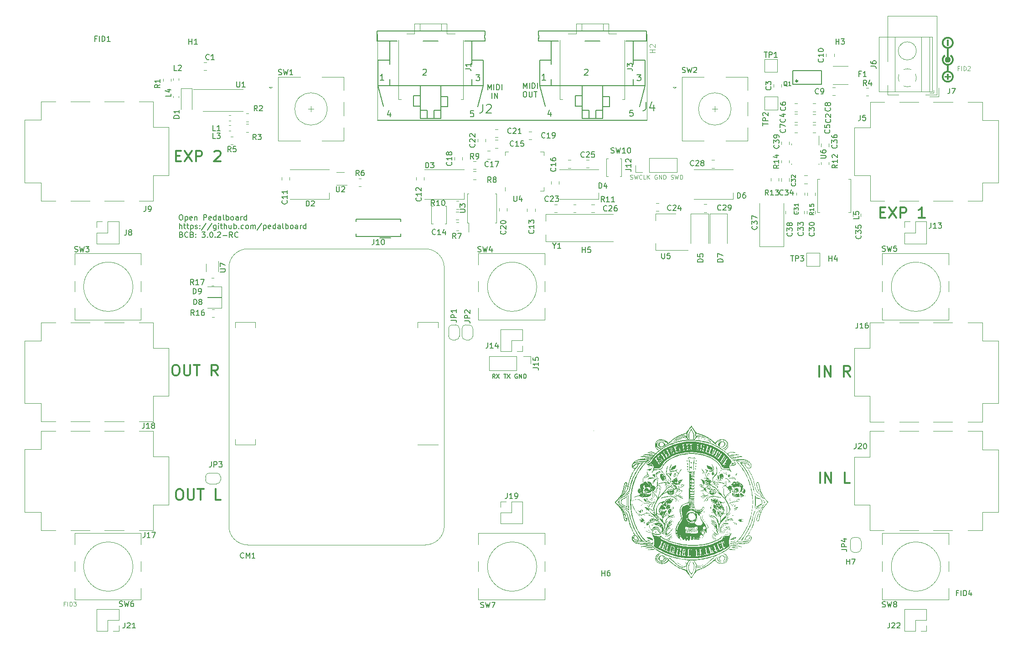
<source format=gto>
G04 #@! TF.GenerationSoftware,KiCad,Pcbnew,7.0.9-7.0.9~ubuntu23.04.1*
G04 #@! TF.CreationDate,2023-12-02T18:57:54+00:00*
G04 #@! TF.ProjectId,pedalboard-hw,70656461-6c62-46f6-9172-642d68772e6b,3.0.2-RC*
G04 #@! TF.SameCoordinates,Original*
G04 #@! TF.FileFunction,Legend,Top*
G04 #@! TF.FilePolarity,Positive*
%FSLAX46Y46*%
G04 Gerber Fmt 4.6, Leading zero omitted, Abs format (unit mm)*
G04 Created by KiCad (PCBNEW 7.0.9-7.0.9~ubuntu23.04.1) date 2023-12-02 18:57:54*
%MOMM*%
%LPD*%
G01*
G04 APERTURE LIST*
%ADD10C,0.000000*%
%ADD11C,0.019755*%
%ADD12C,0.008210*%
%ADD13C,0.004304*%
%ADD14C,0.004635*%
%ADD15C,0.300000*%
%ADD16C,0.150000*%
%ADD17C,0.125000*%
%ADD18C,0.100000*%
%ADD19C,0.160020*%
%ADD20C,0.127000*%
%ADD21C,0.120000*%
%ADD22C,0.152400*%
%ADD23C,0.203200*%
%ADD24C,0.317500*%
G04 APERTURE END LIST*
D10*
G36*
X125324106Y27007446D02*
G01*
X125325683Y27005943D01*
X125327073Y27003286D01*
X125329281Y26994589D01*
X125330703Y26981510D01*
X125331313Y26964203D01*
X125331087Y26942825D01*
X125329997Y26917529D01*
X125328019Y26888471D01*
X125325125Y26855807D01*
X125316492Y26780277D01*
X125313686Y26759294D01*
X125310580Y26738756D01*
X125307205Y26718776D01*
X125303593Y26699468D01*
X125299774Y26680946D01*
X125295780Y26663322D01*
X125291640Y26646712D01*
X125287387Y26631228D01*
X125283052Y26616984D01*
X125278664Y26604094D01*
X125274257Y26592672D01*
X125269859Y26582831D01*
X125265503Y26574685D01*
X125263350Y26571283D01*
X125261219Y26568348D01*
X125259114Y26565893D01*
X125257038Y26563933D01*
X125254997Y26562482D01*
X125252992Y26561554D01*
X125247795Y26560560D01*
X125242792Y26560837D01*
X125237992Y26562314D01*
X125233403Y26564916D01*
X125229034Y26568573D01*
X125224893Y26573212D01*
X125220988Y26578760D01*
X125217328Y26585146D01*
X125213922Y26592296D01*
X125210777Y26600139D01*
X125205305Y26617613D01*
X125200981Y26636988D01*
X125197871Y26657686D01*
X125196042Y26679128D01*
X125195563Y26700736D01*
X125196499Y26721930D01*
X125198919Y26742132D01*
X125202888Y26760764D01*
X125205476Y26769309D01*
X125208476Y26777245D01*
X125211897Y26784499D01*
X125215748Y26790998D01*
X125220036Y26796670D01*
X125224771Y26801444D01*
X125228857Y26805195D01*
X125233149Y26809795D01*
X125237607Y26815179D01*
X125242189Y26821287D01*
X125246854Y26828057D01*
X125251559Y26835426D01*
X125256265Y26843332D01*
X125260930Y26851714D01*
X125265512Y26860510D01*
X125269970Y26869656D01*
X125274262Y26879092D01*
X125278348Y26888756D01*
X125282186Y26898585D01*
X125285734Y26908517D01*
X125288952Y26918490D01*
X125291797Y26928443D01*
X125298780Y26954762D01*
X125305158Y26975614D01*
X125310905Y26991153D01*
X125315996Y27001535D01*
X125318288Y27004840D01*
X125320405Y27006914D01*
X125322346Y27007777D01*
X125324106Y27007446D01*
G37*
G36*
X120999760Y18514858D02*
G01*
X121007444Y18514268D01*
X121014983Y18513369D01*
X121022361Y18512169D01*
X121029560Y18510676D01*
X121036566Y18508896D01*
X121043362Y18506836D01*
X121049932Y18504503D01*
X121056260Y18501905D01*
X121062329Y18499048D01*
X121068124Y18495941D01*
X121073628Y18492589D01*
X121078825Y18489000D01*
X121083700Y18485181D01*
X121088235Y18481139D01*
X121092415Y18476881D01*
X121096223Y18472415D01*
X121099644Y18467748D01*
X121102661Y18462885D01*
X121105259Y18457836D01*
X121107420Y18452606D01*
X121109129Y18447204D01*
X121110370Y18441635D01*
X121111126Y18435907D01*
X121111382Y18430028D01*
X121111290Y18428406D01*
X121111016Y18426847D01*
X121110568Y18425355D01*
X121109948Y18423930D01*
X121109164Y18422575D01*
X121108219Y18421292D01*
X121107119Y18420082D01*
X121105869Y18418948D01*
X121104475Y18417891D01*
X121102941Y18416914D01*
X121099475Y18415206D01*
X121095513Y18413839D01*
X121091097Y18412828D01*
X121086267Y18412190D01*
X121081064Y18411939D01*
X121075531Y18412091D01*
X121069709Y18412662D01*
X121063639Y18413668D01*
X121057362Y18415122D01*
X121050919Y18417042D01*
X121044353Y18419443D01*
X121037083Y18421222D01*
X121029849Y18422592D01*
X121022688Y18423559D01*
X121015635Y18424129D01*
X121008727Y18424305D01*
X121001999Y18424094D01*
X120995489Y18423501D01*
X120989232Y18422530D01*
X120986209Y18421904D01*
X120983264Y18421187D01*
X120980400Y18420377D01*
X120977622Y18419477D01*
X120974934Y18418486D01*
X120972341Y18417406D01*
X120969848Y18416236D01*
X120967459Y18414978D01*
X120965178Y18413631D01*
X120963010Y18412198D01*
X120960960Y18410678D01*
X120959032Y18409073D01*
X120957230Y18407382D01*
X120955560Y18405606D01*
X120954025Y18403747D01*
X120952631Y18401804D01*
X120950365Y18398501D01*
X120947567Y18395223D01*
X120944283Y18391998D01*
X120940560Y18388850D01*
X120936444Y18385805D01*
X120931982Y18382890D01*
X120927220Y18380129D01*
X120922205Y18377550D01*
X120916983Y18375177D01*
X120911600Y18373037D01*
X120906105Y18371155D01*
X120900542Y18369557D01*
X120894958Y18368269D01*
X120889400Y18367318D01*
X120883914Y18366728D01*
X120878548Y18366525D01*
X120870680Y18366860D01*
X120863601Y18367839D01*
X120857295Y18369424D01*
X120851745Y18371576D01*
X120846934Y18374258D01*
X120842845Y18377432D01*
X120839461Y18381059D01*
X120836766Y18385102D01*
X120834743Y18389521D01*
X120833374Y18394280D01*
X120832644Y18399340D01*
X120832535Y18404663D01*
X120833031Y18410211D01*
X120834115Y18415945D01*
X120835770Y18421828D01*
X120837979Y18427821D01*
X120840725Y18433887D01*
X120843992Y18439987D01*
X120847763Y18446083D01*
X120852021Y18452137D01*
X120856749Y18458111D01*
X120861931Y18463967D01*
X120867549Y18469666D01*
X120873587Y18475171D01*
X120880028Y18480443D01*
X120886856Y18485445D01*
X120894053Y18490138D01*
X120901602Y18494484D01*
X120909488Y18498445D01*
X120917692Y18501983D01*
X120926199Y18505060D01*
X120934992Y18507637D01*
X120943257Y18509767D01*
X120951507Y18511533D01*
X120959724Y18512940D01*
X120967893Y18513997D01*
X120975997Y18514710D01*
X120984020Y18515086D01*
X120991947Y18515133D01*
X120999760Y18514858D01*
G37*
G36*
X112640746Y19667236D02*
G01*
X112643703Y19666032D01*
X112646376Y19664119D01*
X112648769Y19661489D01*
X112650889Y19658134D01*
X112652740Y19654045D01*
X112654327Y19649213D01*
X112656732Y19637290D01*
X112658144Y19622298D01*
X112658606Y19604169D01*
X112658158Y19582836D01*
X112656842Y19558232D01*
X112654699Y19530289D01*
X112651771Y19498941D01*
X112650075Y19478106D01*
X112648953Y19457932D01*
X112648399Y19438419D01*
X112648408Y19419568D01*
X112648976Y19401378D01*
X112650097Y19383849D01*
X112651765Y19366982D01*
X112653976Y19350776D01*
X112656724Y19335232D01*
X112660005Y19320349D01*
X112663812Y19306128D01*
X112668142Y19292568D01*
X112672988Y19279670D01*
X112678346Y19267433D01*
X112684211Y19255857D01*
X112690576Y19244943D01*
X112695904Y19235946D01*
X112701284Y19226215D01*
X112712074Y19204924D01*
X112722699Y19181815D01*
X112732910Y19157630D01*
X112742460Y19133116D01*
X112751100Y19109014D01*
X112758583Y19086070D01*
X112764660Y19065027D01*
X112765744Y19060077D01*
X112767008Y19055154D01*
X112768445Y19050264D01*
X112770048Y19045411D01*
X112773729Y19035843D01*
X112777999Y19026497D01*
X112782807Y19017420D01*
X112788100Y19008659D01*
X112793828Y19000258D01*
X112799938Y18992267D01*
X112806378Y18984729D01*
X112813098Y18977694D01*
X112820045Y18971205D01*
X112827168Y18965311D01*
X112834414Y18960058D01*
X112841734Y18955492D01*
X112845404Y18953482D01*
X112849073Y18951660D01*
X112852735Y18950034D01*
X112856382Y18948609D01*
X112863070Y18946261D01*
X112869866Y18943221D01*
X112876714Y18939540D01*
X112883557Y18935270D01*
X112890338Y18930462D01*
X112897000Y18925169D01*
X112903486Y18919442D01*
X112909740Y18913332D01*
X112915704Y18906891D01*
X112921322Y18900172D01*
X112926537Y18893225D01*
X112931292Y18886102D01*
X112935530Y18878855D01*
X112939195Y18871536D01*
X112942229Y18864197D01*
X112943492Y18860535D01*
X112944576Y18856888D01*
X112947604Y18847968D01*
X112950735Y18839730D01*
X112953965Y18832173D01*
X112957296Y18825296D01*
X112960724Y18819098D01*
X112964250Y18813580D01*
X112967871Y18808740D01*
X112971586Y18804577D01*
X112975394Y18801091D01*
X112979295Y18798282D01*
X112983285Y18796148D01*
X112987365Y18794689D01*
X112991532Y18793905D01*
X112995786Y18793794D01*
X113000125Y18794357D01*
X113004549Y18795592D01*
X113009055Y18797499D01*
X113013642Y18800077D01*
X113018309Y18803325D01*
X113023056Y18807243D01*
X113027879Y18811831D01*
X113032779Y18817087D01*
X113037754Y18823011D01*
X113042803Y18829602D01*
X113047924Y18836860D01*
X113053116Y18844784D01*
X113063708Y18862628D01*
X113074568Y18883127D01*
X113085687Y18906278D01*
X113122140Y18979333D01*
X113157704Y19045232D01*
X113192813Y19104257D01*
X113227901Y19156694D01*
X113245573Y19180530D01*
X113263403Y19202826D01*
X113281444Y19223617D01*
X113299752Y19242938D01*
X113318380Y19260825D01*
X113337383Y19277314D01*
X113356814Y19292440D01*
X113376729Y19306238D01*
X113397181Y19318745D01*
X113418225Y19329995D01*
X113439915Y19340024D01*
X113462305Y19348868D01*
X113485450Y19356562D01*
X113509403Y19363141D01*
X113534220Y19368642D01*
X113559953Y19373100D01*
X113586658Y19376550D01*
X113614389Y19379028D01*
X113673145Y19381210D01*
X113736656Y19379929D01*
X113805354Y19375470D01*
X113829851Y19373200D01*
X113854358Y19370375D01*
X113903195Y19363150D01*
X113951454Y19353983D01*
X113998721Y19343058D01*
X114044582Y19330563D01*
X114088624Y19316683D01*
X114130434Y19301604D01*
X114169597Y19285512D01*
X114205702Y19268593D01*
X114222478Y19259881D01*
X114238334Y19251033D01*
X114253218Y19242071D01*
X114267080Y19233019D01*
X114279866Y19223899D01*
X114291526Y19214736D01*
X114302008Y19205552D01*
X114311260Y19196370D01*
X114319230Y19187215D01*
X114325867Y19178108D01*
X114331119Y19169074D01*
X114334934Y19160135D01*
X114337261Y19151315D01*
X114338049Y19142638D01*
X114337966Y19134585D01*
X114337553Y19127658D01*
X114336560Y19121910D01*
X114334741Y19117392D01*
X114333444Y19115610D01*
X114331847Y19114155D01*
X114329920Y19113033D01*
X114327630Y19112251D01*
X114324948Y19111816D01*
X114321843Y19111733D01*
X114314236Y19112651D01*
X114304562Y19115057D01*
X114292573Y19119004D01*
X114278021Y19124542D01*
X114260658Y19131723D01*
X114216505Y19151222D01*
X114158132Y19177915D01*
X114124504Y19192259D01*
X114092344Y19204862D01*
X114061548Y19215719D01*
X114032014Y19224823D01*
X114003636Y19232171D01*
X113976313Y19237756D01*
X113949941Y19241574D01*
X113924417Y19243620D01*
X113899636Y19243888D01*
X113875496Y19242373D01*
X113851894Y19239070D01*
X113828726Y19233973D01*
X113805888Y19227079D01*
X113783278Y19218381D01*
X113760792Y19207874D01*
X113738326Y19195554D01*
X113716677Y19183572D01*
X113689489Y19169151D01*
X113622792Y19135141D01*
X113546834Y19097824D01*
X113470216Y19061499D01*
X113437655Y19044979D01*
X113406185Y19027234D01*
X113375903Y19008363D01*
X113346909Y18988463D01*
X113319299Y18967633D01*
X113293172Y18945972D01*
X113268627Y18923576D01*
X113245761Y18900544D01*
X113224672Y18876976D01*
X113205460Y18852967D01*
X113188221Y18828618D01*
X113173055Y18804026D01*
X113160059Y18779289D01*
X113149332Y18754505D01*
X113144850Y18742127D01*
X113140972Y18729773D01*
X113137710Y18717457D01*
X113135076Y18705191D01*
X113132930Y18695880D01*
X113130470Y18687128D01*
X113127716Y18678938D01*
X113124686Y18671313D01*
X113121397Y18664253D01*
X113117868Y18657761D01*
X113114117Y18651838D01*
X113110162Y18646488D01*
X113106020Y18641711D01*
X113101711Y18637509D01*
X113097251Y18633885D01*
X113092660Y18630840D01*
X113087956Y18628377D01*
X113083155Y18626497D01*
X113078278Y18625202D01*
X113073340Y18624495D01*
X113068362Y18624376D01*
X113063360Y18624849D01*
X113058353Y18625914D01*
X113053359Y18627575D01*
X113048396Y18629832D01*
X113043482Y18632688D01*
X113038635Y18636145D01*
X113033873Y18640205D01*
X113029215Y18644869D01*
X113024678Y18650140D01*
X113020281Y18656019D01*
X113016042Y18662509D01*
X113011978Y18669611D01*
X113008107Y18677327D01*
X113004449Y18685660D01*
X113001021Y18694611D01*
X112997311Y18703241D01*
X112992835Y18711897D01*
X112987657Y18720523D01*
X112981838Y18729060D01*
X112975441Y18737453D01*
X112968527Y18745645D01*
X112961158Y18753578D01*
X112953396Y18761196D01*
X112945303Y18768442D01*
X112936942Y18775259D01*
X112928374Y18781591D01*
X112919661Y18787379D01*
X112910866Y18792569D01*
X112902050Y18797102D01*
X112893275Y18800922D01*
X112884604Y18803972D01*
X112868917Y18809130D01*
X112853529Y18816794D01*
X112838328Y18827156D01*
X112823199Y18840407D01*
X112808028Y18856737D01*
X112792703Y18876339D01*
X112777109Y18899403D01*
X112761132Y18926120D01*
X112744659Y18956683D01*
X112727577Y18991281D01*
X112709771Y19030107D01*
X112691128Y19073350D01*
X112650875Y19173858D01*
X112605910Y19294333D01*
X112592222Y19332358D01*
X112580251Y19367190D01*
X112569974Y19399024D01*
X112561372Y19428058D01*
X112554423Y19454487D01*
X112551562Y19466786D01*
X112549107Y19478507D01*
X112547055Y19489676D01*
X112545404Y19500317D01*
X112544150Y19510453D01*
X112543292Y19520110D01*
X112542826Y19529313D01*
X112542751Y19538085D01*
X112543063Y19546452D01*
X112543760Y19554437D01*
X112544840Y19562066D01*
X112546299Y19569363D01*
X112548136Y19576353D01*
X112550347Y19583059D01*
X112552931Y19589507D01*
X112555883Y19595722D01*
X112559203Y19601727D01*
X112562887Y19607547D01*
X112566933Y19613207D01*
X112571338Y19618732D01*
X112576100Y19624145D01*
X112581215Y19629472D01*
X112594410Y19642153D01*
X112606240Y19652368D01*
X112616748Y19660051D01*
X112621518Y19662922D01*
X112625974Y19665135D01*
X112630119Y19666681D01*
X112633960Y19667552D01*
X112637500Y19667740D01*
X112640746Y19667236D01*
G37*
G36*
X126696758Y19720540D02*
G01*
X126699478Y19720069D01*
X126702259Y19719339D01*
X126705114Y19718348D01*
X126708051Y19717096D01*
X126711081Y19715582D01*
X126714214Y19713806D01*
X126717461Y19711768D01*
X126720832Y19709466D01*
X126724337Y19706899D01*
X126731792Y19700971D01*
X126739908Y19693978D01*
X126748769Y19685916D01*
X126756832Y19677678D01*
X126760461Y19673817D01*
X126763825Y19670116D01*
X126766922Y19666569D01*
X126769753Y19663165D01*
X126772320Y19659897D01*
X126774622Y19656756D01*
X126776661Y19653734D01*
X126778437Y19650822D01*
X126779950Y19648013D01*
X126781203Y19645297D01*
X126782194Y19642667D01*
X126782924Y19640113D01*
X126783395Y19637628D01*
X126783607Y19635203D01*
X126783561Y19632830D01*
X126783257Y19630500D01*
X126782696Y19628205D01*
X126781878Y19625936D01*
X126780805Y19623686D01*
X126779476Y19621445D01*
X126777893Y19619205D01*
X126776056Y19616959D01*
X126773966Y19614696D01*
X126771623Y19612410D01*
X126769028Y19610092D01*
X126766182Y19607733D01*
X126763085Y19605325D01*
X126759739Y19602859D01*
X126752298Y19597722D01*
X126743114Y19592158D01*
X126734096Y19587357D01*
X126725267Y19583298D01*
X126716648Y19579958D01*
X126708262Y19577316D01*
X126700131Y19575350D01*
X126692276Y19574038D01*
X126684719Y19573357D01*
X126677483Y19573286D01*
X126670589Y19573803D01*
X126664059Y19574885D01*
X126657916Y19576512D01*
X126652181Y19578661D01*
X126646876Y19581309D01*
X126642023Y19584436D01*
X126637645Y19588018D01*
X126633762Y19592035D01*
X126630398Y19596464D01*
X126627574Y19601283D01*
X126625311Y19606470D01*
X126623633Y19612004D01*
X126622560Y19617861D01*
X126622116Y19624021D01*
X126622321Y19630462D01*
X126623198Y19637161D01*
X126624769Y19644096D01*
X126627055Y19651246D01*
X126630080Y19658588D01*
X126633863Y19666101D01*
X126638429Y19673762D01*
X126643798Y19681550D01*
X126649993Y19689443D01*
X126656373Y19696883D01*
X126662339Y19703327D01*
X126665194Y19706173D01*
X126667976Y19708767D01*
X126670695Y19711110D01*
X126673364Y19713200D01*
X126675991Y19715037D01*
X126678586Y19716621D01*
X126681162Y19717949D01*
X126683727Y19719023D01*
X126686291Y19719840D01*
X126688867Y19720402D01*
X126691463Y19720706D01*
X126694089Y19720752D01*
X126696758Y19720540D01*
G37*
G36*
X124225968Y22096269D02*
G01*
X124228424Y22095949D01*
X124231005Y22095317D01*
X124233722Y22094372D01*
X124236585Y22093114D01*
X124239606Y22091540D01*
X124242796Y22089649D01*
X124246165Y22087441D01*
X124249725Y22084914D01*
X124257460Y22078897D01*
X124266089Y22071588D01*
X124275700Y22062977D01*
X124286380Y22053053D01*
X124292870Y22046910D01*
X124299103Y22040410D01*
X124305073Y22033590D01*
X124310772Y22026485D01*
X124316191Y22019132D01*
X124321324Y22011568D01*
X124326162Y22003828D01*
X124330698Y21995948D01*
X124334924Y21987965D01*
X124338832Y21979914D01*
X124342415Y21971833D01*
X124345664Y21963757D01*
X124348572Y21955722D01*
X124351131Y21947765D01*
X124353334Y21939921D01*
X124355172Y21932227D01*
X124356639Y21924720D01*
X124357725Y21917434D01*
X124358424Y21910407D01*
X124358728Y21903674D01*
X124358628Y21897272D01*
X124358118Y21891237D01*
X124357189Y21885606D01*
X124355834Y21880413D01*
X124354044Y21875696D01*
X124351813Y21871490D01*
X124349133Y21867832D01*
X124345995Y21864758D01*
X124342391Y21862305D01*
X124338316Y21860507D01*
X124333759Y21859402D01*
X124328714Y21859026D01*
X124323624Y21859452D01*
X124318295Y21860703D01*
X124312756Y21862732D01*
X124307038Y21865496D01*
X124301170Y21868949D01*
X124295182Y21873048D01*
X124282964Y21883004D01*
X124270622Y21895006D01*
X124258393Y21908697D01*
X124246516Y21923722D01*
X124235229Y21939724D01*
X124224768Y21956346D01*
X124215371Y21973231D01*
X124207277Y21990023D01*
X124200723Y22006366D01*
X124195946Y22021902D01*
X124194299Y22029257D01*
X124193185Y22036276D01*
X124192634Y22042916D01*
X124192677Y22049131D01*
X124193342Y22054877D01*
X124194660Y22060109D01*
X124198519Y22068789D01*
X124202218Y22076301D01*
X124205844Y22082635D01*
X124207658Y22085357D01*
X124209487Y22087781D01*
X124211341Y22089904D01*
X124213232Y22091727D01*
X124215171Y22093247D01*
X124217169Y22094464D01*
X124219236Y22095376D01*
X124221385Y22095982D01*
X124223625Y22096280D01*
X124225968Y22096269D01*
G37*
G36*
X115688397Y32794080D02*
G01*
X115689336Y32793553D01*
X115690249Y32792675D01*
X115691144Y32791445D01*
X115692029Y32789863D01*
X115692912Y32787931D01*
X115694700Y32783011D01*
X115696570Y32776686D01*
X115698586Y32768955D01*
X115703298Y32749276D01*
X115704819Y32742725D01*
X115706078Y32736311D01*
X115707082Y32730043D01*
X115707839Y32723934D01*
X115708356Y32717996D01*
X115708639Y32712240D01*
X115708697Y32706677D01*
X115708535Y32701320D01*
X115708161Y32696181D01*
X115707583Y32691269D01*
X115706807Y32686598D01*
X115705841Y32682179D01*
X115704691Y32678024D01*
X115703365Y32674144D01*
X115701869Y32670550D01*
X115700212Y32667255D01*
X115698399Y32664270D01*
X115696438Y32661607D01*
X115694337Y32659277D01*
X115692102Y32657292D01*
X115689740Y32655663D01*
X115687259Y32654403D01*
X115684665Y32653523D01*
X115681966Y32653034D01*
X115679169Y32652948D01*
X115676281Y32653276D01*
X115673309Y32654032D01*
X115670260Y32655225D01*
X115667141Y32656867D01*
X115663960Y32658971D01*
X115660723Y32661548D01*
X115657437Y32664609D01*
X115656166Y32665683D01*
X115654996Y32666917D01*
X115653928Y32668304D01*
X115652959Y32669839D01*
X115651314Y32673330D01*
X115650051Y32677343D01*
X115649160Y32681831D01*
X115648631Y32686748D01*
X115648454Y32692047D01*
X115648618Y32697683D01*
X115649112Y32703607D01*
X115649927Y32709775D01*
X115651052Y32716139D01*
X115652476Y32722653D01*
X115654190Y32729270D01*
X115656183Y32735944D01*
X115658445Y32742628D01*
X115660965Y32749276D01*
X115670308Y32768955D01*
X115674143Y32776686D01*
X115677502Y32783011D01*
X115680447Y32787931D01*
X115681785Y32789863D01*
X115683042Y32791445D01*
X115684226Y32792675D01*
X115685346Y32793553D01*
X115686410Y32794080D01*
X115687424Y32794256D01*
X115688397Y32794080D01*
G37*
G36*
X115692743Y21871758D02*
G01*
X115693991Y21871094D01*
X115695147Y21869823D01*
X115696222Y21867949D01*
X115697228Y21865473D01*
X115698175Y21862396D01*
X115699936Y21854451D01*
X115701594Y21844129D01*
X115703237Y21831445D01*
X115706827Y21799054D01*
X115709783Y21778501D01*
X115713276Y21756997D01*
X115717182Y21735244D01*
X115721378Y21713946D01*
X115725740Y21693806D01*
X115730143Y21675526D01*
X115734463Y21659810D01*
X115736553Y21653132D01*
X115738577Y21647359D01*
X115743642Y21635085D01*
X115748257Y21622754D01*
X115752426Y21610390D01*
X115756154Y21598019D01*
X115759445Y21585666D01*
X115762304Y21573357D01*
X115764735Y21561115D01*
X115766744Y21548968D01*
X115768334Y21536939D01*
X115769509Y21525055D01*
X115770275Y21513339D01*
X115770637Y21501819D01*
X115770597Y21490517D01*
X115770162Y21479461D01*
X115769335Y21468674D01*
X115768122Y21458183D01*
X115766526Y21448012D01*
X115764552Y21438187D01*
X115762204Y21428732D01*
X115759488Y21419673D01*
X115756408Y21411036D01*
X115752967Y21402845D01*
X115749172Y21395125D01*
X115745026Y21387902D01*
X115740533Y21381201D01*
X115735699Y21375048D01*
X115730527Y21369466D01*
X115725023Y21364482D01*
X115719191Y21360121D01*
X115713035Y21356408D01*
X115706560Y21353367D01*
X115699770Y21351026D01*
X115679281Y21345863D01*
X115659509Y21341598D01*
X115640489Y21338199D01*
X115622256Y21335633D01*
X115604844Y21333868D01*
X115588289Y21332872D01*
X115572625Y21332612D01*
X115557888Y21333056D01*
X115544112Y21334172D01*
X115531331Y21335928D01*
X115519582Y21338290D01*
X115508899Y21341228D01*
X115499316Y21344708D01*
X115490869Y21348699D01*
X115483592Y21353167D01*
X115477521Y21358082D01*
X115472690Y21363409D01*
X115469134Y21369118D01*
X115466888Y21375175D01*
X115465987Y21381550D01*
X115466465Y21388208D01*
X115468359Y21395118D01*
X115471701Y21402248D01*
X115476529Y21409565D01*
X115482875Y21417037D01*
X115490776Y21424632D01*
X115500266Y21432317D01*
X115511379Y21440061D01*
X115524152Y21447830D01*
X115538618Y21455593D01*
X115554813Y21463317D01*
X115572771Y21470970D01*
X115582775Y21475291D01*
X115592282Y21479654D01*
X115601290Y21484061D01*
X115609799Y21488513D01*
X115617806Y21493012D01*
X115625310Y21497559D01*
X115632311Y21502154D01*
X115638807Y21506800D01*
X115644796Y21511498D01*
X115650277Y21516249D01*
X115655249Y21521054D01*
X115659711Y21525914D01*
X115663662Y21530831D01*
X115667099Y21535807D01*
X115670023Y21540842D01*
X115672431Y21545937D01*
X115674322Y21551095D01*
X115675695Y21556315D01*
X115676549Y21561601D01*
X115676882Y21566952D01*
X115676693Y21572371D01*
X115675981Y21577858D01*
X115674744Y21583414D01*
X115672982Y21589042D01*
X115670692Y21594742D01*
X115667874Y21600516D01*
X115664527Y21606364D01*
X115660648Y21612289D01*
X115656237Y21618292D01*
X115651293Y21624373D01*
X115645814Y21630534D01*
X115639798Y21636777D01*
X115634839Y21642240D01*
X115630552Y21648070D01*
X115626946Y21654302D01*
X115624034Y21660975D01*
X115621824Y21668122D01*
X115620327Y21675782D01*
X115619553Y21683989D01*
X115619514Y21692780D01*
X115620218Y21702191D01*
X115621677Y21712258D01*
X115623901Y21723018D01*
X115626900Y21734507D01*
X115630684Y21746760D01*
X115635265Y21759814D01*
X115640651Y21773706D01*
X115646854Y21788471D01*
X115663177Y21824375D01*
X115669821Y21838522D01*
X115675572Y21850152D01*
X115680517Y21859280D01*
X115684743Y21865923D01*
X115686614Y21868318D01*
X115688339Y21870096D01*
X115689928Y21871261D01*
X115691392Y21871814D01*
X115692743Y21871758D01*
G37*
G36*
X113615524Y29210223D02*
G01*
X113617280Y29209950D01*
X113621407Y29208692D01*
X113626320Y29206505D01*
X113631976Y29203408D01*
X113638336Y29199422D01*
X113645357Y29194568D01*
X113652998Y29188866D01*
X113661218Y29182338D01*
X113669976Y29175003D01*
X113679229Y29166884D01*
X113688938Y29157999D01*
X113697578Y29148693D01*
X113705640Y29139324D01*
X113713125Y29129930D01*
X113720033Y29120551D01*
X113726365Y29111226D01*
X113732121Y29101995D01*
X113737302Y29092896D01*
X113741909Y29083971D01*
X113745943Y29075257D01*
X113749403Y29066794D01*
X113752291Y29058622D01*
X113754608Y29050781D01*
X113756353Y29043308D01*
X113757528Y29036245D01*
X113758134Y29029630D01*
X113758170Y29023502D01*
X113757638Y29017902D01*
X113756538Y29012868D01*
X113754871Y29008440D01*
X113752637Y29004658D01*
X113749838Y29001560D01*
X113748226Y29000280D01*
X113746473Y28999186D01*
X113744579Y28998283D01*
X113742544Y28997576D01*
X113738051Y28996768D01*
X113732994Y28996803D01*
X113727375Y28997720D01*
X113721194Y28999558D01*
X113714452Y29002357D01*
X113707149Y29006155D01*
X113699286Y29010993D01*
X113690863Y29016909D01*
X113681882Y29023944D01*
X113674932Y29029436D01*
X113668618Y29033983D01*
X113662914Y29037547D01*
X113660283Y29038950D01*
X113657794Y29040094D01*
X113655445Y29040974D01*
X113653232Y29041586D01*
X113651152Y29041926D01*
X113649202Y29041988D01*
X113647378Y29041769D01*
X113645678Y29041264D01*
X113644098Y29040468D01*
X113642635Y29039377D01*
X113641286Y29037986D01*
X113640047Y29036291D01*
X113638916Y29034287D01*
X113637888Y29031969D01*
X113636961Y29029334D01*
X113636132Y29026377D01*
X113634753Y29019477D01*
X113633725Y29011234D01*
X113633024Y29001611D01*
X113632621Y28990572D01*
X113632493Y28978081D01*
X113632614Y28968869D01*
X113632968Y28959781D01*
X113633539Y28950858D01*
X113634312Y28942143D01*
X113635271Y28933675D01*
X113636400Y28925496D01*
X113637684Y28917648D01*
X113639108Y28910172D01*
X113640655Y28903110D01*
X113642312Y28896502D01*
X113644061Y28890391D01*
X113645888Y28884817D01*
X113647777Y28879821D01*
X113649712Y28875446D01*
X113651678Y28871732D01*
X113653660Y28868721D01*
X113657495Y28864095D01*
X113661062Y28858214D01*
X113664363Y28851167D01*
X113667399Y28843041D01*
X113672682Y28823910D01*
X113676921Y28801528D01*
X113680127Y28776603D01*
X113682309Y28749844D01*
X113683479Y28721958D01*
X113683646Y28693654D01*
X113682821Y28665640D01*
X113681014Y28638622D01*
X113678235Y28613310D01*
X113674496Y28590411D01*
X113669805Y28570634D01*
X113664174Y28554686D01*
X113661009Y28548369D01*
X113657613Y28543275D01*
X113653987Y28539492D01*
X113650132Y28537109D01*
X113641818Y28535822D01*
X113631530Y28537147D01*
X113619427Y28540926D01*
X113605663Y28547003D01*
X113590395Y28555219D01*
X113573780Y28565417D01*
X113537133Y28591128D01*
X113496972Y28622875D01*
X113454547Y28659397D01*
X113411109Y28699432D01*
X113367910Y28741721D01*
X113326198Y28785002D01*
X113287225Y28828014D01*
X113252242Y28869496D01*
X113222499Y28908188D01*
X113199246Y28942829D01*
X113190445Y28958236D01*
X113183735Y28972157D01*
X113179273Y28984435D01*
X113177215Y28994912D01*
X113177718Y29003430D01*
X113180937Y29009832D01*
X113189647Y29020198D01*
X113198570Y29030125D01*
X113207691Y29039608D01*
X113216994Y29048645D01*
X113226465Y29057229D01*
X113236089Y29065356D01*
X113245851Y29073022D01*
X113255737Y29080222D01*
X113265732Y29086952D01*
X113275820Y29093208D01*
X113285986Y29098984D01*
X113296217Y29104276D01*
X113306497Y29109080D01*
X113316811Y29113391D01*
X113327145Y29117204D01*
X113337483Y29120516D01*
X113347810Y29123321D01*
X113358113Y29125615D01*
X113368375Y29127394D01*
X113378583Y29128653D01*
X113388720Y29129387D01*
X113398774Y29129593D01*
X113408727Y29129264D01*
X113418566Y29128398D01*
X113428277Y29126989D01*
X113437843Y29125033D01*
X113447250Y29122525D01*
X113456483Y29119461D01*
X113465528Y29115837D01*
X113474369Y29111647D01*
X113482992Y29106887D01*
X113491382Y29101553D01*
X113499596Y29095950D01*
X113507689Y29091035D01*
X113515646Y29086796D01*
X113523449Y29083219D01*
X113531081Y29080290D01*
X113538526Y29077997D01*
X113545767Y29076325D01*
X113552787Y29075261D01*
X113559570Y29074791D01*
X113566097Y29074902D01*
X113572354Y29075580D01*
X113578322Y29076811D01*
X113583986Y29078583D01*
X113589328Y29080881D01*
X113594331Y29083692D01*
X113598979Y29087002D01*
X113603255Y29090798D01*
X113607142Y29095066D01*
X113610624Y29099793D01*
X113613683Y29104965D01*
X113616303Y29110568D01*
X113618467Y29116589D01*
X113620157Y29123015D01*
X113621359Y29129831D01*
X113622054Y29137025D01*
X113622225Y29144582D01*
X113621857Y29152490D01*
X113620932Y29160734D01*
X113619433Y29169301D01*
X113617344Y29178177D01*
X113614647Y29187349D01*
X113611327Y29196803D01*
X113609873Y29201561D01*
X113609536Y29203543D01*
X113609453Y29205264D01*
X113609617Y29206727D01*
X113610024Y29207934D01*
X113610669Y29208888D01*
X113611547Y29209591D01*
X113612652Y29210047D01*
X113613979Y29210256D01*
X113615524Y29210223D01*
G37*
G36*
X125254460Y27394203D02*
G01*
X125263134Y27393944D01*
X125272305Y27393457D01*
X125281931Y27392738D01*
X125291970Y27391781D01*
X125302381Y27390581D01*
X125316863Y27389077D01*
X125329935Y27387143D01*
X125341673Y27384683D01*
X125347067Y27383224D01*
X125352156Y27381597D01*
X125356951Y27379789D01*
X125361460Y27377788D01*
X125365695Y27375581D01*
X125369664Y27373157D01*
X125373377Y27370502D01*
X125376845Y27367606D01*
X125380075Y27364455D01*
X125383079Y27361037D01*
X125385866Y27357340D01*
X125388446Y27353352D01*
X125390828Y27349060D01*
X125393022Y27344452D01*
X125395038Y27339516D01*
X125396885Y27334240D01*
X125400112Y27322617D01*
X125402781Y27309485D01*
X125404969Y27294747D01*
X125406754Y27278302D01*
X125408214Y27260055D01*
X125411501Y27221841D01*
X125412424Y27206802D01*
X125412680Y27194459D01*
X125412514Y27189297D01*
X125412130Y27184804D01*
X125411509Y27180981D01*
X125410634Y27177826D01*
X125409487Y27175338D01*
X125408053Y27173514D01*
X125406311Y27172355D01*
X125404247Y27171859D01*
X125401841Y27172024D01*
X125399076Y27172850D01*
X125395936Y27174334D01*
X125392403Y27176476D01*
X125388458Y27179274D01*
X125384085Y27182727D01*
X125373985Y27191593D01*
X125361963Y27203064D01*
X125347878Y27217128D01*
X125312966Y27252999D01*
X125291047Y27276405D01*
X125270576Y27298695D01*
X125252007Y27319413D01*
X125235794Y27338106D01*
X125228714Y27346551D01*
X125222393Y27354319D01*
X125216888Y27361353D01*
X125212257Y27367597D01*
X125208556Y27372993D01*
X125205842Y27377484D01*
X125204873Y27379373D01*
X125204172Y27381015D01*
X125203746Y27382402D01*
X125203603Y27383527D01*
X125203726Y27384499D01*
X125204092Y27385428D01*
X125204696Y27386315D01*
X125205532Y27387158D01*
X125207882Y27388713D01*
X125211099Y27390086D01*
X125215144Y27391274D01*
X125219974Y27392270D01*
X125225548Y27393070D01*
X125231825Y27393669D01*
X125238764Y27394061D01*
X125246322Y27394240D01*
X125254460Y27394203D01*
G37*
G36*
X119596400Y32018955D02*
G01*
X119598321Y32018742D01*
X119600198Y32018393D01*
X119602030Y32017910D01*
X119603815Y32017298D01*
X119605553Y32016561D01*
X119607241Y32015703D01*
X119608879Y32014727D01*
X119610465Y32013637D01*
X119611998Y32012437D01*
X119613477Y32011132D01*
X119614901Y32009724D01*
X119617576Y32006618D01*
X119620014Y32003151D01*
X119622203Y31999353D01*
X119624134Y31995255D01*
X119625796Y31990888D01*
X119627179Y31986284D01*
X119628273Y31981473D01*
X119629067Y31976486D01*
X119629551Y31971355D01*
X119629715Y31966110D01*
X119629674Y31963475D01*
X119629551Y31960864D01*
X119629349Y31958283D01*
X119629067Y31955733D01*
X119628708Y31953220D01*
X119628273Y31950746D01*
X119627763Y31948317D01*
X119627179Y31945935D01*
X119626523Y31943605D01*
X119625796Y31941331D01*
X119624999Y31939116D01*
X119624134Y31936964D01*
X119623201Y31934880D01*
X119622203Y31932866D01*
X119621140Y31930928D01*
X119620014Y31929068D01*
X119618825Y31927291D01*
X119617576Y31925601D01*
X119616268Y31924000D01*
X119614901Y31922495D01*
X119613477Y31921087D01*
X119611998Y31919782D01*
X119610465Y31918582D01*
X119608879Y31917492D01*
X119607241Y31916516D01*
X119605553Y31915658D01*
X119603815Y31914921D01*
X119602030Y31914309D01*
X119600198Y31913827D01*
X119598321Y31913477D01*
X119596400Y31913265D01*
X119594437Y31913193D01*
X119592784Y31913265D01*
X119591134Y31913477D01*
X119589490Y31913827D01*
X119587857Y31914309D01*
X119586236Y31914921D01*
X119584631Y31915658D01*
X119583046Y31916516D01*
X119581483Y31917492D01*
X119578438Y31919782D01*
X119575523Y31922495D01*
X119572762Y31925601D01*
X119570183Y31929068D01*
X119567810Y31932866D01*
X119565670Y31936964D01*
X119563788Y31941331D01*
X119562190Y31945935D01*
X119560903Y31950746D01*
X119559951Y31955733D01*
X119559361Y31960864D01*
X119559158Y31966110D01*
X119559210Y31968744D01*
X119559361Y31971355D01*
X119559609Y31973936D01*
X119559951Y31976486D01*
X119560383Y31978999D01*
X119560903Y31981473D01*
X119561506Y31983902D01*
X119562190Y31986284D01*
X119562952Y31988614D01*
X119563788Y31990888D01*
X119564695Y31993103D01*
X119565670Y31995255D01*
X119566709Y31997339D01*
X119567810Y31999353D01*
X119568969Y32001291D01*
X119570183Y32003151D01*
X119571448Y32004928D01*
X119572762Y32006618D01*
X119574122Y32008218D01*
X119575523Y32009724D01*
X119576963Y32011132D01*
X119578438Y32012437D01*
X119579946Y32013637D01*
X119581483Y32014727D01*
X119583046Y32015703D01*
X119584631Y32016561D01*
X119586236Y32017298D01*
X119587857Y32017910D01*
X119589490Y32018393D01*
X119591134Y32018742D01*
X119592784Y32018955D01*
X119594437Y32019026D01*
X119596400Y32018955D01*
G37*
G36*
X127701100Y24347265D02*
G01*
X127702489Y24347063D01*
X127703724Y24346678D01*
X127704797Y24346109D01*
X127705626Y24344974D01*
X127706130Y24343557D01*
X127706318Y24341868D01*
X127706196Y24339915D01*
X127705053Y24335249D01*
X127702758Y24329628D01*
X127699367Y24323117D01*
X127694938Y24315785D01*
X127689527Y24307699D01*
X127683190Y24298925D01*
X127675986Y24289531D01*
X127667970Y24279585D01*
X127659200Y24269152D01*
X127649732Y24258301D01*
X127628931Y24235612D01*
X127606021Y24212055D01*
X127584397Y24192073D01*
X127565817Y24175729D01*
X127550265Y24162941D01*
X127537725Y24153625D01*
X127528183Y24147699D01*
X127524531Y24145982D01*
X127521623Y24145081D01*
X127519456Y24144986D01*
X127518028Y24145687D01*
X127517339Y24147174D01*
X127517385Y24149435D01*
X127518165Y24152462D01*
X127519677Y24156243D01*
X127524888Y24166027D01*
X127533004Y24178705D01*
X127544008Y24194194D01*
X127557886Y24212412D01*
X127574621Y24233276D01*
X127594199Y24256702D01*
X127616603Y24282610D01*
X127623872Y24290958D01*
X127631100Y24298794D01*
X127638245Y24306104D01*
X127645266Y24312871D01*
X127652122Y24319080D01*
X127658771Y24324715D01*
X127665172Y24329761D01*
X127671284Y24334203D01*
X127677065Y24338024D01*
X127682474Y24341210D01*
X127687469Y24343745D01*
X127689799Y24344763D01*
X127692010Y24345613D01*
X127694097Y24346292D01*
X127696054Y24346799D01*
X127697878Y24347131D01*
X127699561Y24347287D01*
X127701100Y24347265D01*
G37*
G36*
X129271131Y26512164D02*
G01*
X129280516Y26512082D01*
X129288831Y26511834D01*
X129296082Y26511420D01*
X129302274Y26510842D01*
X129304974Y26510490D01*
X129307411Y26510098D01*
X129309586Y26509664D01*
X129311500Y26509188D01*
X129313152Y26508672D01*
X129314544Y26508114D01*
X129315677Y26507514D01*
X129316550Y26506873D01*
X129317165Y26506191D01*
X129317523Y26505468D01*
X129317623Y26504703D01*
X129317467Y26503897D01*
X129317055Y26503050D01*
X129316388Y26502161D01*
X129315466Y26501231D01*
X129314290Y26500259D01*
X129312862Y26499246D01*
X129311181Y26498192D01*
X129309247Y26497097D01*
X129307063Y26495960D01*
X129301943Y26493562D01*
X129295825Y26490999D01*
X129290458Y26488814D01*
X129284966Y26486252D01*
X129279392Y26483348D01*
X129273777Y26480140D01*
X129268161Y26476663D01*
X129262587Y26472953D01*
X129257095Y26469047D01*
X129251728Y26464981D01*
X129246526Y26460791D01*
X129241530Y26456513D01*
X129236783Y26452183D01*
X129232325Y26447838D01*
X129228198Y26443514D01*
X129224442Y26439246D01*
X129221100Y26435071D01*
X129218213Y26431026D01*
X129214989Y26426807D01*
X129213441Y26425005D01*
X129211936Y26423405D01*
X129210475Y26422007D01*
X129209059Y26420809D01*
X129207687Y26419811D01*
X129206362Y26419009D01*
X129205083Y26418405D01*
X129203851Y26417995D01*
X129202668Y26417779D01*
X129201532Y26417756D01*
X129200446Y26417923D01*
X129199409Y26418281D01*
X129198423Y26418827D01*
X129197488Y26419561D01*
X129196604Y26420481D01*
X129195773Y26421585D01*
X129194995Y26422873D01*
X129194270Y26424343D01*
X129193600Y26425994D01*
X129192985Y26427824D01*
X129191921Y26432019D01*
X129191085Y26436916D01*
X129190481Y26442505D01*
X129190115Y26448777D01*
X129189992Y26455721D01*
X129190283Y26462788D01*
X129191163Y26469432D01*
X129191828Y26472592D01*
X129192643Y26475642D01*
X129193611Y26478580D01*
X129194732Y26481407D01*
X129196009Y26484120D01*
X129197442Y26486717D01*
X129199033Y26489199D01*
X129200782Y26491563D01*
X129202692Y26493808D01*
X129204763Y26495933D01*
X129206997Y26497936D01*
X129209395Y26499817D01*
X129211958Y26501574D01*
X129214688Y26503205D01*
X129217586Y26504710D01*
X129220653Y26506087D01*
X129223891Y26507335D01*
X129227301Y26508452D01*
X129230883Y26509438D01*
X129234640Y26510290D01*
X129242683Y26511591D01*
X129251439Y26512344D01*
X129260918Y26512538D01*
X129271131Y26512164D01*
G37*
G36*
X125567189Y26010381D02*
G01*
X125568789Y26010199D01*
X125572256Y26009457D01*
X125576055Y26008218D01*
X125580153Y26006494D01*
X125584519Y26004295D01*
X125589123Y26001630D01*
X125593934Y25998510D01*
X125598921Y25994946D01*
X125604052Y25990948D01*
X125609297Y25986527D01*
X125614543Y25981658D01*
X125619674Y25976350D01*
X125624661Y25970659D01*
X125629472Y25964643D01*
X125634077Y25958358D01*
X125638443Y25951862D01*
X125642541Y25945210D01*
X125646340Y25938460D01*
X125649807Y25931669D01*
X125652913Y25924893D01*
X125655626Y25918190D01*
X125657915Y25911616D01*
X125659750Y25905228D01*
X125661099Y25899083D01*
X125661931Y25893238D01*
X125662215Y25887749D01*
X125661921Y25882616D01*
X125661065Y25878436D01*
X125659683Y25875169D01*
X125657812Y25872776D01*
X125655489Y25871218D01*
X125652750Y25870455D01*
X125649633Y25870448D01*
X125646174Y25871157D01*
X125642411Y25872543D01*
X125638379Y25874566D01*
X125634116Y25877188D01*
X125629659Y25880369D01*
X125620308Y25888248D01*
X125610621Y25897890D01*
X125600893Y25908979D01*
X125591418Y25921200D01*
X125582491Y25934237D01*
X125574406Y25947775D01*
X125567458Y25961500D01*
X125561942Y25975095D01*
X125559812Y25981745D01*
X125558151Y25988245D01*
X125556995Y25994556D01*
X125556381Y26000636D01*
X125556453Y26002218D01*
X125556666Y26003656D01*
X125557015Y26004952D01*
X125557498Y26006107D01*
X125558109Y26007123D01*
X125558846Y26008001D01*
X125559705Y26008741D01*
X125560681Y26009346D01*
X125561771Y26009817D01*
X125562970Y26010154D01*
X125564276Y26010360D01*
X125565683Y26010435D01*
X125567189Y26010381D01*
G37*
G36*
X126222172Y18506610D02*
G01*
X126225783Y18505438D01*
X126229305Y18503667D01*
X126232723Y18501307D01*
X126236024Y18498368D01*
X126239193Y18494859D01*
X126242216Y18490790D01*
X126245079Y18486170D01*
X126247768Y18481010D01*
X126250268Y18475319D01*
X126252565Y18469106D01*
X126254645Y18462382D01*
X126256494Y18455156D01*
X126258098Y18447438D01*
X126259441Y18439238D01*
X126260511Y18430564D01*
X126261293Y18421428D01*
X126261773Y18411838D01*
X126261936Y18401804D01*
X126261884Y18396534D01*
X126261733Y18391314D01*
X126261143Y18381051D01*
X126260192Y18371077D01*
X126258904Y18361455D01*
X126257306Y18352246D01*
X126255425Y18343513D01*
X126253285Y18335317D01*
X126252126Y18331440D01*
X126250912Y18327721D01*
X126249646Y18324167D01*
X126248332Y18320786D01*
X126246973Y18317585D01*
X126245572Y18314574D01*
X126244132Y18311759D01*
X126242657Y18309148D01*
X126241149Y18306749D01*
X126239612Y18304569D01*
X126238050Y18302617D01*
X126236464Y18300900D01*
X126234860Y18299426D01*
X126233239Y18298203D01*
X126231605Y18297238D01*
X126229962Y18296539D01*
X126228312Y18296114D01*
X126226659Y18295970D01*
X126222071Y18296235D01*
X126217576Y18297017D01*
X126213181Y18298293D01*
X126208896Y18300042D01*
X126204730Y18302244D01*
X126200692Y18304877D01*
X126196791Y18307919D01*
X126193035Y18311349D01*
X126189435Y18315146D01*
X126185999Y18319289D01*
X126182736Y18323756D01*
X126179655Y18328526D01*
X126174075Y18338890D01*
X126169333Y18350210D01*
X126165501Y18362315D01*
X126162650Y18375035D01*
X126160853Y18388200D01*
X126160183Y18401638D01*
X126160712Y18415180D01*
X126161449Y18421936D01*
X126162512Y18428654D01*
X126163911Y18435313D01*
X126165656Y18441891D01*
X126167754Y18448367D01*
X126170215Y18454720D01*
X126173582Y18462948D01*
X126177059Y18470442D01*
X126180631Y18477211D01*
X126184285Y18483266D01*
X126188006Y18488614D01*
X126191780Y18493268D01*
X126195592Y18497235D01*
X126199429Y18500526D01*
X126203277Y18503150D01*
X126207120Y18505117D01*
X126210946Y18506437D01*
X126214739Y18507119D01*
X126218486Y18507174D01*
X126222172Y18506610D01*
G37*
G36*
X128034478Y28561160D02*
G01*
X128061047Y28559263D01*
X128087822Y28556159D01*
X128114730Y28551895D01*
X128141697Y28546521D01*
X128168650Y28540084D01*
X128195517Y28532631D01*
X128222224Y28524211D01*
X128248699Y28514870D01*
X128274868Y28504658D01*
X128300658Y28493622D01*
X128325997Y28481809D01*
X128350812Y28469267D01*
X128375029Y28456044D01*
X128398575Y28442189D01*
X128421378Y28427748D01*
X128443365Y28412770D01*
X128464462Y28397302D01*
X128484596Y28381392D01*
X128503695Y28365089D01*
X128521686Y28348439D01*
X128538495Y28331490D01*
X128554050Y28314291D01*
X128568277Y28296890D01*
X128581104Y28279333D01*
X128592457Y28261669D01*
X128602264Y28243945D01*
X128610452Y28226210D01*
X128616947Y28208511D01*
X128621677Y28190896D01*
X128624568Y28173413D01*
X128625548Y28156109D01*
X128625193Y28147300D01*
X128624159Y28139381D01*
X128622487Y28132331D01*
X128620222Y28126130D01*
X128617406Y28120759D01*
X128614083Y28116197D01*
X128610297Y28112425D01*
X128606090Y28109421D01*
X128601506Y28107168D01*
X128596587Y28105643D01*
X128591379Y28104828D01*
X128585922Y28104702D01*
X128580262Y28105245D01*
X128574441Y28106437D01*
X128568502Y28108259D01*
X128562489Y28110689D01*
X128556445Y28113709D01*
X128550413Y28117298D01*
X128544436Y28121436D01*
X128538559Y28126103D01*
X128532824Y28131279D01*
X128527274Y28136944D01*
X128521952Y28143077D01*
X128516903Y28149660D01*
X128512169Y28156672D01*
X128507793Y28164093D01*
X128503819Y28171902D01*
X128500291Y28180081D01*
X128497250Y28188608D01*
X128494741Y28197464D01*
X128492808Y28206629D01*
X128491492Y28216082D01*
X128489374Y28227114D01*
X128485709Y28238357D01*
X128480564Y28249775D01*
X128474005Y28261330D01*
X128466096Y28272986D01*
X128456905Y28284706D01*
X128434937Y28308190D01*
X128408629Y28331488D01*
X128378507Y28354306D01*
X128345098Y28376348D01*
X128308930Y28397321D01*
X128270529Y28416930D01*
X128230423Y28434880D01*
X128189139Y28450876D01*
X128147203Y28464625D01*
X128105144Y28475831D01*
X128063487Y28484200D01*
X128022761Y28489437D01*
X127983492Y28491248D01*
X127969778Y28491451D01*
X127956462Y28492041D01*
X127943610Y28492992D01*
X127931292Y28494280D01*
X127919572Y28495878D01*
X127908519Y28497760D01*
X127898201Y28499900D01*
X127888682Y28502273D01*
X127880033Y28504852D01*
X127876054Y28506211D01*
X127872318Y28507612D01*
X127868833Y28509052D01*
X127865606Y28510528D01*
X127862647Y28512036D01*
X127859964Y28513572D01*
X127857565Y28515135D01*
X127855459Y28516720D01*
X127853653Y28518325D01*
X127852157Y28519946D01*
X127850979Y28521580D01*
X127850127Y28523223D01*
X127849610Y28524873D01*
X127849436Y28526526D01*
X127849641Y28528490D01*
X127850249Y28530411D01*
X127851252Y28532288D01*
X127852640Y28534119D01*
X127856528Y28537642D01*
X127861838Y28540968D01*
X127868491Y28544088D01*
X127876411Y28546990D01*
X127885519Y28549665D01*
X127895738Y28552103D01*
X127906991Y28554292D01*
X127919199Y28556223D01*
X127932287Y28557885D01*
X127946175Y28559268D01*
X127960786Y28560362D01*
X127976044Y28561156D01*
X127991870Y28561640D01*
X128008186Y28561804D01*
X128034478Y28561160D01*
G37*
G36*
X122621644Y23073739D02*
G01*
X122627924Y23072518D01*
X122634263Y23070663D01*
X122640672Y23068172D01*
X122647165Y23065039D01*
X122653752Y23061262D01*
X122660445Y23056837D01*
X122667255Y23051759D01*
X122674194Y23046025D01*
X122681275Y23039631D01*
X122688508Y23032572D01*
X122695904Y23024846D01*
X122711237Y23007374D01*
X122727365Y22987184D01*
X122744382Y22964245D01*
X122762381Y22938526D01*
X122787110Y22900168D01*
X122797286Y22882242D01*
X122806092Y22864497D01*
X122813597Y22846443D01*
X122819866Y22827587D01*
X122824967Y22807439D01*
X122828968Y22785508D01*
X122831935Y22761304D01*
X122833936Y22734335D01*
X122835037Y22704111D01*
X122835307Y22670139D01*
X122833619Y22588994D01*
X122829410Y22486971D01*
X122825897Y22419087D01*
X122821975Y22355657D01*
X122817651Y22296672D01*
X122812928Y22242121D01*
X122807813Y22191993D01*
X122802310Y22146278D01*
X122796425Y22104966D01*
X122790163Y22068047D01*
X122783529Y22035509D01*
X122776527Y22007344D01*
X122772891Y21994897D01*
X122769164Y21983540D01*
X122765349Y21973270D01*
X122761445Y21964087D01*
X122757453Y21955989D01*
X122753374Y21948975D01*
X122749208Y21943044D01*
X122744957Y21938194D01*
X122740620Y21934424D01*
X122736198Y21931732D01*
X122731693Y21930118D01*
X122727104Y21929581D01*
X122725172Y21929653D01*
X122723343Y21929868D01*
X122721619Y21930223D01*
X122720000Y21930718D01*
X122718488Y21931349D01*
X122717082Y21932116D01*
X122715783Y21933015D01*
X122714592Y21934046D01*
X122713509Y21935206D01*
X122712536Y21936493D01*
X122711672Y21937905D01*
X122710919Y21939441D01*
X122710277Y21941098D01*
X122709747Y21942875D01*
X122709329Y21944769D01*
X122709024Y21946779D01*
X122708756Y21951138D01*
X122708948Y21955936D01*
X122709606Y21961158D01*
X122710733Y21966788D01*
X122712336Y21972811D01*
X122714419Y21979212D01*
X122716989Y21985974D01*
X122720049Y21993082D01*
X122722772Y22000818D01*
X122725629Y22011975D01*
X122731623Y22043684D01*
X122737783Y22086472D01*
X122743860Y22138603D01*
X122749607Y22198341D01*
X122754774Y22263949D01*
X122759115Y22333692D01*
X122762381Y22405832D01*
X122765585Y22513788D01*
X122766497Y22559156D01*
X122766846Y22599419D01*
X122766554Y22635052D01*
X122765544Y22666529D01*
X122764745Y22680859D01*
X122763738Y22694328D01*
X122762512Y22706996D01*
X122761058Y22718922D01*
X122759367Y22730167D01*
X122757428Y22740788D01*
X122755232Y22750847D01*
X122752770Y22760401D01*
X122750030Y22769511D01*
X122747005Y22778237D01*
X122743684Y22786636D01*
X122740057Y22794770D01*
X122736115Y22802696D01*
X122731848Y22810476D01*
X122727247Y22818168D01*
X122722301Y22825831D01*
X122711338Y22841310D01*
X122698882Y22857388D01*
X122690927Y22867372D01*
X122682948Y22876813D01*
X122674965Y22885710D01*
X122666994Y22894058D01*
X122659054Y22901852D01*
X122651164Y22909090D01*
X122643340Y22915767D01*
X122635602Y22921880D01*
X122627967Y22927424D01*
X122620454Y22932396D01*
X122613080Y22936792D01*
X122605864Y22940607D01*
X122598823Y22943839D01*
X122591977Y22946483D01*
X122585342Y22948535D01*
X122578937Y22949992D01*
X122572780Y22950849D01*
X122566889Y22951103D01*
X122561283Y22950749D01*
X122555978Y22949785D01*
X122550995Y22948205D01*
X122546349Y22946007D01*
X122542060Y22943186D01*
X122538146Y22939739D01*
X122534625Y22935661D01*
X122531514Y22930949D01*
X122528833Y22925598D01*
X122526598Y22919606D01*
X122524829Y22912967D01*
X122523542Y22905679D01*
X122522757Y22897737D01*
X122522492Y22889137D01*
X122521964Y22881797D01*
X122520418Y22873076D01*
X122517911Y22863084D01*
X122514499Y22851930D01*
X122510240Y22839721D01*
X122505191Y22826567D01*
X122492947Y22797856D01*
X122478223Y22766664D01*
X122461473Y22733860D01*
X122443152Y22700311D01*
X122423715Y22666887D01*
X122397925Y22629548D01*
X122369608Y22594268D01*
X122338928Y22561060D01*
X122306044Y22529938D01*
X122271120Y22500914D01*
X122234316Y22474000D01*
X122195793Y22449211D01*
X122155714Y22426558D01*
X122114239Y22406055D01*
X122071531Y22387714D01*
X122027751Y22371550D01*
X121983059Y22357573D01*
X121937619Y22345798D01*
X121891590Y22336238D01*
X121845135Y22328905D01*
X121798416Y22323811D01*
X121751593Y22320971D01*
X121704828Y22320397D01*
X121658283Y22322102D01*
X121612119Y22326099D01*
X121566497Y22332401D01*
X121521580Y22341020D01*
X121477528Y22351970D01*
X121434503Y22365263D01*
X121392667Y22380913D01*
X121352181Y22398932D01*
X121313206Y22419333D01*
X121275905Y22442130D01*
X121240438Y22467335D01*
X121206967Y22494961D01*
X121175653Y22525021D01*
X121146658Y22557527D01*
X121121357Y22588941D01*
X121099688Y22617017D01*
X121081647Y22641723D01*
X121067229Y22663030D01*
X121056428Y22680904D01*
X121052382Y22688545D01*
X121049239Y22695317D01*
X121046997Y22701215D01*
X121045657Y22706236D01*
X121045217Y22710376D01*
X121045677Y22713631D01*
X121047036Y22715997D01*
X121049293Y22717470D01*
X121052448Y22718047D01*
X121056501Y22717723D01*
X121061450Y22716496D01*
X121067295Y22714359D01*
X121074036Y22711311D01*
X121081671Y22707347D01*
X121099622Y22696655D01*
X121121145Y22682253D01*
X121146233Y22664110D01*
X121174881Y22642194D01*
X121211674Y22613391D01*
X121245650Y22587720D01*
X121277301Y22565004D01*
X121307118Y22545069D01*
X121335590Y22527738D01*
X121363211Y22512836D01*
X121390469Y22500188D01*
X121417857Y22489616D01*
X121445864Y22480947D01*
X121474983Y22474003D01*
X121505704Y22468610D01*
X121538518Y22464591D01*
X121573915Y22461771D01*
X121612388Y22459974D01*
X121654426Y22459025D01*
X121700520Y22458748D01*
X121761454Y22459759D01*
X121818729Y22462868D01*
X121872572Y22468189D01*
X121898278Y22471715D01*
X121923212Y22475836D01*
X121947401Y22480566D01*
X121970875Y22485921D01*
X121993661Y22491914D01*
X122015788Y22498559D01*
X122037285Y22505871D01*
X122058180Y22513864D01*
X122078501Y22522552D01*
X122098278Y22531949D01*
X122117537Y22542070D01*
X122136308Y22552928D01*
X122154619Y22564538D01*
X122172499Y22576915D01*
X122189975Y22590071D01*
X122207077Y22604023D01*
X122223833Y22618782D01*
X122240270Y22634365D01*
X122256419Y22650785D01*
X122272306Y22668057D01*
X122287961Y22686194D01*
X122303412Y22705210D01*
X122333815Y22745940D01*
X122363742Y22790360D01*
X122389263Y22830047D01*
X122415115Y22869073D01*
X122440637Y22906446D01*
X122465166Y22941172D01*
X122488041Y22972261D01*
X122508602Y22998719D01*
X122517807Y23009902D01*
X122526185Y23019555D01*
X122533654Y23027555D01*
X122540131Y23033777D01*
X122546696Y23040432D01*
X122553169Y23046505D01*
X122559562Y23051991D01*
X122565886Y23056886D01*
X122572154Y23061187D01*
X122578376Y23064891D01*
X122584565Y23067992D01*
X122590732Y23070487D01*
X122596889Y23072372D01*
X122603047Y23073644D01*
X122609218Y23074299D01*
X122615413Y23074332D01*
X122621644Y23073739D01*
G37*
G36*
X122406448Y29478105D02*
G01*
X122410672Y29477267D01*
X122415336Y29475939D01*
X122425918Y29471830D01*
X122438066Y29465804D01*
X122451651Y29457886D01*
X122466543Y29448103D01*
X122482614Y29436480D01*
X122499734Y29423043D01*
X122517773Y29407819D01*
X122536603Y29390832D01*
X122544705Y29382927D01*
X122552470Y29375097D01*
X122559893Y29367351D01*
X122566968Y29359702D01*
X122573689Y29352162D01*
X122580050Y29344742D01*
X122586045Y29337454D01*
X122591669Y29330309D01*
X122596916Y29323319D01*
X122601780Y29316496D01*
X122606255Y29309851D01*
X122610335Y29303396D01*
X122614015Y29297142D01*
X122617288Y29291102D01*
X122620149Y29285286D01*
X122622593Y29279707D01*
X122624612Y29274376D01*
X122626202Y29269305D01*
X122627357Y29264505D01*
X122628071Y29259987D01*
X122628337Y29255765D01*
X122628151Y29251848D01*
X122627506Y29248250D01*
X122626396Y29244980D01*
X122624817Y29242052D01*
X122623849Y29240720D01*
X122622761Y29239477D01*
X122621553Y29238325D01*
X122620223Y29237266D01*
X122617198Y29235430D01*
X122613679Y29233983D01*
X122609661Y29232934D01*
X122605138Y29232297D01*
X122600104Y29232082D01*
X122596864Y29232448D01*
X122593118Y29233527D01*
X122584236Y29237690D01*
X122573710Y29244314D01*
X122561794Y29253138D01*
X122548742Y29263906D01*
X122534806Y29276358D01*
X122520239Y29290237D01*
X122505295Y29305283D01*
X122490227Y29321239D01*
X122475288Y29337847D01*
X122460732Y29354846D01*
X122446811Y29371980D01*
X122433779Y29388990D01*
X122421889Y29405618D01*
X122411395Y29421605D01*
X122402548Y29436692D01*
X122395953Y29448851D01*
X122393639Y29454132D01*
X122391958Y29458886D01*
X122390894Y29463115D01*
X122390432Y29466822D01*
X122390556Y29470012D01*
X122391248Y29472687D01*
X122392493Y29474850D01*
X122394275Y29476505D01*
X122396578Y29477655D01*
X122399385Y29478302D01*
X122402681Y29478452D01*
X122406448Y29478105D01*
G37*
G36*
X113228790Y20886999D02*
G01*
X113292411Y20883305D01*
X113356885Y20876540D01*
X113421483Y20866799D01*
X113485477Y20854175D01*
X113548137Y20838760D01*
X113608736Y20820648D01*
X113666543Y20799931D01*
X113720832Y20776702D01*
X113770873Y20751056D01*
X113815937Y20723084D01*
X113825269Y20716557D01*
X113834699Y20710226D01*
X113844160Y20704123D01*
X113853585Y20698278D01*
X113862907Y20692723D01*
X113872058Y20687488D01*
X113880971Y20682604D01*
X113889580Y20678103D01*
X113897816Y20674015D01*
X113905613Y20670372D01*
X113912904Y20667204D01*
X113919621Y20664542D01*
X113925697Y20662418D01*
X113931066Y20660863D01*
X113935659Y20659907D01*
X113939410Y20659581D01*
X113942987Y20658808D01*
X113948346Y20656536D01*
X113955370Y20652837D01*
X113963939Y20647785D01*
X113985237Y20633908D01*
X114011288Y20615484D01*
X114041143Y20593090D01*
X114073851Y20567308D01*
X114108460Y20538714D01*
X114144020Y20507887D01*
X114183005Y20475304D01*
X114225049Y20441687D01*
X114268912Y20407988D01*
X114313354Y20375156D01*
X114357134Y20344143D01*
X114399013Y20315900D01*
X114437750Y20291377D01*
X114455553Y20280808D01*
X114472105Y20271526D01*
X114483202Y20265224D01*
X114493997Y20258895D01*
X114504473Y20252555D01*
X114514617Y20246218D01*
X114524415Y20239899D01*
X114533853Y20233613D01*
X114542916Y20227375D01*
X114551590Y20221199D01*
X114559861Y20215102D01*
X114567715Y20209096D01*
X114575137Y20203198D01*
X114582113Y20197422D01*
X114588630Y20191782D01*
X114594672Y20186295D01*
X114600226Y20180974D01*
X114605278Y20175835D01*
X114609813Y20170892D01*
X114613817Y20166160D01*
X114617275Y20161655D01*
X114620175Y20157390D01*
X114622500Y20153381D01*
X114624238Y20149643D01*
X114625374Y20146190D01*
X114625893Y20143038D01*
X114625918Y20141579D01*
X114625782Y20140201D01*
X114625486Y20138905D01*
X114625027Y20137694D01*
X114624403Y20136569D01*
X114623612Y20135532D01*
X114622654Y20134585D01*
X114621525Y20133730D01*
X114620224Y20132968D01*
X114618750Y20132302D01*
X114615273Y20131264D01*
X114611081Y20130630D01*
X114606159Y20130415D01*
X114591740Y20131675D01*
X114573817Y20135363D01*
X114552690Y20141345D01*
X114528659Y20149487D01*
X114502023Y20159655D01*
X114473083Y20171715D01*
X114409486Y20200970D01*
X114340267Y20236179D01*
X114267824Y20276266D01*
X114194553Y20320157D01*
X114158358Y20343192D01*
X114122854Y20366776D01*
X114072225Y20397272D01*
X114047789Y20411471D01*
X114024076Y20424874D01*
X114001190Y20437409D01*
X113979235Y20449004D01*
X113958313Y20459585D01*
X113938528Y20469082D01*
X113919983Y20477421D01*
X113902781Y20484530D01*
X113887027Y20490337D01*
X113872823Y20494769D01*
X113860272Y20497754D01*
X113854649Y20498681D01*
X113849479Y20499220D01*
X113844773Y20499360D01*
X113840546Y20499094D01*
X113836809Y20498411D01*
X113833576Y20497304D01*
X113827722Y20495647D01*
X113820809Y20494630D01*
X113812934Y20494234D01*
X113804197Y20494437D01*
X113794694Y20495219D01*
X113784525Y20496559D01*
X113773788Y20498436D01*
X113762580Y20500830D01*
X113751000Y20503721D01*
X113739146Y20507087D01*
X113727117Y20510907D01*
X113715010Y20515162D01*
X113702924Y20519830D01*
X113690956Y20524891D01*
X113679206Y20530324D01*
X113667771Y20536109D01*
X113656624Y20541423D01*
X113644413Y20546132D01*
X113631230Y20550249D01*
X113617169Y20553789D01*
X113602323Y20556766D01*
X113586783Y20559193D01*
X113554000Y20562457D01*
X113519563Y20563696D01*
X113484216Y20563023D01*
X113448704Y20560551D01*
X113413771Y20556395D01*
X113380161Y20550667D01*
X113348617Y20543483D01*
X113319885Y20534954D01*
X113306806Y20530222D01*
X113294708Y20525196D01*
X113283686Y20519891D01*
X113273831Y20514322D01*
X113265237Y20508502D01*
X113257997Y20502445D01*
X113252205Y20496166D01*
X113247952Y20489679D01*
X113245332Y20482999D01*
X113244438Y20476138D01*
X113244243Y20474816D01*
X113243665Y20473496D01*
X113241399Y20470874D01*
X113237717Y20468294D01*
X113232697Y20465775D01*
X113226415Y20463339D01*
X113218951Y20461007D01*
X113210380Y20458798D01*
X113200781Y20456735D01*
X113190231Y20454836D01*
X113178808Y20453124D01*
X113166589Y20451618D01*
X113153652Y20450340D01*
X113140074Y20449310D01*
X113125933Y20448548D01*
X113111306Y20448076D01*
X113096271Y20447914D01*
X113076132Y20447789D01*
X113058023Y20447411D01*
X113049720Y20447126D01*
X113041910Y20446775D01*
X113034590Y20446358D01*
X113027755Y20445875D01*
X113021400Y20445325D01*
X113015522Y20444706D01*
X113010115Y20444020D01*
X113005176Y20443264D01*
X113000698Y20442438D01*
X112996679Y20441542D01*
X112993113Y20440575D01*
X112989997Y20439536D01*
X112987324Y20438425D01*
X112985092Y20437241D01*
X112983294Y20435983D01*
X112982558Y20435327D01*
X112981928Y20434651D01*
X112981405Y20433957D01*
X112980988Y20433245D01*
X112980677Y20432513D01*
X112980470Y20431762D01*
X112980368Y20430992D01*
X112980369Y20430203D01*
X112980474Y20429395D01*
X112980681Y20428568D01*
X112980990Y20427721D01*
X112981401Y20426854D01*
X112982525Y20425063D01*
X112984048Y20423193D01*
X112985966Y20421243D01*
X112988274Y20419214D01*
X112990967Y20417103D01*
X112994042Y20414911D01*
X112997493Y20412637D01*
X113004890Y20407590D01*
X113011191Y20403019D01*
X113016376Y20398902D01*
X113020424Y20395219D01*
X113022015Y20393534D01*
X113023314Y20391949D01*
X113024319Y20390463D01*
X113025026Y20389073D01*
X113025434Y20387775D01*
X113025540Y20386568D01*
X113025340Y20385449D01*
X113024833Y20384415D01*
X113024016Y20383464D01*
X113022887Y20382592D01*
X113021442Y20381799D01*
X113019679Y20381080D01*
X113017596Y20380433D01*
X113015190Y20379857D01*
X113009399Y20378903D01*
X113002285Y20378196D01*
X112993827Y20377717D01*
X112984005Y20377445D01*
X112972798Y20377359D01*
X112964107Y20377105D01*
X112955894Y20376357D01*
X112948163Y20375141D01*
X112940917Y20373480D01*
X112934160Y20371398D01*
X112927894Y20368918D01*
X112922123Y20366065D01*
X112916850Y20362862D01*
X112912078Y20359334D01*
X112907811Y20355504D01*
X112904051Y20351397D01*
X112900803Y20347035D01*
X112898068Y20342444D01*
X112895851Y20337647D01*
X112894155Y20332667D01*
X112892982Y20327529D01*
X112892337Y20322257D01*
X112892222Y20316875D01*
X112892640Y20311406D01*
X112893596Y20305874D01*
X112895091Y20300303D01*
X112897129Y20294718D01*
X112899714Y20289141D01*
X112902849Y20283598D01*
X112906537Y20278111D01*
X112910781Y20272705D01*
X112915584Y20267404D01*
X112920950Y20262232D01*
X112926882Y20257211D01*
X112933382Y20252368D01*
X112940456Y20247724D01*
X112948104Y20243305D01*
X112955629Y20239708D01*
X112963655Y20236862D01*
X112972188Y20234769D01*
X112981232Y20233437D01*
X112990793Y20232869D01*
X113000876Y20233072D01*
X113011486Y20234049D01*
X113022628Y20235807D01*
X113034308Y20238351D01*
X113046531Y20241685D01*
X113059301Y20245814D01*
X113072624Y20250745D01*
X113086505Y20256482D01*
X113100949Y20263030D01*
X113115962Y20270395D01*
X113131548Y20278581D01*
X113159361Y20292228D01*
X113184713Y20304075D01*
X113207792Y20314146D01*
X113218537Y20318521D01*
X113228783Y20322459D01*
X113238554Y20325963D01*
X113247872Y20329036D01*
X113256762Y20331679D01*
X113265246Y20333897D01*
X113273347Y20335690D01*
X113281090Y20337063D01*
X113288496Y20338016D01*
X113295590Y20338554D01*
X113302395Y20338679D01*
X113308933Y20338392D01*
X113315228Y20337698D01*
X113321304Y20336597D01*
X113327184Y20335094D01*
X113332890Y20333190D01*
X113338447Y20330888D01*
X113343877Y20328191D01*
X113349203Y20325101D01*
X113354450Y20321621D01*
X113359639Y20317753D01*
X113364795Y20313500D01*
X113369941Y20308865D01*
X113375100Y20303850D01*
X113380294Y20298458D01*
X113385549Y20292691D01*
X113390908Y20285034D01*
X113395023Y20277899D01*
X113397804Y20271228D01*
X113398667Y20268050D01*
X113399164Y20264966D01*
X113399283Y20261971D01*
X113399015Y20259056D01*
X113398347Y20256214D01*
X113397269Y20253439D01*
X113395770Y20250724D01*
X113393839Y20248061D01*
X113391464Y20245443D01*
X113388636Y20242863D01*
X113385342Y20240314D01*
X113381572Y20237789D01*
X113372561Y20232783D01*
X113361513Y20227787D01*
X113348342Y20222744D01*
X113332958Y20217598D01*
X113315275Y20212291D01*
X113295205Y20206768D01*
X113272659Y20200971D01*
X113238636Y20192103D01*
X113200891Y20181624D01*
X113160667Y20169903D01*
X113119201Y20157315D01*
X113077736Y20144231D01*
X113037511Y20131022D01*
X112999767Y20118062D01*
X112965743Y20105722D01*
X112939532Y20096423D01*
X112916292Y20088379D01*
X112895771Y20081607D01*
X112886450Y20078702D01*
X112877714Y20076121D01*
X112869531Y20073866D01*
X112861869Y20071938D01*
X112854697Y20070340D01*
X112847983Y20069073D01*
X112841695Y20068139D01*
X112835802Y20067540D01*
X112830272Y20067279D01*
X112825073Y20067357D01*
X112820174Y20067775D01*
X112815543Y20068537D01*
X112811149Y20069644D01*
X112806959Y20071098D01*
X112802942Y20072900D01*
X112799067Y20075053D01*
X112795302Y20077559D01*
X112791614Y20080420D01*
X112787974Y20083637D01*
X112784348Y20087212D01*
X112780705Y20091148D01*
X112777014Y20095447D01*
X112773243Y20100109D01*
X112769360Y20105138D01*
X112761132Y20116303D01*
X112758238Y20120230D01*
X112755510Y20124073D01*
X112752947Y20127831D01*
X112750549Y20131503D01*
X112748316Y20135087D01*
X112746249Y20138581D01*
X112744348Y20141985D01*
X112742611Y20145297D01*
X112741040Y20148517D01*
X112739635Y20151642D01*
X112738395Y20154671D01*
X112737320Y20157603D01*
X112736410Y20160438D01*
X112735666Y20163172D01*
X112735087Y20165806D01*
X112734674Y20168338D01*
X112734426Y20170767D01*
X112734343Y20173091D01*
X112734426Y20175309D01*
X112734674Y20177420D01*
X112735087Y20179422D01*
X112735666Y20181314D01*
X112736410Y20183096D01*
X112737319Y20184765D01*
X112738394Y20186320D01*
X112739635Y20187761D01*
X112741040Y20189085D01*
X112742611Y20190291D01*
X112744347Y20191379D01*
X112746249Y20192347D01*
X112748316Y20193193D01*
X112750549Y20193916D01*
X112755934Y20196195D01*
X112760849Y20199038D01*
X112765300Y20202413D01*
X112769290Y20206284D01*
X112772825Y20210618D01*
X112775911Y20215380D01*
X112778553Y20220536D01*
X112780755Y20226052D01*
X112782523Y20231893D01*
X112783862Y20238026D01*
X112784778Y20244416D01*
X112785275Y20251028D01*
X112785358Y20257830D01*
X112785034Y20264785D01*
X112784306Y20271861D01*
X112783180Y20279023D01*
X112781662Y20286237D01*
X112779756Y20293467D01*
X112777467Y20300682D01*
X112774802Y20307845D01*
X112771764Y20314922D01*
X112768359Y20321881D01*
X112764593Y20328685D01*
X112760470Y20335302D01*
X112755996Y20341696D01*
X112751175Y20347834D01*
X112746014Y20353681D01*
X112740516Y20359204D01*
X112734688Y20364367D01*
X112728534Y20369137D01*
X112722060Y20373479D01*
X112715270Y20377359D01*
X112700848Y20386134D01*
X112687993Y20395882D01*
X112676679Y20406541D01*
X112666881Y20418053D01*
X112658573Y20430354D01*
X112651732Y20443386D01*
X112646331Y20457087D01*
X112642345Y20471396D01*
X112639749Y20486254D01*
X112638518Y20501598D01*
X112638627Y20517369D01*
X112640051Y20533505D01*
X112640310Y20535079D01*
X112787549Y20535079D01*
X112788087Y20529024D01*
X112789203Y20523257D01*
X112790898Y20517795D01*
X112793172Y20512659D01*
X112796024Y20507868D01*
X112799455Y20503441D01*
X112803465Y20499398D01*
X112808054Y20495758D01*
X112813222Y20492541D01*
X112818968Y20489765D01*
X112825294Y20487451D01*
X112832198Y20485617D01*
X112839680Y20484283D01*
X112847742Y20483468D01*
X112856382Y20483193D01*
X112859999Y20483264D01*
X112863569Y20483477D01*
X112867090Y20483826D01*
X112870555Y20484309D01*
X112873961Y20484921D01*
X112877303Y20485658D01*
X112880577Y20486516D01*
X112883777Y20487492D01*
X112886900Y20488582D01*
X112889941Y20489781D01*
X112892896Y20491087D01*
X112895759Y20492494D01*
X112898527Y20494000D01*
X112901195Y20495600D01*
X112903758Y20497291D01*
X112906212Y20499068D01*
X112908552Y20500927D01*
X112910774Y20502866D01*
X112912873Y20504879D01*
X112914845Y20506964D01*
X112916685Y20509115D01*
X112918389Y20511330D01*
X112919952Y20513605D01*
X112921370Y20515935D01*
X112922638Y20518316D01*
X112923751Y20520746D01*
X112924706Y20523219D01*
X112925497Y20525732D01*
X112926120Y20528282D01*
X112926571Y20530864D01*
X112926845Y20533474D01*
X112926937Y20536109D01*
X112927009Y20539085D01*
X112927221Y20542057D01*
X112927571Y20545021D01*
X112928053Y20547974D01*
X112928665Y20550911D01*
X112929402Y20553829D01*
X112930261Y20556724D01*
X112931237Y20559591D01*
X112932327Y20562428D01*
X112933526Y20565230D01*
X112934832Y20567992D01*
X112936239Y20570713D01*
X112937745Y20573386D01*
X112939345Y20576010D01*
X112942812Y20581089D01*
X112946611Y20585921D01*
X112950709Y20590474D01*
X112955075Y20594716D01*
X112959680Y20598618D01*
X112962061Y20600431D01*
X112964491Y20602147D01*
X112966964Y20603762D01*
X112969477Y20605273D01*
X112972027Y20606675D01*
X112974609Y20607965D01*
X112977219Y20609138D01*
X112979854Y20610191D01*
X112985099Y20613000D01*
X112990231Y20616118D01*
X112995218Y20619525D01*
X113000029Y20623201D01*
X113004633Y20627125D01*
X113009000Y20631277D01*
X113013098Y20635635D01*
X113016896Y20640179D01*
X113020363Y20644888D01*
X113023469Y20649742D01*
X113026182Y20654720D01*
X113028471Y20659802D01*
X113029447Y20662375D01*
X113030306Y20664966D01*
X113031043Y20667572D01*
X113031654Y20670192D01*
X113032137Y20672821D01*
X113032486Y20675459D01*
X113032699Y20678101D01*
X113032771Y20680747D01*
X113032555Y20686814D01*
X113032043Y20691332D01*
X113244438Y20691332D01*
X113244643Y20689689D01*
X113245251Y20688068D01*
X113246254Y20686473D01*
X113247641Y20684903D01*
X113251530Y20681852D01*
X113256840Y20678930D01*
X113263493Y20676152D01*
X113271413Y20673535D01*
X113280520Y20671093D01*
X113290739Y20668842D01*
X113301992Y20666798D01*
X113314201Y20664977D01*
X113327288Y20663393D01*
X113341176Y20662062D01*
X113355787Y20661000D01*
X113371045Y20660222D01*
X113386871Y20659744D01*
X113403188Y20659581D01*
X113419504Y20659784D01*
X113435330Y20660373D01*
X113450588Y20661325D01*
X113465199Y20662613D01*
X113479087Y20664211D01*
X113492174Y20666092D01*
X113504383Y20668233D01*
X113515635Y20670606D01*
X113525854Y20673185D01*
X113534962Y20675946D01*
X113542882Y20678861D01*
X113546371Y20680369D01*
X113549535Y20681906D01*
X113552362Y20683468D01*
X113554845Y20685054D01*
X113556971Y20686658D01*
X113558733Y20688279D01*
X113560120Y20689913D01*
X113561123Y20691556D01*
X113561732Y20693206D01*
X113561937Y20694859D01*
X113561876Y20696823D01*
X113561694Y20698744D01*
X113561396Y20700620D01*
X113560986Y20702452D01*
X113560468Y20704237D01*
X113559844Y20705975D01*
X113559120Y20707663D01*
X113558299Y20709301D01*
X113557385Y20710887D01*
X113556382Y20712420D01*
X113555294Y20713899D01*
X113554124Y20715323D01*
X113552876Y20716690D01*
X113551555Y20717998D01*
X113550165Y20719247D01*
X113548708Y20720436D01*
X113547189Y20721562D01*
X113545613Y20722625D01*
X113542300Y20724556D01*
X113538802Y20726219D01*
X113535148Y20727602D01*
X113531371Y20728696D01*
X113527500Y20729490D01*
X113523567Y20729974D01*
X113519604Y20730138D01*
X113509103Y20730462D01*
X113496453Y20731406D01*
X113482149Y20732928D01*
X113466688Y20734988D01*
X113450565Y20737544D01*
X113434276Y20740555D01*
X113418319Y20743979D01*
X113403188Y20747775D01*
X113395593Y20749296D01*
X113388033Y20750552D01*
X113380521Y20751550D01*
X113373071Y20752295D01*
X113365695Y20752792D01*
X113358407Y20753047D01*
X113351222Y20753063D01*
X113344152Y20752847D01*
X113337212Y20752403D01*
X113330414Y20751738D01*
X113323773Y20750855D01*
X113317301Y20749760D01*
X113311013Y20748459D01*
X113304922Y20746956D01*
X113299042Y20745257D01*
X113293385Y20743366D01*
X113287967Y20741290D01*
X113282799Y20739033D01*
X113277897Y20736599D01*
X113273273Y20733996D01*
X113268941Y20731227D01*
X113264914Y20728298D01*
X113261207Y20725213D01*
X113257832Y20721979D01*
X113254803Y20718601D01*
X113252135Y20715082D01*
X113249839Y20711430D01*
X113247931Y20707648D01*
X113246423Y20703742D01*
X113245329Y20699717D01*
X113244663Y20695579D01*
X113244438Y20691332D01*
X113032043Y20691332D01*
X113031916Y20692447D01*
X113030864Y20697648D01*
X113029408Y20702417D01*
X113027560Y20706754D01*
X113025329Y20710660D01*
X113022727Y20714136D01*
X113019762Y20717183D01*
X113016446Y20719801D01*
X113012789Y20721990D01*
X113008802Y20723752D01*
X113004493Y20725087D01*
X112999875Y20725995D01*
X112994957Y20726478D01*
X112989750Y20726535D01*
X112984264Y20726169D01*
X112978509Y20725378D01*
X112972496Y20724165D01*
X112966234Y20722529D01*
X112959735Y20720471D01*
X112946065Y20715092D01*
X112931568Y20708034D01*
X112916327Y20699302D01*
X112900424Y20688900D01*
X112883943Y20676834D01*
X112866966Y20663109D01*
X112857664Y20655144D01*
X112848941Y20647136D01*
X112840797Y20639105D01*
X112833231Y20631070D01*
X112826245Y20623050D01*
X112819837Y20615065D01*
X112814008Y20607135D01*
X112808757Y20599278D01*
X112804086Y20591515D01*
X112799993Y20583863D01*
X112796479Y20576344D01*
X112793544Y20568975D01*
X112791187Y20561777D01*
X112789410Y20554770D01*
X112788211Y20547971D01*
X112787591Y20541401D01*
X112787549Y20535079D01*
X112640310Y20535079D01*
X112642763Y20549946D01*
X112646740Y20566631D01*
X112651956Y20583500D01*
X112658386Y20600491D01*
X112666004Y20617545D01*
X112674785Y20634599D01*
X112684705Y20651595D01*
X112695737Y20668470D01*
X112707858Y20685164D01*
X112721041Y20701617D01*
X112735261Y20717767D01*
X112750494Y20733555D01*
X112766713Y20748918D01*
X112783895Y20763797D01*
X112802013Y20778131D01*
X112821042Y20791859D01*
X112840958Y20804920D01*
X112861735Y20817254D01*
X112883348Y20828800D01*
X112905771Y20839497D01*
X112948975Y20856174D01*
X112997404Y20869222D01*
X113050328Y20878736D01*
X113107019Y20884808D01*
X113166750Y20887532D01*
X113228790Y20886999D01*
G37*
G36*
X124509844Y22755730D02*
G01*
X124519420Y22754950D01*
X124529151Y22753413D01*
X124539067Y22751108D01*
X124549201Y22748026D01*
X124559583Y22744159D01*
X124570244Y22739498D01*
X124581215Y22734033D01*
X124592527Y22727755D01*
X124616298Y22712726D01*
X124641805Y22694338D01*
X124669297Y22672518D01*
X124699021Y22647195D01*
X124731226Y22618296D01*
X124766159Y22585748D01*
X124787668Y22564562D01*
X124807266Y22544579D01*
X124825023Y22525682D01*
X124841014Y22507751D01*
X124855309Y22490668D01*
X124867982Y22474313D01*
X124879104Y22458568D01*
X124888749Y22443314D01*
X124896988Y22428433D01*
X124903893Y22413804D01*
X124909538Y22399310D01*
X124913994Y22384831D01*
X124917334Y22370249D01*
X124919631Y22355444D01*
X124920955Y22340299D01*
X124921381Y22324693D01*
X124921432Y22318783D01*
X124921583Y22312961D01*
X124921831Y22307235D01*
X124922173Y22301611D01*
X124923125Y22290695D01*
X124924412Y22280265D01*
X124926010Y22270372D01*
X124927892Y22261069D01*
X124928932Y22256654D01*
X124930032Y22252406D01*
X124931191Y22248331D01*
X124932405Y22244436D01*
X124933671Y22240727D01*
X124934985Y22237210D01*
X124936344Y22233892D01*
X124937745Y22230780D01*
X124939185Y22227879D01*
X124940661Y22225197D01*
X124942168Y22222740D01*
X124943705Y22220513D01*
X124945268Y22218525D01*
X124946853Y22216781D01*
X124948458Y22215287D01*
X124950079Y22214050D01*
X124951713Y22213077D01*
X124953356Y22212374D01*
X124955006Y22211948D01*
X124956659Y22211804D01*
X124961434Y22211468D01*
X124965841Y22210477D01*
X124969882Y22208860D01*
X124973561Y22206644D01*
X124976880Y22203856D01*
X124979844Y22200526D01*
X124982454Y22196680D01*
X124984716Y22192346D01*
X124986631Y22187553D01*
X124988203Y22182327D01*
X124989435Y22176697D01*
X124990331Y22170690D01*
X124991126Y22157658D01*
X124990614Y22143453D01*
X124988820Y22128297D01*
X124985771Y22112413D01*
X124981491Y22096022D01*
X124976007Y22079347D01*
X124969346Y22062609D01*
X124961531Y22046032D01*
X124952591Y22029837D01*
X124942549Y22014247D01*
X124934846Y22004281D01*
X124927556Y21995534D01*
X124920597Y21987986D01*
X124917215Y21984655D01*
X124913885Y21981616D01*
X124910597Y21978867D01*
X124907340Y21976404D01*
X124904103Y21974225D01*
X124900876Y21972329D01*
X124897650Y21970711D01*
X124894413Y21969369D01*
X124891156Y21968302D01*
X124887867Y21967505D01*
X124884538Y21966978D01*
X124881156Y21966716D01*
X124877713Y21966719D01*
X124874197Y21966982D01*
X124870598Y21967503D01*
X124866907Y21968280D01*
X124863112Y21969311D01*
X124859204Y21970592D01*
X124855171Y21972121D01*
X124851004Y21973896D01*
X124842226Y21978171D01*
X124832787Y21983397D01*
X124822603Y21989554D01*
X124815833Y21993356D01*
X124808788Y21996816D01*
X124801527Y21999926D01*
X124794106Y22002673D01*
X124786581Y22005049D01*
X124779009Y22007042D01*
X124771448Y22008642D01*
X124763954Y22009839D01*
X124756584Y22010623D01*
X124749395Y22010983D01*
X124742444Y22010909D01*
X124735787Y22010390D01*
X124729482Y22009417D01*
X124723585Y22007979D01*
X124720807Y22007082D01*
X124718153Y22006065D01*
X124715629Y22004926D01*
X124713243Y22003665D01*
X124709195Y22000558D01*
X124706279Y21997205D01*
X124704451Y21993628D01*
X124703666Y21989850D01*
X124703878Y21985894D01*
X124705042Y21981783D01*
X124707113Y21977538D01*
X124710046Y21973183D01*
X124713795Y21968740D01*
X124718315Y21964232D01*
X124729490Y21955110D01*
X124743206Y21945998D01*
X124759103Y21937078D01*
X124776820Y21928530D01*
X124795993Y21920535D01*
X124816262Y21913274D01*
X124837265Y21906927D01*
X124858640Y21901676D01*
X124880026Y21897701D01*
X124901060Y21895183D01*
X124921381Y21894304D01*
X124929401Y21894140D01*
X124936923Y21893656D01*
X124943947Y21892862D01*
X124950471Y21891768D01*
X124956494Y21890385D01*
X124962014Y21888723D01*
X124967030Y21886792D01*
X124971541Y21884603D01*
X124975546Y21882165D01*
X124979043Y21879490D01*
X124982031Y21876587D01*
X124984509Y21873468D01*
X124986475Y21870142D01*
X124987928Y21866619D01*
X124988868Y21862910D01*
X124989291Y21859026D01*
X124989198Y21854976D01*
X124988587Y21850771D01*
X124987456Y21846422D01*
X124985805Y21841938D01*
X124983632Y21837330D01*
X124980935Y21832609D01*
X124977715Y21827784D01*
X124973968Y21822866D01*
X124969694Y21817866D01*
X124964892Y21812793D01*
X124959560Y21807658D01*
X124953697Y21802471D01*
X124947302Y21797243D01*
X124940373Y21791984D01*
X124932910Y21786705D01*
X124924910Y21781415D01*
X124913126Y21773913D01*
X124902902Y21767208D01*
X124894229Y21761184D01*
X124890471Y21758392D01*
X124887096Y21755729D01*
X124884104Y21753179D01*
X124881493Y21750728D01*
X124879261Y21748363D01*
X124877408Y21746068D01*
X124875933Y21743831D01*
X124874833Y21741636D01*
X124874108Y21739470D01*
X124873757Y21737318D01*
X124873777Y21735166D01*
X124874168Y21732999D01*
X124874929Y21730805D01*
X124876058Y21728567D01*
X124877554Y21726273D01*
X124879415Y21723908D01*
X124881641Y21721457D01*
X124884230Y21718907D01*
X124887180Y21716243D01*
X124890491Y21713452D01*
X124898190Y21707428D01*
X124907314Y21700722D01*
X124917854Y21693221D01*
X124926083Y21687723D01*
X124933578Y21681817D01*
X124940349Y21675508D01*
X124946407Y21668802D01*
X124951762Y21661702D01*
X124956425Y21654215D01*
X124960406Y21646346D01*
X124963715Y21638099D01*
X124966362Y21629480D01*
X124968359Y21620495D01*
X124969714Y21611147D01*
X124970439Y21601443D01*
X124970544Y21591388D01*
X124970039Y21580986D01*
X124968935Y21570243D01*
X124967241Y21559165D01*
X124964889Y21546547D01*
X124963142Y21535118D01*
X124962503Y21529833D01*
X124962025Y21524826D01*
X124961711Y21520090D01*
X124961564Y21515619D01*
X124961588Y21511406D01*
X124961786Y21507445D01*
X124962160Y21503730D01*
X124962715Y21500254D01*
X124963453Y21497010D01*
X124964378Y21493992D01*
X124965493Y21491194D01*
X124966801Y21488609D01*
X124968306Y21486231D01*
X124970009Y21484053D01*
X124971916Y21482069D01*
X124974029Y21480272D01*
X124976351Y21478656D01*
X124978886Y21477215D01*
X124981636Y21475941D01*
X124984605Y21474829D01*
X124987797Y21473872D01*
X124991214Y21473063D01*
X124994860Y21472397D01*
X124998737Y21471866D01*
X125002850Y21471464D01*
X125007201Y21471186D01*
X125016631Y21470970D01*
X125023894Y21470786D01*
X125031124Y21470240D01*
X125038308Y21469342D01*
X125045432Y21468104D01*
X125052484Y21466535D01*
X125059450Y21464645D01*
X125066319Y21462445D01*
X125073076Y21459946D01*
X125079709Y21457157D01*
X125086205Y21454089D01*
X125092551Y21450753D01*
X125098735Y21447158D01*
X125104743Y21443315D01*
X125110562Y21439234D01*
X125116180Y21434926D01*
X125121583Y21430401D01*
X125126759Y21425669D01*
X125131694Y21420741D01*
X125136377Y21415627D01*
X125140793Y21410337D01*
X125144930Y21404882D01*
X125148775Y21399272D01*
X125152315Y21393517D01*
X125155538Y21387627D01*
X125158430Y21381614D01*
X125160978Y21375487D01*
X125163169Y21369256D01*
X125164991Y21362933D01*
X125166431Y21356527D01*
X125167475Y21350048D01*
X125168111Y21343508D01*
X125168326Y21336916D01*
X125168036Y21331252D01*
X125167672Y21328637D01*
X125167161Y21326167D01*
X125166504Y21323842D01*
X125165698Y21321661D01*
X125164744Y21319625D01*
X125163641Y21317734D01*
X125162387Y21315987D01*
X125160983Y21314385D01*
X125159429Y21312927D01*
X125157722Y21311615D01*
X125155863Y21310447D01*
X125153850Y21309423D01*
X125151684Y21308545D01*
X125149364Y21307811D01*
X125146888Y21307222D01*
X125144257Y21306777D01*
X125141470Y21306477D01*
X125138525Y21306322D01*
X125132163Y21306446D01*
X125125165Y21307149D01*
X125117526Y21308430D01*
X125109242Y21310290D01*
X125100306Y21312729D01*
X125090714Y21315747D01*
X125077199Y21320261D01*
X125063788Y21325189D01*
X125037363Y21336212D01*
X125011610Y21348661D01*
X124986700Y21362381D01*
X124962802Y21377218D01*
X124940088Y21393016D01*
X124918727Y21409619D01*
X124898891Y21426874D01*
X124880750Y21444625D01*
X124864475Y21462717D01*
X124857090Y21471843D01*
X124850235Y21480995D01*
X124843932Y21490156D01*
X124838202Y21499304D01*
X124833067Y21508422D01*
X124828547Y21517489D01*
X124824663Y21526487D01*
X124821438Y21535395D01*
X124818893Y21544195D01*
X124817049Y21552867D01*
X124815926Y21561392D01*
X124815547Y21569750D01*
X124815304Y21578463D01*
X124814597Y21587367D01*
X124813455Y21596406D01*
X124811909Y21605523D01*
X124809992Y21614660D01*
X124807734Y21623761D01*
X124805166Y21632769D01*
X124802319Y21641627D01*
X124799223Y21650278D01*
X124795911Y21658666D01*
X124792412Y21666734D01*
X124788758Y21674424D01*
X124784981Y21681680D01*
X124781110Y21688446D01*
X124777177Y21694663D01*
X124773213Y21700276D01*
X124762714Y21711252D01*
X124750064Y21725246D01*
X124735760Y21741638D01*
X124720299Y21759808D01*
X124687887Y21798999D01*
X124656798Y21837859D01*
X124621961Y21881130D01*
X124579187Y21932668D01*
X124533766Y21986191D01*
X124490991Y22035414D01*
X124480580Y22046231D01*
X124470541Y22057456D01*
X124460916Y22069002D01*
X124451745Y22080780D01*
X124443070Y22092702D01*
X124434933Y22104682D01*
X124427374Y22116630D01*
X124420436Y22128460D01*
X124414159Y22140083D01*
X124408585Y22151411D01*
X124403755Y22162357D01*
X124399710Y22172832D01*
X124396492Y22182750D01*
X124394143Y22192021D01*
X124392703Y22200559D01*
X124392214Y22208275D01*
X124392142Y22211602D01*
X124391928Y22214963D01*
X124391577Y22218351D01*
X124391090Y22221759D01*
X124390472Y22225180D01*
X124389725Y22228607D01*
X124388853Y22232033D01*
X124387859Y22235450D01*
X124386746Y22238852D01*
X124385517Y22242231D01*
X124384176Y22245581D01*
X124382726Y22248893D01*
X124381170Y22252162D01*
X124379511Y22255380D01*
X124377752Y22258539D01*
X124375898Y22261633D01*
X124373950Y22264655D01*
X124371913Y22267598D01*
X124369789Y22270454D01*
X124367582Y22273216D01*
X124365294Y22275877D01*
X124362930Y22278431D01*
X124360492Y22280870D01*
X124357984Y22283186D01*
X124355408Y22285374D01*
X124352769Y22287425D01*
X124350069Y22289332D01*
X124347312Y22291089D01*
X124344500Y22292689D01*
X124341637Y22294124D01*
X124340294Y22294707D01*
X124516734Y22294707D01*
X124517155Y22290200D01*
X124518047Y22285281D01*
X124519411Y22279948D01*
X124521247Y22274201D01*
X124523555Y22268041D01*
X124526338Y22261468D01*
X124529594Y22254481D01*
X124533325Y22247081D01*
X124541033Y22233352D01*
X124548353Y22221250D01*
X124555394Y22210750D01*
X124558844Y22206093D01*
X124562264Y22201827D01*
X124565669Y22197948D01*
X124569073Y22194453D01*
X124572488Y22191340D01*
X124575928Y22188604D01*
X124579406Y22186243D01*
X124582937Y22184254D01*
X124586534Y22182633D01*
X124590211Y22181376D01*
X124593980Y22180482D01*
X124597856Y22179946D01*
X124601853Y22179765D01*
X124605982Y22179936D01*
X124610260Y22180456D01*
X124614698Y22181322D01*
X124619310Y22182530D01*
X124624111Y22184077D01*
X124629113Y22185960D01*
X124634330Y22188176D01*
X124645463Y22193592D01*
X124652895Y22197693D01*
X124744992Y22197693D01*
X124745085Y22194427D01*
X124745359Y22191245D01*
X124745812Y22188149D01*
X124746439Y22185139D01*
X124747237Y22182217D01*
X124748201Y22179384D01*
X124749329Y22176641D01*
X124750615Y22173990D01*
X124752056Y22171433D01*
X124753648Y22168969D01*
X124755388Y22166601D01*
X124757271Y22164330D01*
X124759293Y22162157D01*
X124761451Y22160084D01*
X124763741Y22158111D01*
X124766159Y22156241D01*
X124768701Y22154474D01*
X124771363Y22152811D01*
X124777032Y22149805D01*
X124783135Y22147234D01*
X124789641Y22145106D01*
X124796520Y22143434D01*
X124803739Y22142226D01*
X124811268Y22141494D01*
X124819077Y22141248D01*
X124822993Y22141299D01*
X124826804Y22141453D01*
X124830506Y22141707D01*
X124834097Y22142061D01*
X124837574Y22142513D01*
X124840935Y22143062D01*
X124844177Y22143706D01*
X124847298Y22144445D01*
X124850294Y22145277D01*
X124853164Y22146200D01*
X124855905Y22147214D01*
X124858514Y22148317D01*
X124860989Y22149508D01*
X124863327Y22150786D01*
X124865525Y22152148D01*
X124867582Y22153595D01*
X124869493Y22155125D01*
X124871258Y22156735D01*
X124872872Y22158426D01*
X124874334Y22160196D01*
X124875641Y22162043D01*
X124876790Y22163967D01*
X124877779Y22165965D01*
X124878606Y22168037D01*
X124879267Y22170182D01*
X124879760Y22172397D01*
X124880082Y22174682D01*
X124880232Y22177036D01*
X124880206Y22179457D01*
X124880001Y22181943D01*
X124879616Y22184495D01*
X124879047Y22187109D01*
X124876490Y22192907D01*
X124873472Y22198390D01*
X124870030Y22203556D01*
X124866197Y22208400D01*
X124862011Y22212918D01*
X124857507Y22217107D01*
X124852719Y22220963D01*
X124847684Y22224482D01*
X124842437Y22227659D01*
X124837014Y22230492D01*
X124831450Y22232975D01*
X124825780Y22235106D01*
X124820041Y22236881D01*
X124814268Y22238295D01*
X124808495Y22239344D01*
X124802760Y22240026D01*
X124797097Y22240335D01*
X124791542Y22240269D01*
X124786130Y22239822D01*
X124780897Y22238992D01*
X124775879Y22237775D01*
X124771111Y22236166D01*
X124766628Y22234161D01*
X124762466Y22231758D01*
X124758661Y22228951D01*
X124755248Y22225738D01*
X124752262Y22222113D01*
X124749740Y22218074D01*
X124747716Y22213616D01*
X124746226Y22208736D01*
X124745307Y22203430D01*
X124744992Y22197693D01*
X124652895Y22197693D01*
X124657620Y22200301D01*
X124670909Y22208275D01*
X124677686Y22212788D01*
X124683449Y22217095D01*
X124685945Y22219184D01*
X124688179Y22221236D01*
X124690150Y22223258D01*
X124691855Y22225253D01*
X124693291Y22227228D01*
X124694456Y22229188D01*
X124695347Y22231137D01*
X124695962Y22233081D01*
X124696297Y22235025D01*
X124696351Y22236974D01*
X124696121Y22238933D01*
X124695604Y22240908D01*
X124694797Y22242904D01*
X124693698Y22244925D01*
X124692305Y22246977D01*
X124690615Y22249066D01*
X124688625Y22251196D01*
X124686333Y22253372D01*
X124683736Y22255600D01*
X124680831Y22257885D01*
X124674089Y22262646D01*
X124666086Y22267697D01*
X124656801Y22273078D01*
X124646214Y22278832D01*
X124625297Y22289249D01*
X124615522Y22293838D01*
X124606203Y22298014D01*
X124597342Y22301776D01*
X124588939Y22305124D01*
X124580995Y22308060D01*
X124573510Y22310581D01*
X124566484Y22312690D01*
X124559919Y22314385D01*
X124553816Y22315666D01*
X124548174Y22316535D01*
X124542995Y22316989D01*
X124538279Y22317031D01*
X124534027Y22316659D01*
X124530239Y22315873D01*
X124526916Y22314674D01*
X124524059Y22313062D01*
X124521668Y22311036D01*
X124519745Y22308597D01*
X124518289Y22305745D01*
X124517301Y22302479D01*
X124516783Y22298799D01*
X124516734Y22294707D01*
X124340294Y22294707D01*
X124338726Y22295387D01*
X124335771Y22296471D01*
X124327573Y22300528D01*
X124320167Y22306028D01*
X124313538Y22312883D01*
X124307673Y22321006D01*
X124302557Y22330310D01*
X124298176Y22340708D01*
X124294516Y22352112D01*
X124291563Y22364435D01*
X124289302Y22377590D01*
X124287720Y22391490D01*
X124286533Y22421176D01*
X124287889Y22452794D01*
X124291673Y22485648D01*
X124294150Y22499207D01*
X124464810Y22499207D01*
X124464821Y22494800D01*
X124465138Y22490761D01*
X124465751Y22487097D01*
X124466649Y22483814D01*
X124467825Y22480919D01*
X124469267Y22478418D01*
X124470966Y22476317D01*
X124472913Y22474623D01*
X124475097Y22473342D01*
X124477509Y22472482D01*
X124480140Y22472047D01*
X124482979Y22472046D01*
X124486018Y22472484D01*
X124489245Y22473367D01*
X124492652Y22474703D01*
X124496229Y22476497D01*
X124499967Y22478756D01*
X124500666Y22479247D01*
X124655864Y22479247D01*
X124656038Y22477074D01*
X124656437Y22474710D01*
X124657060Y22472150D01*
X124657904Y22469385D01*
X124658970Y22466409D01*
X124661759Y22459795D01*
X124665416Y22452251D01*
X124669931Y22443720D01*
X124675293Y22434145D01*
X124681493Y22423470D01*
X124683828Y22419894D01*
X124686201Y22416445D01*
X124688607Y22413126D01*
X124691043Y22409938D01*
X124693504Y22406884D01*
X124695988Y22403967D01*
X124698490Y22401190D01*
X124701006Y22398555D01*
X124703532Y22396065D01*
X124706065Y22393722D01*
X124708600Y22391529D01*
X124711134Y22389488D01*
X124713663Y22387602D01*
X124716183Y22385874D01*
X124718690Y22384306D01*
X124721180Y22382901D01*
X124723649Y22381661D01*
X124726094Y22380589D01*
X124728511Y22379688D01*
X124730895Y22378960D01*
X124733243Y22378407D01*
X124735551Y22378033D01*
X124737815Y22377840D01*
X124740031Y22377830D01*
X124742195Y22378006D01*
X124744304Y22378371D01*
X124746354Y22378927D01*
X124748340Y22379676D01*
X124750259Y22380623D01*
X124752107Y22381768D01*
X124753880Y22383114D01*
X124755574Y22384665D01*
X124757187Y22386359D01*
X124758716Y22388132D01*
X124760163Y22389978D01*
X124761527Y22391893D01*
X124764008Y22395913D01*
X124766158Y22400154D01*
X124767977Y22404582D01*
X124769465Y22409160D01*
X124770623Y22413851D01*
X124771450Y22418620D01*
X124771946Y22423430D01*
X124772112Y22428246D01*
X124771947Y22433030D01*
X124771451Y22437747D01*
X124770624Y22442361D01*
X124769466Y22446835D01*
X124767978Y22451134D01*
X124766159Y22455220D01*
X124763272Y22459144D01*
X124759930Y22462965D01*
X124756175Y22466661D01*
X124752048Y22470213D01*
X124747590Y22473600D01*
X124742843Y22476801D01*
X124737847Y22479794D01*
X124732645Y22482561D01*
X124727278Y22485079D01*
X124721786Y22487329D01*
X124716212Y22489289D01*
X124710596Y22490939D01*
X124704981Y22492259D01*
X124699407Y22493227D01*
X124693916Y22493823D01*
X124688548Y22494026D01*
X124681105Y22493893D01*
X124674644Y22493454D01*
X124669154Y22492654D01*
X124666770Y22492101D01*
X124664625Y22491436D01*
X124662718Y22490651D01*
X124661048Y22489741D01*
X124659612Y22488698D01*
X124658410Y22487515D01*
X124657441Y22486184D01*
X124656703Y22484699D01*
X124656195Y22483053D01*
X124655916Y22481238D01*
X124655864Y22479247D01*
X124500666Y22479247D01*
X124503854Y22481487D01*
X124507883Y22484696D01*
X124512043Y22488389D01*
X124516324Y22492573D01*
X124520717Y22497255D01*
X124525212Y22502440D01*
X124529799Y22508136D01*
X124534799Y22514588D01*
X124539211Y22520725D01*
X124541192Y22523680D01*
X124543022Y22526562D01*
X124544700Y22529373D01*
X124546224Y22532114D01*
X124547594Y22534789D01*
X124548806Y22537398D01*
X124549861Y22539944D01*
X124550758Y22542429D01*
X124551494Y22544854D01*
X124552068Y22547222D01*
X124552480Y22549534D01*
X124552728Y22551793D01*
X124552810Y22554000D01*
X124552726Y22556157D01*
X124552474Y22558267D01*
X124552053Y22560330D01*
X124551461Y22562350D01*
X124550697Y22564327D01*
X124549760Y22566265D01*
X124548649Y22568164D01*
X124547362Y22570028D01*
X124545898Y22571857D01*
X124544256Y22573653D01*
X124542434Y22575420D01*
X124540431Y22577158D01*
X124538246Y22578869D01*
X124535878Y22580556D01*
X124533325Y22582221D01*
X124531642Y22583141D01*
X124529901Y22583917D01*
X124528109Y22584552D01*
X124526270Y22585046D01*
X124524390Y22585400D01*
X124522473Y22585616D01*
X124520526Y22585695D01*
X124518553Y22585638D01*
X124516559Y22585447D01*
X124514550Y22585123D01*
X124512530Y22584667D01*
X124510505Y22584081D01*
X124508480Y22583365D01*
X124506461Y22582522D01*
X124504451Y22581552D01*
X124502458Y22580457D01*
X124500484Y22579237D01*
X124498537Y22577895D01*
X124496621Y22576432D01*
X124494741Y22574848D01*
X124492902Y22573145D01*
X124491110Y22571325D01*
X124489369Y22569389D01*
X124487685Y22567338D01*
X124486064Y22565172D01*
X124484509Y22562895D01*
X124483027Y22560506D01*
X124481622Y22558008D01*
X124480300Y22555401D01*
X124479066Y22552687D01*
X124477925Y22549867D01*
X124476882Y22546942D01*
X124474100Y22539822D01*
X124471701Y22533019D01*
X124469675Y22526539D01*
X124468014Y22520388D01*
X124466706Y22514572D01*
X124465743Y22509100D01*
X124465114Y22503976D01*
X124464810Y22499207D01*
X124294150Y22499207D01*
X124297773Y22519039D01*
X124306074Y22552269D01*
X124316462Y22584642D01*
X124328825Y22615459D01*
X124343048Y22644023D01*
X124350822Y22657243D01*
X124359018Y22669637D01*
X124367623Y22681119D01*
X124376621Y22691602D01*
X124385999Y22700998D01*
X124395743Y22709221D01*
X124415793Y22723802D01*
X124435100Y22735748D01*
X124444551Y22740710D01*
X124453910Y22744986D01*
X124463207Y22748567D01*
X124472472Y22751444D01*
X124481738Y22753608D01*
X124491034Y22755049D01*
X124500393Y22755759D01*
X124509844Y22755730D01*
G37*
G36*
X111949897Y18715289D02*
G01*
X111950524Y18714985D01*
X111951187Y18714424D01*
X111951886Y18713606D01*
X111952624Y18712532D01*
X111953403Y18711204D01*
X111955090Y18707783D01*
X111956963Y18703350D01*
X111959038Y18697910D01*
X111961330Y18691466D01*
X111963854Y18684026D01*
X111966070Y18678090D01*
X111970007Y18670935D01*
X111975567Y18662663D01*
X111982651Y18653379D01*
X111991161Y18643185D01*
X112000999Y18632185D01*
X112012068Y18620482D01*
X112024268Y18608180D01*
X112051670Y18582190D01*
X112082421Y18555043D01*
X112098806Y18541293D01*
X112115735Y18527565D01*
X112133107Y18513960D01*
X112150826Y18500583D01*
X112178047Y18479311D01*
X112203061Y18460385D01*
X112226225Y18443671D01*
X112247895Y18429035D01*
X112268429Y18416341D01*
X112288182Y18405456D01*
X112307512Y18396246D01*
X112326774Y18388575D01*
X112346326Y18382310D01*
X112366524Y18377316D01*
X112387724Y18373459D01*
X112410283Y18370605D01*
X112434558Y18368618D01*
X112460905Y18367366D01*
X112489681Y18366713D01*
X112521243Y18366525D01*
X112547255Y18366399D01*
X112571086Y18366009D01*
X112592789Y18365340D01*
X112602858Y18364895D01*
X112612414Y18364376D01*
X112621464Y18363779D01*
X112630013Y18363102D01*
X112638069Y18362344D01*
X112645638Y18361503D01*
X112652727Y18360576D01*
X112659341Y18359563D01*
X112665488Y18358460D01*
X112671174Y18357266D01*
X112676404Y18355979D01*
X112681187Y18354597D01*
X112685527Y18353118D01*
X112689433Y18351540D01*
X112692909Y18349862D01*
X112695963Y18348081D01*
X112698601Y18346195D01*
X112700829Y18344203D01*
X112702654Y18342102D01*
X112704083Y18339891D01*
X112704650Y18338743D01*
X112705121Y18337567D01*
X112705496Y18336362D01*
X112705776Y18335129D01*
X112706054Y18332574D01*
X112705960Y18329902D01*
X112705503Y18327109D01*
X112704688Y18324194D01*
X112702332Y18319109D01*
X112698614Y18314433D01*
X112693599Y18310165D01*
X112687352Y18306300D01*
X112671418Y18299769D01*
X112651330Y18294814D01*
X112627603Y18291409D01*
X112600756Y18289529D01*
X112571304Y18289147D01*
X112539764Y18290238D01*
X112506653Y18292776D01*
X112472488Y18296736D01*
X112437785Y18302090D01*
X112403062Y18308814D01*
X112368835Y18316882D01*
X112335621Y18326267D01*
X112303936Y18336944D01*
X112274298Y18348888D01*
X112261232Y18354595D01*
X112247862Y18361099D01*
X112220403Y18376303D01*
X112192303Y18394101D01*
X112163945Y18414096D01*
X112135711Y18435889D01*
X112107983Y18459082D01*
X112081144Y18483278D01*
X112055576Y18508078D01*
X112031662Y18533086D01*
X112009784Y18557902D01*
X111990324Y18582129D01*
X111973666Y18605369D01*
X111960190Y18627223D01*
X111954766Y18637507D01*
X111950280Y18647296D01*
X111946782Y18656539D01*
X111944319Y18665187D01*
X111942938Y18673190D01*
X111942687Y18680499D01*
X111943351Y18688562D01*
X111944031Y18695554D01*
X111944742Y18701482D01*
X111945499Y18706351D01*
X111946318Y18710165D01*
X111946755Y18711679D01*
X111947214Y18712931D01*
X111947696Y18713922D01*
X111948204Y18714652D01*
X111948738Y18715123D01*
X111949302Y18715335D01*
X111949897Y18715289D01*
G37*
G36*
X120366057Y18540316D02*
G01*
X120369658Y18539879D01*
X120373504Y18539141D01*
X120377611Y18538102D01*
X120381995Y18536767D01*
X120391660Y18533215D01*
X120402626Y18528505D01*
X120415025Y18522658D01*
X120428983Y18515696D01*
X120444632Y18507637D01*
X120452021Y18503318D01*
X120458975Y18498963D01*
X120465493Y18494579D01*
X120471572Y18490171D01*
X120477212Y18485744D01*
X120482412Y18481306D01*
X120487170Y18476861D01*
X120491485Y18472415D01*
X120495355Y18467974D01*
X120498780Y18463545D01*
X120501757Y18459132D01*
X120504286Y18454742D01*
X120506366Y18450380D01*
X120507995Y18446052D01*
X120509172Y18441765D01*
X120509895Y18437523D01*
X120510164Y18433333D01*
X120509976Y18429201D01*
X120509331Y18425131D01*
X120508228Y18421131D01*
X120506664Y18417206D01*
X120504640Y18413362D01*
X120502152Y18409604D01*
X120499202Y18405939D01*
X120495785Y18402371D01*
X120491903Y18398908D01*
X120487553Y18395555D01*
X120482734Y18392317D01*
X120477444Y18389200D01*
X120471684Y18386211D01*
X120465450Y18383355D01*
X120458742Y18380638D01*
X120452080Y18378289D01*
X120445338Y18376518D01*
X120438541Y18375308D01*
X120431712Y18374636D01*
X120424875Y18374484D01*
X120418055Y18374832D01*
X120411274Y18375658D01*
X120404558Y18376944D01*
X120397929Y18378669D01*
X120391412Y18380814D01*
X120385031Y18383357D01*
X120378809Y18386280D01*
X120372771Y18389562D01*
X120366940Y18393183D01*
X120361340Y18397123D01*
X120355996Y18401363D01*
X120350930Y18405881D01*
X120346168Y18410658D01*
X120341732Y18415675D01*
X120337647Y18420910D01*
X120333937Y18426345D01*
X120330626Y18431958D01*
X120327736Y18437730D01*
X120325293Y18443641D01*
X120323321Y18449671D01*
X120321842Y18455800D01*
X120320882Y18462007D01*
X120320464Y18468273D01*
X120320611Y18474578D01*
X120321348Y18480902D01*
X120322699Y18487225D01*
X120324687Y18493526D01*
X120328554Y18504072D01*
X120332301Y18513233D01*
X120336059Y18521029D01*
X120337982Y18524422D01*
X120339956Y18527482D01*
X120341997Y18530211D01*
X120344122Y18532612D01*
X120346346Y18534687D01*
X120348686Y18536440D01*
X120351157Y18537872D01*
X120353777Y18538986D01*
X120356560Y18539785D01*
X120359524Y18540271D01*
X120362684Y18540447D01*
X120366057Y18540316D01*
G37*
G36*
X109410062Y23825903D02*
G01*
X109412279Y23823944D01*
X109417545Y23815802D01*
X109423896Y23802095D01*
X109439729Y23758294D01*
X109459532Y23693161D01*
X109483055Y23607316D01*
X109510051Y23501379D01*
X109540271Y23375971D01*
X109565577Y23283103D01*
X109600009Y23182535D01*
X109642854Y23075415D01*
X109693399Y22962890D01*
X109750930Y22846106D01*
X109814735Y22726212D01*
X109884100Y22604354D01*
X109958313Y22481679D01*
X110036659Y22359335D01*
X110118427Y22238469D01*
X110202902Y22120228D01*
X110289373Y22005760D01*
X110377124Y21896211D01*
X110465444Y21792729D01*
X110553620Y21696461D01*
X110640938Y21608554D01*
X110682924Y21568217D01*
X110720347Y21531756D01*
X110753357Y21498995D01*
X110768254Y21483947D01*
X110782104Y21469758D01*
X110794925Y21456406D01*
X110806737Y21443870D01*
X110817558Y21432126D01*
X110827407Y21421154D01*
X110836302Y21410931D01*
X110844263Y21401436D01*
X110851308Y21392646D01*
X110857455Y21384540D01*
X110862724Y21377094D01*
X110867133Y21370289D01*
X110870701Y21364101D01*
X110873447Y21358508D01*
X110874518Y21355928D01*
X110875390Y21353489D01*
X110876065Y21351188D01*
X110876547Y21349022D01*
X110876837Y21346988D01*
X110876938Y21345084D01*
X110876853Y21343307D01*
X110876582Y21341655D01*
X110876130Y21340123D01*
X110875498Y21338711D01*
X110874688Y21337414D01*
X110873703Y21336230D01*
X110872545Y21335157D01*
X110871217Y21334192D01*
X110869721Y21333331D01*
X110868059Y21332573D01*
X110866234Y21331915D01*
X110864247Y21331353D01*
X110859800Y21330508D01*
X110854737Y21330017D01*
X110849077Y21329859D01*
X110836641Y21331636D01*
X110821896Y21336884D01*
X110785914Y21357288D01*
X110742006Y21390064D01*
X110691043Y21434204D01*
X110633900Y21488699D01*
X110571450Y21552543D01*
X110434122Y21704244D01*
X110286045Y21881246D01*
X110134206Y22075488D01*
X109985591Y22278907D01*
X109914676Y22381539D01*
X109847188Y22483443D01*
X109795571Y22566317D01*
X109746625Y22650675D01*
X109700460Y22736180D01*
X109657184Y22822496D01*
X109616904Y22909287D01*
X109579731Y22996218D01*
X109545772Y23082953D01*
X109515136Y23169155D01*
X109487930Y23254489D01*
X109464265Y23338620D01*
X109444248Y23421210D01*
X109427988Y23501924D01*
X109415594Y23580426D01*
X109407173Y23656381D01*
X109402835Y23729453D01*
X109402688Y23799304D01*
X109403303Y23814200D01*
X109405127Y23823220D01*
X109406483Y23825551D01*
X109408129Y23826442D01*
X109410062Y23825903D01*
G37*
G36*
X130911988Y30076985D02*
G01*
X130918695Y30075993D01*
X130925872Y30074339D01*
X130933452Y30072024D01*
X130941368Y30069048D01*
X130949553Y30065410D01*
X130957939Y30061110D01*
X130966461Y30056149D01*
X130975049Y30050527D01*
X130988576Y30039794D01*
X131005214Y30022373D01*
X131024766Y29998608D01*
X131047036Y29968837D01*
X131098947Y29892645D01*
X131159374Y29796527D01*
X131226746Y29683210D01*
X131299492Y29555425D01*
X131376042Y29415898D01*
X131454825Y29267359D01*
X131582865Y29012119D01*
X131695320Y28770605D01*
X131746103Y28653909D01*
X131793471Y28539343D01*
X131837582Y28426471D01*
X131878599Y28314860D01*
X131916680Y28204076D01*
X131951986Y28093685D01*
X131984678Y27983252D01*
X132014915Y27872344D01*
X132042857Y27760527D01*
X132068666Y27647365D01*
X132114520Y27415276D01*
X132165343Y27148764D01*
X132187322Y27041656D01*
X132208888Y26944759D01*
X132231447Y26852658D01*
X132256403Y26759937D01*
X132285163Y26661179D01*
X132319132Y26550971D01*
X132336469Y26494755D01*
X132354147Y26441072D01*
X132372260Y26389725D01*
X132390899Y26340517D01*
X132410159Y26293252D01*
X132430132Y26247733D01*
X132450911Y26203765D01*
X132472589Y26161151D01*
X132495260Y26119694D01*
X132519015Y26079199D01*
X132543949Y26039469D01*
X132570155Y26000306D01*
X132597724Y25961516D01*
X132626751Y25922902D01*
X132657328Y25884267D01*
X132689548Y25845415D01*
X132717329Y25811184D01*
X132747094Y25775300D01*
X132808610Y25702540D01*
X132866157Y25635071D01*
X132911798Y25580832D01*
X132919890Y25571316D01*
X132927625Y25561961D01*
X132934998Y25552782D01*
X132942004Y25543797D01*
X132948639Y25535021D01*
X132954896Y25526471D01*
X132960770Y25518162D01*
X132966257Y25510111D01*
X132971352Y25502334D01*
X132976048Y25494846D01*
X132980342Y25487665D01*
X132984227Y25480807D01*
X132987699Y25474287D01*
X132990752Y25468121D01*
X132993381Y25462326D01*
X132995582Y25456918D01*
X132997348Y25451913D01*
X132998676Y25447328D01*
X132999559Y25443178D01*
X132999992Y25439479D01*
X132999970Y25436248D01*
X132999489Y25433501D01*
X132999074Y25432314D01*
X132998543Y25431254D01*
X132997893Y25430323D01*
X132997126Y25429523D01*
X132996240Y25428856D01*
X132995234Y25428324D01*
X132994108Y25427929D01*
X132992861Y25427673D01*
X132990003Y25427588D01*
X132986653Y25428083D01*
X132982808Y25429174D01*
X132978461Y25430879D01*
X132973608Y25433213D01*
X132968244Y25436192D01*
X132958665Y25445267D01*
X132941232Y25463808D01*
X132917020Y25490701D01*
X132887103Y25524828D01*
X132852555Y25565074D01*
X132814453Y25610322D01*
X132773870Y25659456D01*
X132731882Y25711360D01*
X132570044Y25908915D01*
X132510127Y25981235D01*
X132488747Y26006149D01*
X132474353Y26021803D01*
X132449000Y26053955D01*
X132422009Y26098436D01*
X132393560Y26154679D01*
X132363835Y26222115D01*
X132301278Y26388293D01*
X132235787Y26592422D01*
X132168807Y26829955D01*
X132101787Y27096343D01*
X132036172Y27387040D01*
X131973410Y27697498D01*
X131949342Y27806703D01*
X131916132Y27929188D01*
X131874726Y28062856D01*
X131826070Y28205609D01*
X131771109Y28355349D01*
X131710790Y28509977D01*
X131577857Y28825506D01*
X131434837Y29135413D01*
X131289295Y29422913D01*
X131217943Y29553015D01*
X131148797Y29671222D01*
X131082803Y29775434D01*
X131020908Y29863555D01*
X131006573Y29881974D01*
X130992714Y29900114D01*
X130966669Y29935102D01*
X130943270Y29967610D01*
X130923013Y29996728D01*
X130906394Y30021546D01*
X130893909Y30041155D01*
X130889372Y30048722D01*
X130886054Y30054646D01*
X130884018Y30058813D01*
X130883325Y30061109D01*
X130883458Y30063342D01*
X130883852Y30065409D01*
X130884497Y30067311D01*
X130885385Y30069047D01*
X130886509Y30070618D01*
X130887860Y30072024D01*
X130889429Y30073264D01*
X130891207Y30074339D01*
X130893188Y30075248D01*
X130895361Y30075993D01*
X130897719Y30076571D01*
X130900254Y30076985D01*
X130905819Y30077316D01*
X130911988Y30076985D01*
G37*
G36*
X125362210Y28959302D02*
G01*
X125365566Y28958737D01*
X125368883Y28957815D01*
X125372165Y28956530D01*
X125375417Y28954878D01*
X125378641Y28952855D01*
X125385023Y28947676D01*
X125391343Y28940957D01*
X125397632Y28932662D01*
X125403921Y28922755D01*
X125410241Y28911199D01*
X125416623Y28897959D01*
X125423098Y28882998D01*
X125429697Y28866279D01*
X125436451Y28847768D01*
X125443391Y28827427D01*
X125450548Y28805221D01*
X125461413Y28771128D01*
X125472651Y28738193D01*
X125483972Y28707242D01*
X125489572Y28692769D01*
X125495085Y28679102D01*
X125500474Y28666345D01*
X125505703Y28654601D01*
X125510736Y28643973D01*
X125515536Y28634564D01*
X125520067Y28626479D01*
X125524293Y28619819D01*
X125528179Y28614690D01*
X125529982Y28612731D01*
X125531687Y28611193D01*
X125534289Y28607696D01*
X125536799Y28602567D01*
X125539206Y28595907D01*
X125541498Y28587821D01*
X125543667Y28578413D01*
X125545701Y28567785D01*
X125549326Y28543283D01*
X125552289Y28515144D01*
X125554507Y28484193D01*
X125555899Y28451258D01*
X125556381Y28417165D01*
X125556157Y28390624D01*
X125555417Y28366392D01*
X125554056Y28344217D01*
X125551972Y28323845D01*
X125549060Y28305024D01*
X125547263Y28296115D01*
X125545219Y28287499D01*
X125542917Y28279144D01*
X125540344Y28271019D01*
X125537487Y28263091D01*
X125534333Y28255329D01*
X125530868Y28247702D01*
X125527081Y28240177D01*
X125522957Y28232723D01*
X125518485Y28225309D01*
X125513651Y28217902D01*
X125508443Y28210471D01*
X125496850Y28195412D01*
X125483603Y28179877D01*
X125468600Y28163614D01*
X125451736Y28146368D01*
X125432909Y28127888D01*
X125408555Y28103763D01*
X125387069Y28081565D01*
X125377393Y28071146D01*
X125368425Y28061156D01*
X125360161Y28051578D01*
X125352597Y28042394D01*
X125345731Y28033589D01*
X125339560Y28025142D01*
X125334080Y28017039D01*
X125329288Y28009260D01*
X125325180Y28001788D01*
X125321754Y27994607D01*
X125319006Y27987698D01*
X125316934Y27981044D01*
X125315533Y27974628D01*
X125314800Y27968433D01*
X125314733Y27962440D01*
X125315328Y27956632D01*
X125316582Y27950993D01*
X125318491Y27945504D01*
X125321053Y27940148D01*
X125324264Y27934908D01*
X125328121Y27929766D01*
X125332621Y27924704D01*
X125337760Y27919706D01*
X125343536Y27914754D01*
X125349944Y27909830D01*
X125356983Y27904917D01*
X125364647Y27899998D01*
X125372936Y27895055D01*
X125381038Y27890007D01*
X125388143Y27885436D01*
X125394245Y27881319D01*
X125399340Y27877636D01*
X125403422Y27874366D01*
X125405081Y27872880D01*
X125406485Y27871490D01*
X125407634Y27870192D01*
X125408525Y27868985D01*
X125409160Y27867866D01*
X125409537Y27866832D01*
X125409656Y27865881D01*
X125409516Y27865010D01*
X125409116Y27864216D01*
X125408456Y27863498D01*
X125407534Y27862851D01*
X125406351Y27862275D01*
X125404906Y27861765D01*
X125403198Y27861320D01*
X125401226Y27860938D01*
X125398991Y27860614D01*
X125393724Y27860135D01*
X125387392Y27859863D01*
X125379991Y27859777D01*
X125373588Y27860012D01*
X125366965Y27860701D01*
X125360149Y27861826D01*
X125353168Y27863367D01*
X125346051Y27865303D01*
X125338824Y27867614D01*
X125331516Y27870280D01*
X125324154Y27873282D01*
X125309381Y27880211D01*
X125294726Y27888240D01*
X125280413Y27897211D01*
X125266662Y27906961D01*
X125253698Y27917332D01*
X125241740Y27928162D01*
X125236209Y27933700D01*
X125231013Y27939292D01*
X125226180Y27944920D01*
X125221738Y27950562D01*
X125217714Y27956199D01*
X125214137Y27961811D01*
X125211034Y27967378D01*
X125208433Y27972879D01*
X125206361Y27978296D01*
X125204847Y27983607D01*
X125203919Y27988792D01*
X125203603Y27993833D01*
X125203664Y27995806D01*
X125203847Y27997756D01*
X125204149Y27999681D01*
X125204567Y28001577D01*
X125205099Y28003442D01*
X125205742Y28005273D01*
X125206494Y28007068D01*
X125207351Y28008825D01*
X125208312Y28010540D01*
X125209374Y28012211D01*
X125210533Y28013836D01*
X125211789Y28015412D01*
X125213137Y28016936D01*
X125214576Y28018406D01*
X125216103Y28019818D01*
X125217715Y28021172D01*
X125219409Y28022463D01*
X125221184Y28023690D01*
X125224963Y28025940D01*
X125229032Y28027900D01*
X125233369Y28029550D01*
X125237955Y28030870D01*
X125240334Y28031399D01*
X125242768Y28031838D01*
X125245253Y28032184D01*
X125247787Y28032434D01*
X125250368Y28032586D01*
X125252992Y28032637D01*
X125262035Y28033288D01*
X125270636Y28035200D01*
X125278791Y28038311D01*
X125286493Y28042559D01*
X125293734Y28047882D01*
X125300509Y28054217D01*
X125306811Y28061504D01*
X125312634Y28069679D01*
X125317971Y28078681D01*
X125322816Y28088448D01*
X125327162Y28098917D01*
X125331003Y28110028D01*
X125337144Y28133923D01*
X125341187Y28159637D01*
X125343080Y28186675D01*
X125342772Y28214539D01*
X125340210Y28242733D01*
X125335344Y28270763D01*
X125328121Y28298131D01*
X125323610Y28311412D01*
X125318490Y28324341D01*
X125312755Y28336857D01*
X125306399Y28348898D01*
X125299415Y28360401D01*
X125291797Y28371305D01*
X125286009Y28379977D01*
X125280553Y28390080D01*
X125275427Y28401558D01*
X125270631Y28414354D01*
X125266166Y28428411D01*
X125262032Y28443672D01*
X125258229Y28460080D01*
X125254757Y28477578D01*
X125251615Y28496110D01*
X125248804Y28515619D01*
X125244173Y28557339D01*
X125240866Y28602283D01*
X125238881Y28649998D01*
X125239139Y28689760D01*
X125239956Y28725838D01*
X125241393Y28758433D01*
X125242363Y28773487D01*
X125243511Y28787747D01*
X125244846Y28801236D01*
X125246374Y28813980D01*
X125248104Y28826005D01*
X125250043Y28837335D01*
X125252199Y28847997D01*
X125254580Y28858014D01*
X125257194Y28867412D01*
X125260048Y28876217D01*
X125263150Y28884453D01*
X125266507Y28892146D01*
X125270129Y28899321D01*
X125274021Y28906004D01*
X125278193Y28912218D01*
X125282651Y28917990D01*
X125287404Y28923345D01*
X125292459Y28928307D01*
X125297825Y28932903D01*
X125303508Y28937157D01*
X125309516Y28941094D01*
X125315858Y28944740D01*
X125322541Y28948120D01*
X125329573Y28951259D01*
X125336962Y28954183D01*
X125344714Y28956915D01*
X125351872Y28958894D01*
X125355367Y28959376D01*
X125358812Y28959513D01*
X125362210Y28959302D01*
G37*
G36*
X116311403Y26347851D02*
G01*
X116319058Y26347359D01*
X116326335Y26346621D01*
X116333227Y26345643D01*
X116339727Y26344432D01*
X116345826Y26342996D01*
X116351517Y26341342D01*
X116356792Y26339476D01*
X116361643Y26337406D01*
X116366062Y26335140D01*
X116370043Y26332683D01*
X116373576Y26330043D01*
X116376655Y26327228D01*
X116379271Y26324244D01*
X116381417Y26321099D01*
X116383084Y26317799D01*
X116384266Y26314353D01*
X116384955Y26310765D01*
X116385142Y26307045D01*
X116384821Y26303199D01*
X116383982Y26299234D01*
X116382619Y26295158D01*
X116380724Y26290976D01*
X116378289Y26286697D01*
X116375305Y26282328D01*
X116371767Y26277875D01*
X116367665Y26273347D01*
X116362992Y26268749D01*
X116355754Y26263003D01*
X116347255Y26257676D01*
X116337475Y26252773D01*
X116326392Y26248298D01*
X116313986Y26244258D01*
X116300237Y26240657D01*
X116285123Y26237500D01*
X116268624Y26234793D01*
X116250720Y26232541D01*
X116231390Y26230749D01*
X116210613Y26229421D01*
X116188368Y26228564D01*
X116164634Y26228183D01*
X116139392Y26228282D01*
X116084298Y26229942D01*
X116049551Y26231203D01*
X116035859Y26231904D01*
X116024601Y26232754D01*
X116015762Y26233831D01*
X116012245Y26234479D01*
X116009326Y26235213D01*
X116007004Y26236043D01*
X116005277Y26236978D01*
X116004143Y26238028D01*
X116003600Y26239203D01*
X116003646Y26240512D01*
X116004280Y26241965D01*
X116005498Y26243572D01*
X116007300Y26245342D01*
X116009684Y26247285D01*
X116012646Y26249411D01*
X116020302Y26254251D01*
X116030253Y26259938D01*
X116042482Y26266550D01*
X116073715Y26282858D01*
X116084033Y26288145D01*
X116095075Y26293401D01*
X116106737Y26298595D01*
X116118915Y26303695D01*
X116144409Y26313493D01*
X116170729Y26322547D01*
X116197050Y26330609D01*
X116222543Y26337430D01*
X116246383Y26342763D01*
X116257425Y26344794D01*
X116267743Y26346359D01*
X116277168Y26347208D01*
X116286254Y26347774D01*
X116294993Y26348066D01*
X116303379Y26348089D01*
X116311403Y26347851D01*
G37*
G36*
X113456397Y15249290D02*
G01*
X113465270Y15248797D01*
X113473743Y15247970D01*
X113481802Y15246813D01*
X113489436Y15245328D01*
X113496629Y15243517D01*
X113503371Y15241383D01*
X113509647Y15238929D01*
X113515446Y15236157D01*
X113520754Y15233069D01*
X113525557Y15229669D01*
X113529844Y15225959D01*
X113533602Y15221942D01*
X113536816Y15217620D01*
X113539476Y15212995D01*
X113541566Y15208071D01*
X113543076Y15202849D01*
X113543991Y15197333D01*
X113544299Y15191525D01*
X113541408Y15177765D01*
X113532958Y15164288D01*
X113519280Y15151130D01*
X113500704Y15138326D01*
X113450188Y15113926D01*
X113384060Y15091370D01*
X113304972Y15070943D01*
X113215574Y15052930D01*
X113118518Y15037614D01*
X113016455Y15025280D01*
X112912035Y15016211D01*
X112807909Y15010693D01*
X112706729Y15009009D01*
X112611146Y15011444D01*
X112523810Y15018282D01*
X112447373Y15029807D01*
X112384486Y15046303D01*
X112358951Y15056504D01*
X112337798Y15068054D01*
X112297773Y15096180D01*
X112284197Y15107726D01*
X112275566Y15117774D01*
X112273259Y15122278D01*
X112272372Y15126457D01*
X112272967Y15130329D01*
X112275105Y15133911D01*
X112278847Y15137218D01*
X112284256Y15140269D01*
X112300316Y15145665D01*
X112323776Y15150235D01*
X112355127Y15154113D01*
X112443466Y15160328D01*
X112569261Y15165385D01*
X112736437Y15170360D01*
X112830137Y15173784D01*
X112921811Y15178572D01*
X113009103Y15184436D01*
X113089656Y15191085D01*
X113161114Y15198230D01*
X113221121Y15205582D01*
X113267320Y15212851D01*
X113284505Y15216364D01*
X113297354Y15219748D01*
X113310478Y15224193D01*
X113323382Y15228268D01*
X113336053Y15231976D01*
X113348479Y15235320D01*
X113360647Y15238302D01*
X113372543Y15240925D01*
X113384156Y15243192D01*
X113395471Y15245104D01*
X113406475Y15246665D01*
X113417157Y15247877D01*
X113427503Y15248743D01*
X113437501Y15249266D01*
X113447136Y15249447D01*
X113456397Y15249290D01*
G37*
G36*
X108852954Y25749659D02*
G01*
X108856908Y25748148D01*
X108860071Y25745508D01*
X108862449Y25741741D01*
X108864047Y25736851D01*
X108864869Y25730838D01*
X108864922Y25723708D01*
X108864210Y25715460D01*
X108862738Y25706100D01*
X108860511Y25695628D01*
X108857536Y25684048D01*
X108853816Y25671362D01*
X108849357Y25657572D01*
X108838243Y25626694D01*
X108826787Y25601638D01*
X108810924Y25575410D01*
X108790626Y25547993D01*
X108765869Y25519372D01*
X108736626Y25489531D01*
X108702872Y25458455D01*
X108664580Y25426129D01*
X108621726Y25392537D01*
X108574283Y25357663D01*
X108522225Y25321492D01*
X108465526Y25284008D01*
X108404161Y25245197D01*
X108267329Y25163527D01*
X108111521Y25076360D01*
X107875091Y24946452D01*
X107687196Y24842093D01*
X107540145Y24758736D01*
X107479534Y24723511D01*
X107426250Y24691832D01*
X107379333Y24663129D01*
X107337822Y24636834D01*
X107300754Y24612379D01*
X107267170Y24589195D01*
X107236107Y24566715D01*
X107206605Y24544368D01*
X107177702Y24521587D01*
X107148438Y24497804D01*
X107120402Y24473906D01*
X107107177Y24462880D01*
X107094474Y24452467D01*
X107082288Y24442663D01*
X107070613Y24433467D01*
X107059445Y24424875D01*
X107048778Y24416886D01*
X107038607Y24409495D01*
X107028927Y24402702D01*
X107019733Y24396503D01*
X107011020Y24390896D01*
X107002782Y24385877D01*
X106995014Y24381446D01*
X106987711Y24377598D01*
X106980868Y24374332D01*
X106974480Y24371644D01*
X106968542Y24369533D01*
X106963048Y24367995D01*
X106957993Y24367028D01*
X106955629Y24366758D01*
X106953372Y24366630D01*
X106951223Y24366643D01*
X106949180Y24366797D01*
X106947244Y24367092D01*
X106945412Y24367528D01*
X106943686Y24368104D01*
X106942063Y24368820D01*
X106940543Y24369675D01*
X106939127Y24370669D01*
X106937812Y24371802D01*
X106936599Y24373074D01*
X106935487Y24374484D01*
X106934474Y24376032D01*
X106933561Y24377718D01*
X106932747Y24379541D01*
X106932032Y24381501D01*
X106931413Y24383597D01*
X106930467Y24388199D01*
X106929903Y24393343D01*
X106929716Y24399027D01*
X106931034Y24409299D01*
X106934930Y24420890D01*
X106950097Y24447760D01*
X106974504Y24479106D01*
X107007437Y24514395D01*
X107048184Y24553095D01*
X107096031Y24594673D01*
X107150265Y24638597D01*
X107210174Y24684335D01*
X107275043Y24731354D01*
X107344161Y24779123D01*
X107416813Y24827109D01*
X107492286Y24874780D01*
X107569868Y24921603D01*
X107648845Y24967046D01*
X107728504Y25010578D01*
X107808132Y25051665D01*
X107983391Y25139081D01*
X108058691Y25177588D01*
X108126735Y25213226D01*
X108188247Y25246447D01*
X108243951Y25277698D01*
X108294569Y25307430D01*
X108340827Y25336092D01*
X108383446Y25364135D01*
X108423151Y25392006D01*
X108460664Y25420157D01*
X108496710Y25449036D01*
X108532012Y25479094D01*
X108567293Y25510779D01*
X108603277Y25544542D01*
X108640688Y25580832D01*
X108677943Y25618167D01*
X108711684Y25650809D01*
X108741953Y25678780D01*
X108768790Y25702100D01*
X108780935Y25712022D01*
X108792237Y25720789D01*
X108802703Y25728404D01*
X108812336Y25734869D01*
X108821143Y25740187D01*
X108829128Y25744361D01*
X108836296Y25747392D01*
X108842653Y25749284D01*
X108848204Y25750039D01*
X108852954Y25749659D01*
G37*
G36*
X111274481Y22564053D02*
G01*
X111280024Y22562501D01*
X111285496Y22559980D01*
X111290882Y22556541D01*
X111296168Y22552236D01*
X111301337Y22547117D01*
X111306377Y22541238D01*
X111311270Y22534650D01*
X111320563Y22519558D01*
X111329095Y22502260D01*
X111336749Y22483173D01*
X111343406Y22462717D01*
X111348947Y22441310D01*
X111353252Y22419371D01*
X111356204Y22397318D01*
X111357683Y22375570D01*
X111357570Y22354546D01*
X111355746Y22334663D01*
X111354156Y22325281D01*
X111352094Y22316341D01*
X111349544Y22307896D01*
X111346493Y22299999D01*
X111295299Y22190989D01*
X111257086Y22111207D01*
X111242356Y22081592D01*
X111230283Y22058463D01*
X111220670Y22041544D01*
X111216724Y22035329D01*
X111213320Y22030564D01*
X111210432Y22027215D01*
X111208037Y22025247D01*
X111206109Y22024627D01*
X111205313Y22024812D01*
X111204624Y22025320D01*
X111203558Y22027293D01*
X111202886Y22030510D01*
X111202584Y22034937D01*
X111202626Y22040541D01*
X111203648Y22055140D01*
X111205754Y22074034D01*
X111212438Y22123609D01*
X111216386Y22155001D01*
X111220210Y22190196D01*
X111223786Y22228037D01*
X111226990Y22267366D01*
X111229697Y22307026D01*
X111231785Y22345859D01*
X111233129Y22382708D01*
X111233604Y22416416D01*
X111233807Y22431451D01*
X111234397Y22446078D01*
X111235348Y22460219D01*
X111236636Y22473797D01*
X111238234Y22486734D01*
X111240115Y22498953D01*
X111242256Y22510376D01*
X111244628Y22520925D01*
X111247208Y22530524D01*
X111249968Y22539095D01*
X111251408Y22542970D01*
X111252884Y22546559D01*
X111254392Y22549853D01*
X111255928Y22552841D01*
X111257491Y22555513D01*
X111259076Y22557861D01*
X111260681Y22559874D01*
X111262302Y22561543D01*
X111263936Y22562858D01*
X111265579Y22563809D01*
X111267229Y22564387D01*
X111268882Y22564581D01*
X111274481Y22564053D01*
G37*
G36*
X125390384Y26289923D02*
G01*
X125391898Y26289474D01*
X125393526Y26288766D01*
X125395270Y26287801D01*
X125397132Y26286578D01*
X125399113Y26285099D01*
X125401215Y26283364D01*
X125403441Y26281374D01*
X125408270Y26276631D01*
X125413616Y26270875D01*
X125419494Y26264111D01*
X125425920Y26256345D01*
X125432909Y26247582D01*
X125438154Y26240771D01*
X125443285Y26233608D01*
X125448272Y26226156D01*
X125453083Y26218477D01*
X125457687Y26210633D01*
X125462054Y26202685D01*
X125466151Y26194696D01*
X125469950Y26186727D01*
X125473417Y26178841D01*
X125476523Y26171100D01*
X125479236Y26163566D01*
X125481525Y26156300D01*
X125483360Y26149365D01*
X125484708Y26142823D01*
X125485540Y26136735D01*
X125485825Y26131165D01*
X125485657Y26124425D01*
X125485143Y26118755D01*
X125484751Y26116320D01*
X125484267Y26114150D01*
X125483688Y26112245D01*
X125483014Y26110604D01*
X125482241Y26109227D01*
X125481368Y26108113D01*
X125480393Y26107261D01*
X125479314Y26106670D01*
X125478129Y26106341D01*
X125476836Y26106271D01*
X125475433Y26106462D01*
X125473919Y26106911D01*
X125472291Y26107619D01*
X125470547Y26108585D01*
X125468686Y26109808D01*
X125466705Y26111287D01*
X125464603Y26113022D01*
X125462377Y26115012D01*
X125457548Y26119755D01*
X125452202Y26125511D01*
X125446324Y26132274D01*
X125439898Y26140040D01*
X125432909Y26148804D01*
X125427664Y26155615D01*
X125422532Y26162777D01*
X125417545Y26170229D01*
X125412734Y26177908D01*
X125408130Y26185753D01*
X125403763Y26193701D01*
X125399665Y26201690D01*
X125395867Y26209658D01*
X125392399Y26217544D01*
X125389293Y26225285D01*
X125386580Y26232819D01*
X125384291Y26240085D01*
X125382456Y26247020D01*
X125381108Y26253562D01*
X125380276Y26259650D01*
X125379991Y26265221D01*
X125380159Y26271960D01*
X125380673Y26277630D01*
X125381065Y26280065D01*
X125381549Y26282235D01*
X125382128Y26284140D01*
X125382803Y26285781D01*
X125383576Y26287158D01*
X125384449Y26288272D01*
X125385424Y26289125D01*
X125386503Y26289715D01*
X125387688Y26290045D01*
X125388981Y26290114D01*
X125390384Y26289923D01*
G37*
G36*
X112741468Y22138833D02*
G01*
X112744990Y22138365D01*
X112752822Y22136667D01*
X112761750Y22133967D01*
X112771826Y22130280D01*
X112783100Y22125621D01*
X112795624Y22120006D01*
X112809451Y22113451D01*
X112824632Y22105971D01*
X112831199Y22101844D01*
X112837641Y22097427D01*
X112843918Y22092762D01*
X112849988Y22087891D01*
X112855810Y22082854D01*
X112861343Y22077693D01*
X112866545Y22072450D01*
X112871375Y22067165D01*
X112875792Y22061880D01*
X112879754Y22056637D01*
X112883219Y22051476D01*
X112886148Y22046439D01*
X112887397Y22043980D01*
X112888497Y22041568D01*
X112889442Y22039207D01*
X112890227Y22036904D01*
X112890846Y22034662D01*
X112891295Y22032487D01*
X112891568Y22030385D01*
X112891660Y22028360D01*
X112892393Y22020823D01*
X112894548Y22012793D01*
X112898058Y22004317D01*
X112902856Y21995438D01*
X112916054Y21976657D01*
X112933607Y21956812D01*
X112954985Y21936263D01*
X112979654Y21915374D01*
X113007083Y21894505D01*
X113036740Y21874019D01*
X113068091Y21854277D01*
X113100605Y21835641D01*
X113133749Y21818472D01*
X113166992Y21803133D01*
X113199800Y21789984D01*
X113231642Y21779389D01*
X113261986Y21771708D01*
X113290299Y21767304D01*
X113302437Y21765657D01*
X113314979Y21763390D01*
X113327831Y21760544D01*
X113340900Y21757161D01*
X113354093Y21753282D01*
X113367317Y21748948D01*
X113380479Y21744201D01*
X113393486Y21739082D01*
X113406245Y21733632D01*
X113418663Y21727892D01*
X113430647Y21721905D01*
X113442103Y21715710D01*
X113452940Y21709351D01*
X113463063Y21702867D01*
X113472380Y21696301D01*
X113480798Y21689693D01*
X113615736Y21580773D01*
X113840632Y21400415D01*
X113897325Y21353459D01*
X113950214Y21308528D01*
X113998142Y21266656D01*
X114039951Y21228877D01*
X114058200Y21211845D01*
X114074485Y21196224D01*
X114088661Y21182143D01*
X114100585Y21169731D01*
X114110111Y21159117D01*
X114117094Y21150431D01*
X114119587Y21146852D01*
X114121390Y21143802D01*
X114122485Y21141299D01*
X114122854Y21139359D01*
X114124085Y21135362D01*
X114126416Y21130043D01*
X114134154Y21115767D01*
X114145612Y21097191D01*
X114160337Y21074977D01*
X114177872Y21049787D01*
X114197764Y21022281D01*
X114219558Y20993122D01*
X114242799Y20962970D01*
X114285413Y20909164D01*
X114320782Y20861595D01*
X114349102Y20820382D01*
X114370570Y20785644D01*
X114378796Y20770741D01*
X114385383Y20757501D01*
X114390354Y20745939D01*
X114393735Y20736070D01*
X114395551Y20727909D01*
X114395825Y20721471D01*
X114394582Y20716770D01*
X114391847Y20713822D01*
X114387645Y20712641D01*
X114382000Y20713242D01*
X114374936Y20715641D01*
X114366478Y20719851D01*
X114356650Y20725888D01*
X114345478Y20733767D01*
X114319197Y20755109D01*
X114287831Y20783995D01*
X114251577Y20820545D01*
X114210630Y20864878D01*
X114165187Y20917111D01*
X114132331Y20954169D01*
X114091517Y20997113D01*
X113991224Y21096090D01*
X113874724Y21204906D01*
X113752437Y21314426D01*
X113634780Y21415511D01*
X113532172Y21499027D01*
X113489766Y21531341D01*
X113455029Y21555837D01*
X113429263Y21571372D01*
X113420151Y21575422D01*
X113413770Y21576804D01*
X113411224Y21576385D01*
X113409522Y21575149D01*
X113408640Y21573127D01*
X113408555Y21570348D01*
X113409242Y21566843D01*
X113410678Y21562642D01*
X113415700Y21552275D01*
X113423430Y21539489D01*
X113433676Y21524528D01*
X113446248Y21507634D01*
X113460955Y21489051D01*
X113477604Y21469020D01*
X113496005Y21447785D01*
X113537298Y21402675D01*
X113559807Y21379286D01*
X113583304Y21355664D01*
X113607596Y21332052D01*
X113632493Y21308693D01*
X113650793Y21291888D01*
X113668432Y21276116D01*
X113685079Y21261750D01*
X113692927Y21255210D01*
X113700403Y21249162D01*
X113707465Y21243650D01*
X113714073Y21238723D01*
X113720184Y21234426D01*
X113725759Y21230806D01*
X113730754Y21227910D01*
X113735129Y21225784D01*
X113737072Y21225024D01*
X113738843Y21224474D01*
X113740439Y21224139D01*
X113741854Y21224027D01*
X113744813Y21222806D01*
X113749647Y21219224D01*
X113764509Y21205451D01*
X113785573Y21183657D01*
X113811969Y21154794D01*
X113842830Y21119813D01*
X113877288Y21079664D01*
X113914474Y21035298D01*
X113953521Y20987666D01*
X114038518Y20883872D01*
X114128146Y20776439D01*
X114212482Y20677607D01*
X114249564Y20635240D01*
X114281603Y20599611D01*
X114295154Y20583955D01*
X114307986Y20568784D01*
X114320043Y20554171D01*
X114331268Y20540189D01*
X114341604Y20526910D01*
X114350995Y20514406D01*
X114359383Y20502749D01*
X114366712Y20492012D01*
X114372924Y20482268D01*
X114377963Y20473587D01*
X114380025Y20469669D01*
X114381773Y20466044D01*
X114383199Y20462722D01*
X114384296Y20459710D01*
X114385057Y20457020D01*
X114385475Y20454658D01*
X114385543Y20452635D01*
X114385253Y20450960D01*
X114384600Y20449641D01*
X114383575Y20448688D01*
X114382171Y20448109D01*
X114380382Y20447914D01*
X114372921Y20451411D01*
X114358726Y20461667D01*
X114311645Y20501051D01*
X114242157Y20563256D01*
X114153281Y20645470D01*
X113929433Y20858680D01*
X113664243Y21118193D01*
X113526867Y21254619D01*
X113394699Y21384099D01*
X113270965Y21503658D01*
X113158889Y21610318D01*
X113061696Y21701103D01*
X112982610Y21773037D01*
X112924857Y21823143D01*
X112904987Y21839080D01*
X112891660Y21848444D01*
X112874563Y21859203D01*
X112857746Y21871519D01*
X112841322Y21885209D01*
X112825404Y21900092D01*
X112810106Y21915989D01*
X112795541Y21932717D01*
X112781825Y21950097D01*
X112769069Y21967947D01*
X112757389Y21986086D01*
X112746897Y22004334D01*
X112737707Y22022509D01*
X112729933Y22040432D01*
X112723689Y22057920D01*
X112719088Y22074793D01*
X112716244Y22090870D01*
X112715516Y22098554D01*
X112715270Y22105971D01*
X112715568Y22113994D01*
X112716497Y22120875D01*
X112717214Y22123892D01*
X112718107Y22126629D01*
X112719185Y22129088D01*
X112720452Y22131272D01*
X112721915Y22133182D01*
X112723582Y22134820D01*
X112725457Y22136188D01*
X112727549Y22137287D01*
X112729862Y22138121D01*
X112732405Y22138690D01*
X112735182Y22138997D01*
X112738201Y22139044D01*
X112741468Y22138833D01*
G37*
G36*
X128614524Y17454595D02*
G01*
X128633812Y17452447D01*
X128651108Y17448982D01*
X128666334Y17444207D01*
X128679409Y17438128D01*
X128690254Y17430752D01*
X128698790Y17422086D01*
X128702167Y17417271D01*
X128704937Y17412135D01*
X128707090Y17406681D01*
X128708616Y17400907D01*
X128709506Y17394816D01*
X128709748Y17388408D01*
X128708252Y17374643D01*
X128704050Y17359621D01*
X128697062Y17343346D01*
X128687208Y17325826D01*
X128674409Y17307067D01*
X128658586Y17287076D01*
X128639659Y17265859D01*
X128624067Y17250609D01*
X128605874Y17234692D01*
X128562524Y17201236D01*
X128511288Y17166260D01*
X128453845Y17130535D01*
X128391875Y17094831D01*
X128327058Y17059918D01*
X128261074Y17026565D01*
X128195600Y16995542D01*
X128132318Y16967621D01*
X128072907Y16943570D01*
X128019045Y16924159D01*
X127972413Y16910159D01*
X127934690Y16902339D01*
X127919694Y16900988D01*
X127907555Y16901470D01*
X127898484Y16903883D01*
X127892689Y16908322D01*
X127890381Y16914883D01*
X127891770Y16923663D01*
X127898550Y16940441D01*
X127902808Y16947980D01*
X127908306Y16955359D01*
X127915541Y16962882D01*
X127925008Y16970855D01*
X127937204Y16979582D01*
X127952624Y16989369D01*
X127995123Y17013340D01*
X128056473Y17045207D01*
X128251604Y17142386D01*
X128272727Y17152585D01*
X128293091Y17162667D01*
X128312684Y17172618D01*
X128331489Y17182425D01*
X128349493Y17192075D01*
X128366682Y17201554D01*
X128383042Y17210847D01*
X128398558Y17219943D01*
X128413216Y17228827D01*
X128427002Y17237485D01*
X128439902Y17245904D01*
X128451902Y17254070D01*
X128462986Y17261971D01*
X128473142Y17269591D01*
X128482355Y17276919D01*
X128490611Y17283939D01*
X128497895Y17290640D01*
X128504193Y17297006D01*
X128509491Y17303025D01*
X128513775Y17308682D01*
X128517031Y17313965D01*
X128519244Y17318860D01*
X128519956Y17321158D01*
X128520401Y17323353D01*
X128520578Y17325444D01*
X128520486Y17327431D01*
X128520123Y17329309D01*
X128519487Y17331079D01*
X128518576Y17332738D01*
X128517388Y17334285D01*
X128515921Y17335718D01*
X128514175Y17337036D01*
X128512147Y17338235D01*
X128509834Y17339316D01*
X128507237Y17340276D01*
X128504352Y17341113D01*
X128497713Y17342414D01*
X128489904Y17343204D01*
X128480910Y17343471D01*
X128463874Y17339965D01*
X128436234Y17329973D01*
X128399457Y17314287D01*
X128355012Y17293696D01*
X128248985Y17240965D01*
X128129895Y17178106D01*
X128009482Y17111444D01*
X127899487Y17047303D01*
X127811651Y16992009D01*
X127779712Y16969657D01*
X127757715Y16951888D01*
X127749820Y16944808D01*
X127742019Y16938125D01*
X127734321Y16931839D01*
X127726736Y16925953D01*
X127719276Y16920471D01*
X127711950Y16915394D01*
X127704768Y16910725D01*
X127697742Y16906468D01*
X127690881Y16902623D01*
X127684196Y16899195D01*
X127677697Y16896185D01*
X127671394Y16893597D01*
X127665298Y16891432D01*
X127659419Y16889693D01*
X127653767Y16888384D01*
X127648353Y16887506D01*
X127643187Y16887062D01*
X127638279Y16887055D01*
X127633641Y16887486D01*
X127629281Y16888360D01*
X127625211Y16889678D01*
X127621440Y16891443D01*
X127617979Y16893658D01*
X127614839Y16896325D01*
X127612030Y16899447D01*
X127609561Y16903026D01*
X127607444Y16907065D01*
X127605689Y16911566D01*
X127604306Y16916533D01*
X127603305Y16921967D01*
X127602697Y16927871D01*
X127602492Y16934248D01*
X127603028Y16941699D01*
X127604629Y16949493D01*
X127610987Y16966081D01*
X127621491Y16983950D01*
X127636061Y17003039D01*
X127654620Y17023286D01*
X127677092Y17044629D01*
X127703398Y17067005D01*
X127733461Y17090352D01*
X127767203Y17114609D01*
X127804547Y17139714D01*
X127845415Y17165604D01*
X127889731Y17192218D01*
X127937415Y17219493D01*
X127988392Y17247367D01*
X128042583Y17275779D01*
X128099910Y17304666D01*
X128140256Y17324459D01*
X128179882Y17342832D01*
X128218708Y17359792D01*
X128256655Y17375345D01*
X128293643Y17389498D01*
X128329593Y17402256D01*
X128364426Y17413627D01*
X128398062Y17423617D01*
X128430421Y17432233D01*
X128461425Y17439480D01*
X128490993Y17445366D01*
X128519047Y17449896D01*
X128545506Y17453078D01*
X128570292Y17454918D01*
X128593324Y17455421D01*
X128614524Y17454595D01*
G37*
D11*
X168067585Y102509785D02*
X167856885Y102509785D01*
D10*
G36*
X116687586Y20694819D02*
G01*
X116691005Y20694697D01*
X116694278Y20694499D01*
X116697401Y20694225D01*
X116700375Y20693880D01*
X116703198Y20693464D01*
X116705868Y20692981D01*
X116708384Y20692434D01*
X116710746Y20691824D01*
X116712951Y20691156D01*
X116714998Y20690430D01*
X116716887Y20689650D01*
X116718615Y20688818D01*
X116720182Y20687938D01*
X116721586Y20687010D01*
X116722826Y20686039D01*
X116723901Y20685027D01*
X116724809Y20683976D01*
X116725549Y20682888D01*
X116726120Y20681767D01*
X116726520Y20680615D01*
X116726748Y20679435D01*
X116726804Y20678229D01*
X116726684Y20676999D01*
X116726390Y20675749D01*
X116725918Y20674481D01*
X116725268Y20673197D01*
X116724438Y20671901D01*
X116723428Y20670594D01*
X116722235Y20669279D01*
X116720859Y20667959D01*
X116719298Y20666637D01*
X116700604Y20651566D01*
X116678060Y20630739D01*
X116652364Y20605013D01*
X116624213Y20575246D01*
X116563339Y20507019D01*
X116501017Y20432922D01*
X116442829Y20359817D01*
X116417030Y20325781D01*
X116394357Y20294567D01*
X116375508Y20267032D01*
X116361181Y20244034D01*
X116352073Y20226432D01*
X116349694Y20219922D01*
X116348882Y20215082D01*
X116349410Y20201664D01*
X116351121Y20190587D01*
X116352480Y20185961D01*
X116354207Y20181960D01*
X116356325Y20178599D01*
X116358859Y20175891D01*
X116361832Y20173849D01*
X116365268Y20172488D01*
X116369191Y20171820D01*
X116373625Y20171860D01*
X116378593Y20172621D01*
X116384121Y20174116D01*
X116396948Y20179363D01*
X116412297Y20187712D01*
X116430358Y20199269D01*
X116451324Y20214144D01*
X116475386Y20232445D01*
X116502734Y20254281D01*
X116533560Y20279760D01*
X116606410Y20342081D01*
X116642788Y20372302D01*
X116678826Y20400627D01*
X116714016Y20426813D01*
X116747852Y20450616D01*
X116779827Y20471794D01*
X116809436Y20490104D01*
X116836172Y20505303D01*
X116859528Y20517148D01*
X116869780Y20521737D01*
X116878998Y20525396D01*
X116887117Y20528096D01*
X116894075Y20529805D01*
X116899809Y20530494D01*
X116904254Y20530132D01*
X116907348Y20528688D01*
X116908368Y20527551D01*
X116909027Y20526133D01*
X116909228Y20522436D01*
X116907888Y20517566D01*
X116904944Y20511493D01*
X116900331Y20504188D01*
X116893988Y20495619D01*
X116885850Y20485756D01*
X116875854Y20474569D01*
X116863938Y20462027D01*
X116858071Y20456619D01*
X116852397Y20451009D01*
X116846939Y20445244D01*
X116841724Y20439371D01*
X116836777Y20433436D01*
X116832126Y20427485D01*
X116827794Y20421566D01*
X116823809Y20415724D01*
X116820196Y20410006D01*
X116816981Y20404458D01*
X116814189Y20399128D01*
X116811848Y20394061D01*
X116809981Y20389304D01*
X116808616Y20384904D01*
X116807778Y20380907D01*
X116807565Y20379074D01*
X116807493Y20377359D01*
X116807257Y20375552D01*
X116806557Y20373444D01*
X116803807Y20368360D01*
X116799331Y20362182D01*
X116793217Y20354980D01*
X116785552Y20346827D01*
X116776425Y20337796D01*
X116754135Y20317387D01*
X116727050Y20294332D01*
X116695872Y20269211D01*
X116661304Y20242601D01*
X116624049Y20215082D01*
X116591222Y20190174D01*
X116562850Y20167126D01*
X116538922Y20146063D01*
X116528621Y20136314D01*
X116519428Y20127108D01*
X116511340Y20118460D01*
X116504357Y20110385D01*
X116498477Y20102900D01*
X116493700Y20096019D01*
X116490023Y20089759D01*
X116487445Y20084134D01*
X116485966Y20079160D01*
X116485583Y20074852D01*
X116486296Y20071227D01*
X116488103Y20068300D01*
X116491003Y20066086D01*
X116494995Y20064600D01*
X116500077Y20063858D01*
X116506248Y20063876D01*
X116513507Y20064670D01*
X116521853Y20066254D01*
X116531284Y20068644D01*
X116541798Y20071855D01*
X116553395Y20075904D01*
X116566074Y20080806D01*
X116594670Y20093229D01*
X116627576Y20109248D01*
X116638270Y20115115D01*
X116649135Y20120790D01*
X116660093Y20126248D01*
X116671067Y20131463D01*
X116681978Y20136409D01*
X116692750Y20141061D01*
X116703305Y20145392D01*
X116713565Y20149377D01*
X116723454Y20152990D01*
X116732892Y20156205D01*
X116741804Y20158996D01*
X116750111Y20161338D01*
X116757736Y20163204D01*
X116764601Y20164569D01*
X116770629Y20165407D01*
X116775742Y20165692D01*
X116781865Y20165418D01*
X116787022Y20164611D01*
X116791238Y20163297D01*
X116794539Y20161503D01*
X116796952Y20159254D01*
X116798501Y20156577D01*
X116799213Y20153496D01*
X116799114Y20150038D01*
X116798230Y20146229D01*
X116796586Y20142094D01*
X116794208Y20137659D01*
X116791122Y20132951D01*
X116782929Y20122815D01*
X116772215Y20111894D01*
X116759186Y20100395D01*
X116744048Y20088523D01*
X116727009Y20076486D01*
X116708275Y20064490D01*
X116688052Y20052742D01*
X116666547Y20041449D01*
X116643968Y20030818D01*
X116620521Y20021054D01*
X116585047Y20006255D01*
X116551206Y19990799D01*
X116518729Y19974445D01*
X116487347Y19956948D01*
X116456793Y19938066D01*
X116426796Y19917556D01*
X116397089Y19895176D01*
X116367403Y19870682D01*
X116337468Y19843832D01*
X116307017Y19814382D01*
X116275780Y19782090D01*
X116243489Y19746714D01*
X116209876Y19708009D01*
X116174670Y19665733D01*
X116137604Y19619644D01*
X116098409Y19569498D01*
X116015121Y19460799D01*
X115940101Y19364006D01*
X115881617Y19289702D01*
X115861160Y19264290D01*
X115847938Y19248470D01*
X115836120Y19233760D01*
X115824500Y19218144D01*
X115801987Y19184625D01*
X115780663Y19148771D01*
X115760790Y19111438D01*
X115742634Y19073485D01*
X115726456Y19035770D01*
X115712522Y18999150D01*
X115701093Y18964484D01*
X115692435Y18932629D01*
X115686810Y18904443D01*
X115685217Y18891994D01*
X115684482Y18880784D01*
X115684637Y18870920D01*
X115685714Y18862509D01*
X115687748Y18855659D01*
X115690771Y18850477D01*
X115694815Y18847070D01*
X115699915Y18845545D01*
X115706102Y18846010D01*
X115713410Y18848572D01*
X115721872Y18853337D01*
X115731520Y18860414D01*
X115736766Y18865244D01*
X115741897Y18870447D01*
X115746884Y18875979D01*
X115751695Y18881802D01*
X115756300Y18887872D01*
X115760666Y18894149D01*
X115764764Y18900592D01*
X115768562Y18907158D01*
X115772030Y18913807D01*
X115775135Y18920498D01*
X115777848Y18927189D01*
X115780138Y18933838D01*
X115781972Y18940405D01*
X115783321Y18946847D01*
X115784153Y18953124D01*
X115784437Y18959195D01*
X115786774Y18973083D01*
X115793546Y18991916D01*
X115804389Y19015183D01*
X115818943Y19042372D01*
X115836846Y19072973D01*
X115857735Y19106472D01*
X115907028Y19180121D01*
X115963927Y19259227D01*
X116025539Y19339698D01*
X116088970Y19417440D01*
X116120463Y19454009D01*
X116151326Y19488361D01*
X116185612Y19523871D01*
X116222047Y19558792D01*
X116260219Y19592865D01*
X116299713Y19625833D01*
X116340117Y19657437D01*
X116381017Y19687418D01*
X116422000Y19715517D01*
X116462652Y19741478D01*
X116502560Y19765041D01*
X116541311Y19785948D01*
X116578490Y19803940D01*
X116613685Y19818759D01*
X116646483Y19830147D01*
X116676469Y19837845D01*
X116690279Y19840230D01*
X116703231Y19841596D01*
X116715273Y19841909D01*
X116726354Y19841139D01*
X116742992Y19839165D01*
X116757098Y19837087D01*
X116768537Y19834720D01*
X116777176Y19831878D01*
X116780403Y19830221D01*
X116782879Y19828374D01*
X116784588Y19826316D01*
X116785513Y19824023D01*
X116785637Y19821472D01*
X116784943Y19818638D01*
X116783414Y19815500D01*
X116781034Y19812034D01*
X116773653Y19804024D01*
X116762665Y19794422D01*
X116747936Y19783043D01*
X116729330Y19769700D01*
X116679955Y19736378D01*
X116613464Y19692969D01*
X116540193Y19643927D01*
X116468654Y19592173D01*
X116399005Y19537886D01*
X116331408Y19481248D01*
X116266023Y19422440D01*
X116203009Y19361642D01*
X116142528Y19299035D01*
X116084739Y19234801D01*
X116029803Y19169119D01*
X115977879Y19102171D01*
X115929129Y19034139D01*
X115883711Y18965201D01*
X115841787Y18895540D01*
X115803516Y18825337D01*
X115769060Y18754772D01*
X115738577Y18684026D01*
X115717962Y18634856D01*
X115696030Y18584352D01*
X115649555Y18481950D01*
X115601841Y18382029D01*
X115555573Y18289797D01*
X115513439Y18210463D01*
X115494763Y18177261D01*
X115478127Y18149237D01*
X115463869Y18127042D01*
X115452323Y18111327D01*
X115447673Y18106103D01*
X115443827Y18102744D01*
X115440827Y18101330D01*
X115438715Y18101943D01*
X115437078Y18104543D01*
X115436119Y18108976D01*
X115436132Y18122985D01*
X115438553Y18143258D01*
X115443180Y18169081D01*
X115458249Y18234524D01*
X115479725Y18313610D01*
X115505998Y18400633D01*
X115535453Y18489888D01*
X115566480Y18575671D01*
X115597466Y18652275D01*
X115602588Y18665734D01*
X115607360Y18679581D01*
X115611759Y18693707D01*
X115615765Y18708003D01*
X115619359Y18722361D01*
X115622518Y18736673D01*
X115625222Y18750830D01*
X115627451Y18764724D01*
X115629184Y18778245D01*
X115630400Y18791286D01*
X115631078Y18803738D01*
X115631199Y18815492D01*
X115630741Y18826440D01*
X115629683Y18836473D01*
X115628005Y18845483D01*
X115625687Y18853362D01*
X115621576Y18873635D01*
X115619755Y18897148D01*
X115620114Y18923503D01*
X115622545Y18952303D01*
X115626941Y18983150D01*
X115633191Y19015645D01*
X115641188Y19049390D01*
X115650823Y19083989D01*
X115661988Y19119042D01*
X115674573Y19154151D01*
X115688472Y19188920D01*
X115703574Y19222950D01*
X115719772Y19255843D01*
X115736957Y19287201D01*
X115755021Y19316626D01*
X115773854Y19343721D01*
X115783443Y19357528D01*
X115792354Y19371158D01*
X115800573Y19384603D01*
X115808085Y19397851D01*
X115814872Y19410892D01*
X115820921Y19423717D01*
X115826215Y19436313D01*
X115830739Y19448673D01*
X115834478Y19460784D01*
X115837416Y19472636D01*
X115839537Y19484221D01*
X115840826Y19495526D01*
X115841268Y19506541D01*
X115840847Y19517257D01*
X115839547Y19527663D01*
X115837354Y19537749D01*
X115835656Y19546665D01*
X115834522Y19556166D01*
X115833935Y19566173D01*
X115833881Y19576609D01*
X115834344Y19587396D01*
X115835308Y19598458D01*
X115836757Y19609715D01*
X115838677Y19621092D01*
X115840640Y19630532D01*
X115970075Y19630532D01*
X115970133Y19628168D01*
X115970286Y19625881D01*
X115970536Y19623673D01*
X115970880Y19621549D01*
X115971318Y19619512D01*
X115971851Y19617564D01*
X115972476Y19615710D01*
X115973193Y19613951D01*
X115974003Y19612292D01*
X115974903Y19610736D01*
X115975894Y19609286D01*
X115976974Y19607945D01*
X115978144Y19606716D01*
X115979402Y19605603D01*
X115980748Y19604609D01*
X115982181Y19603737D01*
X115983701Y19602990D01*
X115985307Y19602371D01*
X115986998Y19601885D01*
X115988774Y19601533D01*
X115990633Y19601320D01*
X115992576Y19601248D01*
X115994550Y19601310D01*
X115996500Y19601492D01*
X115998425Y19601792D01*
X116000321Y19602206D01*
X116002186Y19602731D01*
X116004017Y19603364D01*
X116005813Y19604102D01*
X116007569Y19604941D01*
X116009284Y19605879D01*
X116010956Y19606911D01*
X116012580Y19608035D01*
X116014156Y19609248D01*
X116015680Y19610545D01*
X116017150Y19611925D01*
X116018563Y19613384D01*
X116019916Y19614918D01*
X116021208Y19616525D01*
X116022435Y19618201D01*
X116023594Y19619942D01*
X116024684Y19621747D01*
X116025702Y19623610D01*
X116026644Y19625530D01*
X116027510Y19627503D01*
X116028295Y19629526D01*
X116028997Y19631595D01*
X116029614Y19633708D01*
X116030143Y19635860D01*
X116030582Y19638050D01*
X116030928Y19640273D01*
X116031178Y19642526D01*
X116031330Y19644807D01*
X116031381Y19647112D01*
X116032113Y19651888D01*
X116034261Y19658204D01*
X116037753Y19665947D01*
X116042516Y19675002D01*
X116048478Y19685256D01*
X116055566Y19696596D01*
X116072833Y19722075D01*
X116093738Y19750531D01*
X116117702Y19781055D01*
X116144146Y19812736D01*
X116172492Y19844666D01*
X116200839Y19877298D01*
X116227283Y19908606D01*
X116251248Y19937931D01*
X116262119Y19951643D01*
X116272153Y19964610D01*
X116281277Y19976750D01*
X116289419Y19987981D01*
X116296508Y19998220D01*
X116302470Y20007384D01*
X116307232Y20015391D01*
X116310724Y20022157D01*
X116312872Y20027600D01*
X116313420Y20029800D01*
X116313604Y20031638D01*
X116313271Y20037219D01*
X116312851Y20039733D01*
X116312261Y20042062D01*
X116311497Y20044208D01*
X116310558Y20046171D01*
X116309442Y20047952D01*
X116308147Y20049552D01*
X116306671Y20050970D01*
X116305013Y20052209D01*
X116303170Y20053267D01*
X116301140Y20054147D01*
X116298921Y20054849D01*
X116296512Y20055373D01*
X116293911Y20055720D01*
X116291115Y20055891D01*
X116284932Y20055706D01*
X116277948Y20054823D01*
X116270147Y20053248D01*
X116261514Y20050985D01*
X116252034Y20048041D01*
X116241691Y20044420D01*
X116230470Y20040127D01*
X116218354Y20035167D01*
X116216050Y20034454D01*
X116213770Y20033643D01*
X116211516Y20032737D01*
X116209293Y20031742D01*
X116207104Y20030661D01*
X116204952Y20029499D01*
X116200770Y20026952D01*
X116196775Y20024137D01*
X116192991Y20021088D01*
X116189445Y20017844D01*
X116186163Y20014439D01*
X116183170Y20010911D01*
X116180492Y20007294D01*
X116178155Y20003626D01*
X116176186Y19999943D01*
X116175346Y19998107D01*
X116174609Y19996280D01*
X116173975Y19994468D01*
X116173450Y19992674D01*
X116173036Y19990904D01*
X116172736Y19989161D01*
X116172554Y19987451D01*
X116172492Y19985777D01*
X116172044Y19981445D01*
X116170728Y19976420D01*
X116168586Y19970755D01*
X116165657Y19964500D01*
X116161985Y19957708D01*
X116157610Y19950431D01*
X116152573Y19942719D01*
X116146916Y19934625D01*
X116140680Y19926200D01*
X116133907Y19917496D01*
X116126638Y19908564D01*
X116118914Y19899457D01*
X116110777Y19890226D01*
X116102268Y19880922D01*
X116093428Y19871598D01*
X116084298Y19862305D01*
X116075169Y19853012D01*
X116066328Y19843694D01*
X116057819Y19834407D01*
X116049682Y19825207D01*
X116041958Y19816153D01*
X116034689Y19807300D01*
X116027916Y19798705D01*
X116021680Y19790425D01*
X116016023Y19782518D01*
X116010987Y19775039D01*
X116006611Y19768046D01*
X116002939Y19761596D01*
X116000011Y19755746D01*
X115997868Y19750551D01*
X115997104Y19748218D01*
X115996552Y19746070D01*
X115996217Y19744114D01*
X115996104Y19742359D01*
X115995982Y19739431D01*
X115995628Y19735971D01*
X115994285Y19727641D01*
X115992197Y19717740D01*
X115989489Y19706640D01*
X115986285Y19694713D01*
X115982709Y19682332D01*
X115978885Y19669867D01*
X115974937Y19657692D01*
X115973996Y19654737D01*
X115973158Y19651826D01*
X115972423Y19648963D01*
X115971788Y19646151D01*
X115971255Y19643394D01*
X115970821Y19640694D01*
X115970487Y19638054D01*
X115970252Y19635479D01*
X115970115Y19632970D01*
X115970075Y19630532D01*
X115840640Y19630532D01*
X115841051Y19632510D01*
X115843865Y19643891D01*
X115847102Y19655159D01*
X115850748Y19666236D01*
X115854787Y19677044D01*
X115859202Y19687506D01*
X115863980Y19697545D01*
X115869103Y19707082D01*
X115893688Y19751565D01*
X115922903Y19806300D01*
X115981993Y19918749D01*
X116001681Y19956534D01*
X116023575Y19995643D01*
X116047485Y20035826D01*
X116073219Y20076836D01*
X116100586Y20118425D01*
X116129395Y20160345D01*
X116159454Y20202348D01*
X116190572Y20244185D01*
X116222559Y20285609D01*
X116255223Y20326371D01*
X116288373Y20366224D01*
X116321817Y20404920D01*
X116355364Y20442210D01*
X116388824Y20477846D01*
X116422005Y20511581D01*
X116454715Y20543166D01*
X116471398Y20558202D01*
X116488298Y20572835D01*
X116505301Y20586992D01*
X116522294Y20600602D01*
X116539163Y20613592D01*
X116555794Y20625889D01*
X116572074Y20637421D01*
X116587889Y20648117D01*
X116603124Y20657902D01*
X116617668Y20666706D01*
X116631405Y20674456D01*
X116644223Y20681079D01*
X116656007Y20686503D01*
X116666643Y20690656D01*
X116676019Y20693466D01*
X116680199Y20694344D01*
X116684020Y20694859D01*
X116687586Y20694819D01*
G37*
G36*
X116402404Y17101817D02*
G01*
X116406191Y17100967D01*
X116409554Y17099567D01*
X116412469Y17097604D01*
X116414910Y17095065D01*
X116416853Y17091936D01*
X116418271Y17088205D01*
X116419141Y17083860D01*
X116419437Y17078887D01*
X116419081Y17072743D01*
X116418036Y17066243D01*
X116416338Y17059423D01*
X116414021Y17052318D01*
X116411120Y17044965D01*
X116407670Y17037401D01*
X116399262Y17021781D01*
X116389077Y17005747D01*
X116377393Y16989590D01*
X116364489Y16973598D01*
X116350645Y16958060D01*
X116336140Y16943267D01*
X116321252Y16929507D01*
X116306260Y16917071D01*
X116291445Y16906246D01*
X116277084Y16897323D01*
X116270161Y16893665D01*
X116263457Y16890591D01*
X116257006Y16888138D01*
X116250843Y16886340D01*
X116245003Y16885235D01*
X116239520Y16884859D01*
X116227779Y16884923D01*
X116217692Y16885210D01*
X116209259Y16885859D01*
X116202479Y16887009D01*
X116199709Y16887815D01*
X116197352Y16888799D01*
X116195409Y16889978D01*
X116193880Y16891370D01*
X116192764Y16892992D01*
X116192061Y16894861D01*
X116191771Y16896995D01*
X116191896Y16899411D01*
X116192433Y16902127D01*
X116193384Y16905160D01*
X116194748Y16908528D01*
X116196526Y16912247D01*
X116201321Y16920813D01*
X116207771Y16930996D01*
X116215874Y16942935D01*
X116225630Y16956772D01*
X116250104Y16990692D01*
X116256487Y16999175D01*
X116263051Y17007418D01*
X116269772Y17015408D01*
X116276624Y17023131D01*
X116283582Y17030576D01*
X116290621Y17037728D01*
X116297715Y17044576D01*
X116304840Y17051105D01*
X116311969Y17057304D01*
X116319079Y17063160D01*
X116326143Y17068658D01*
X116333138Y17073788D01*
X116340036Y17078535D01*
X116346814Y17082886D01*
X116353445Y17086829D01*
X116359906Y17090352D01*
X116366170Y17093440D01*
X116372213Y17096081D01*
X116378008Y17098262D01*
X116383532Y17099970D01*
X116388759Y17101193D01*
X116393663Y17101917D01*
X116398220Y17102129D01*
X116402404Y17101817D01*
G37*
G36*
X119814590Y18565478D02*
G01*
X119819332Y18564522D01*
X119823848Y18562998D01*
X119828128Y18560906D01*
X119832165Y18558246D01*
X119835951Y18555021D01*
X119839480Y18551229D01*
X119842742Y18546872D01*
X119845730Y18541951D01*
X119848436Y18536465D01*
X119850854Y18530417D01*
X119852974Y18523805D01*
X119854789Y18516632D01*
X119856291Y18508898D01*
X119857473Y18500602D01*
X119858327Y18491747D01*
X119858845Y18482332D01*
X119859020Y18472359D01*
X119858767Y18461524D01*
X119857993Y18451496D01*
X119857402Y18446778D01*
X119856671Y18442253D01*
X119855796Y18437920D01*
X119854775Y18433775D01*
X119853604Y18429816D01*
X119852280Y18426041D01*
X119850800Y18422446D01*
X119849160Y18419030D01*
X119847357Y18415789D01*
X119845388Y18412722D01*
X119843250Y18409825D01*
X119840940Y18407096D01*
X119838453Y18404532D01*
X119835788Y18402131D01*
X119832941Y18399891D01*
X119829908Y18397808D01*
X119826687Y18395880D01*
X119823274Y18394104D01*
X119819666Y18392478D01*
X119815859Y18391000D01*
X119811851Y18389666D01*
X119807639Y18388475D01*
X119803218Y18387422D01*
X119798586Y18386507D01*
X119788675Y18385078D01*
X119777881Y18384165D01*
X119767877Y18383668D01*
X119758372Y18383498D01*
X119749370Y18383651D01*
X119740874Y18384124D01*
X119732886Y18384911D01*
X119725411Y18386010D01*
X119718452Y18387416D01*
X119712011Y18389126D01*
X119706092Y18391136D01*
X119700698Y18393441D01*
X119695832Y18396039D01*
X119691498Y18398924D01*
X119687700Y18402094D01*
X119684439Y18405544D01*
X119681719Y18409270D01*
X119679544Y18413269D01*
X119677917Y18417537D01*
X119676840Y18422070D01*
X119676318Y18426863D01*
X119676354Y18431914D01*
X119676950Y18437218D01*
X119678110Y18442771D01*
X119679837Y18448570D01*
X119682135Y18454610D01*
X119685006Y18460888D01*
X119688454Y18467400D01*
X119692482Y18474141D01*
X119697094Y18481109D01*
X119702292Y18488299D01*
X119708080Y18495707D01*
X119714460Y18503330D01*
X119721437Y18511163D01*
X119728660Y18518812D01*
X119735772Y18525882D01*
X119742765Y18532375D01*
X119749632Y18538291D01*
X119756364Y18543630D01*
X119762954Y18548394D01*
X119769394Y18552584D01*
X119775677Y18556198D01*
X119781794Y18559240D01*
X119787738Y18561708D01*
X119793501Y18563604D01*
X119799075Y18564929D01*
X119804454Y18565682D01*
X119809628Y18565865D01*
X119814590Y18565478D01*
G37*
G36*
X127305768Y27820393D02*
G01*
X127309205Y27818706D01*
X127312912Y27815979D01*
X127316859Y27812282D01*
X127325351Y27802250D01*
X127334436Y27789165D01*
X127343873Y27773579D01*
X127353419Y27756044D01*
X127362830Y27737114D01*
X127371864Y27717342D01*
X127380277Y27697280D01*
X127387828Y27677482D01*
X127394273Y27658501D01*
X127399369Y27640889D01*
X127402874Y27625199D01*
X127404544Y27611985D01*
X127404615Y27606478D01*
X127404136Y27601799D01*
X127403078Y27598014D01*
X127401409Y27595194D01*
X127397660Y27591944D01*
X127393706Y27589453D01*
X127389567Y27587695D01*
X127385265Y27586642D01*
X127380821Y27586270D01*
X127376255Y27586550D01*
X127371591Y27587457D01*
X127366848Y27588964D01*
X127362048Y27591045D01*
X127357213Y27593673D01*
X127352363Y27596821D01*
X127347521Y27600464D01*
X127342707Y27604574D01*
X127337942Y27609126D01*
X127328648Y27619446D01*
X127319809Y27631214D01*
X127311595Y27644217D01*
X127304177Y27658243D01*
X127297725Y27673080D01*
X127292410Y27688517D01*
X127288402Y27704341D01*
X127286942Y27712333D01*
X127285873Y27720341D01*
X127285215Y27728341D01*
X127284992Y27736305D01*
X127285073Y27744814D01*
X127285315Y27753110D01*
X127285712Y27761148D01*
X127286259Y27768882D01*
X127286951Y27776263D01*
X127287782Y27783247D01*
X127288748Y27789787D01*
X127289842Y27795835D01*
X127291061Y27801347D01*
X127292399Y27806274D01*
X127293110Y27808504D01*
X127293850Y27810571D01*
X127294617Y27812468D01*
X127295410Y27814190D01*
X127296229Y27815732D01*
X127297073Y27817087D01*
X127297942Y27818249D01*
X127298834Y27819213D01*
X127299750Y27819973D01*
X127300689Y27820523D01*
X127301649Y27820858D01*
X127302631Y27820970D01*
X127305768Y27820393D01*
G37*
G36*
X112872172Y24726216D02*
G01*
X112892652Y24723636D01*
X112915157Y24719093D01*
X112939161Y24712798D01*
X112964136Y24704963D01*
X112989555Y24695800D01*
X113014892Y24685521D01*
X113039620Y24674338D01*
X113063210Y24662461D01*
X113085136Y24650105D01*
X113104872Y24637480D01*
X113121889Y24624797D01*
X113129213Y24618501D01*
X113135660Y24612270D01*
X113141165Y24606131D01*
X113145660Y24600110D01*
X113162490Y24575581D01*
X113177279Y24553532D01*
X113190052Y24533881D01*
X113200836Y24516545D01*
X113205490Y24508720D01*
X113209657Y24501442D01*
X113213339Y24494702D01*
X113216539Y24488488D01*
X113219262Y24482792D01*
X113221510Y24477602D01*
X113223286Y24472908D01*
X113224594Y24468700D01*
X113225437Y24464967D01*
X113225818Y24461699D01*
X113225740Y24458886D01*
X113225530Y24457647D01*
X113225207Y24456518D01*
X113224771Y24455497D01*
X113224222Y24454583D01*
X113223561Y24453776D01*
X113222788Y24453073D01*
X113221903Y24452473D01*
X113220908Y24451975D01*
X113218585Y24451281D01*
X113215824Y24450980D01*
X113212626Y24451061D01*
X113208996Y24451514D01*
X113204936Y24452328D01*
X113200450Y24453495D01*
X113195540Y24455002D01*
X113190211Y24456840D01*
X113184465Y24458998D01*
X113177572Y24461265D01*
X113170168Y24464069D01*
X113162319Y24467370D01*
X113154093Y24471125D01*
X113145557Y24475293D01*
X113136778Y24479834D01*
X113127824Y24484705D01*
X113118760Y24489866D01*
X113100577Y24500890D01*
X113082766Y24512576D01*
X113074168Y24518563D01*
X113065864Y24524592D01*
X113057923Y24530621D01*
X113050410Y24536609D01*
X113042733Y24543341D01*
X113034307Y24550279D01*
X113025210Y24557383D01*
X113015518Y24564611D01*
X112994661Y24579274D01*
X112972358Y24593936D01*
X112949227Y24608268D01*
X112925890Y24621938D01*
X112902966Y24634616D01*
X112881076Y24645970D01*
X112874947Y24648926D01*
X112869126Y24651841D01*
X112863611Y24654714D01*
X112858401Y24657546D01*
X112853492Y24660337D01*
X112848885Y24663086D01*
X112844575Y24665794D01*
X112840562Y24668460D01*
X112836844Y24671085D01*
X112833418Y24673669D01*
X112830283Y24676212D01*
X112827436Y24678713D01*
X112824877Y24681173D01*
X112822602Y24683591D01*
X112820610Y24685968D01*
X112818899Y24688304D01*
X112817468Y24690598D01*
X112816313Y24692852D01*
X112815433Y24695063D01*
X112814827Y24697234D01*
X112814492Y24699363D01*
X112814427Y24701450D01*
X112814629Y24703497D01*
X112815096Y24705502D01*
X112815827Y24707465D01*
X112816819Y24709388D01*
X112818071Y24711269D01*
X112819581Y24713108D01*
X112821347Y24714907D01*
X112823367Y24716663D01*
X112825638Y24718379D01*
X112828159Y24720053D01*
X112833295Y24722683D01*
X112839399Y24724636D01*
X112846404Y24725940D01*
X112854246Y24726620D01*
X112862857Y24726703D01*
X112872172Y24726216D01*
G37*
G36*
X124222325Y17801715D02*
G01*
X124226092Y17801027D01*
X124230196Y17799676D01*
X124234621Y17797652D01*
X124239353Y17794947D01*
X124244379Y17791553D01*
X124249684Y17787462D01*
X124255254Y17782664D01*
X124261074Y17777152D01*
X124267131Y17770917D01*
X124273410Y17763951D01*
X124279896Y17756246D01*
X124286577Y17747792D01*
X124293437Y17738582D01*
X124319659Y17702315D01*
X124349089Y17663920D01*
X124381300Y17623829D01*
X124415862Y17582478D01*
X124490324Y17497729D01*
X124569045Y17413145D01*
X124648592Y17332199D01*
X124725534Y17258363D01*
X124761957Y17225197D01*
X124796441Y17195111D01*
X124828559Y17168539D01*
X124857881Y17145915D01*
X124889881Y17121684D01*
X124918418Y17099241D01*
X124943504Y17078554D01*
X124954755Y17068860D01*
X124965148Y17059594D01*
X124974682Y17050752D01*
X124983360Y17042329D01*
X124991183Y17034322D01*
X124998152Y17026728D01*
X125004268Y17019542D01*
X125009533Y17012760D01*
X125013947Y17006379D01*
X125017513Y17000394D01*
X125020232Y16994802D01*
X125022104Y16989599D01*
X125023131Y16984781D01*
X125023315Y16980344D01*
X125023091Y16978267D01*
X125022657Y16976284D01*
X125022012Y16974394D01*
X125021157Y16972597D01*
X125020092Y16970893D01*
X125018818Y16969281D01*
X125015640Y16966329D01*
X125011625Y16963740D01*
X125006774Y16961508D01*
X125001089Y16959630D01*
X124994570Y16958103D01*
X124987219Y16956921D01*
X124979038Y16956082D01*
X124970027Y16955581D01*
X124960188Y16955415D01*
X124951816Y16957090D01*
X124940709Y16961992D01*
X124911019Y16980744D01*
X124872565Y17010203D01*
X124826793Y17048902D01*
X124775151Y17095372D01*
X124719085Y17148148D01*
X124599471Y17266742D01*
X124479526Y17392942D01*
X124423048Y17455226D01*
X124370827Y17515009D01*
X124324311Y17570823D01*
X124284948Y17621200D01*
X124254183Y17664674D01*
X124233464Y17699776D01*
X124228149Y17710110D01*
X124223441Y17719939D01*
X124219323Y17729256D01*
X124215784Y17738051D01*
X124212807Y17746317D01*
X124210380Y17754044D01*
X124208488Y17761225D01*
X124207116Y17767852D01*
X124206251Y17773914D01*
X124205877Y17779406D01*
X124205982Y17784317D01*
X124206551Y17788639D01*
X124207569Y17792365D01*
X124209023Y17795485D01*
X124210898Y17797992D01*
X124213180Y17799877D01*
X124215854Y17801131D01*
X124218907Y17801747D01*
X124222325Y17801715D01*
G37*
G36*
X126520346Y27739390D02*
G01*
X126521640Y27738641D01*
X126523211Y27737216D01*
X126527222Y27732328D01*
X126532454Y27724701D01*
X126538977Y27714310D01*
X126556189Y27685130D01*
X126579436Y27644582D01*
X126593820Y27618386D01*
X126600387Y27605998D01*
X126606535Y27594098D01*
X126612262Y27582696D01*
X126617565Y27571804D01*
X126622444Y27561432D01*
X126626896Y27551592D01*
X126630918Y27542295D01*
X126634510Y27533551D01*
X126637669Y27525372D01*
X126640394Y27517768D01*
X126642681Y27510751D01*
X126644531Y27504331D01*
X126645939Y27498520D01*
X126646905Y27493329D01*
X126647427Y27488767D01*
X126647502Y27484847D01*
X126647129Y27481580D01*
X126646774Y27480195D01*
X126646306Y27478976D01*
X126645725Y27477926D01*
X126645031Y27477047D01*
X126644223Y27476338D01*
X126643301Y27475802D01*
X126642266Y27475441D01*
X126641116Y27475254D01*
X126639851Y27475245D01*
X126638472Y27475414D01*
X126636978Y27475762D01*
X126635369Y27476292D01*
X126631804Y27477899D01*
X126627775Y27480246D01*
X126623280Y27483344D01*
X126618317Y27487205D01*
X126612885Y27491839D01*
X126606982Y27497257D01*
X126600604Y27503471D01*
X126595897Y27509284D01*
X126591061Y27516080D01*
X126586132Y27523764D01*
X126581146Y27532244D01*
X126576140Y27541427D01*
X126571148Y27551219D01*
X126561357Y27572262D01*
X126552063Y27594628D01*
X126543553Y27617572D01*
X126536119Y27640351D01*
X126532896Y27651446D01*
X126530049Y27662220D01*
X126523200Y27696912D01*
X126520700Y27710473D01*
X126518914Y27721476D01*
X126517913Y27729895D01*
X126517770Y27735704D01*
X126518042Y27737622D01*
X126518557Y27738878D01*
X126519322Y27739468D01*
X126520346Y27739390D01*
G37*
G36*
X114379122Y29416433D02*
G01*
X114381705Y29416229D01*
X114384164Y29415916D01*
X114386494Y29415494D01*
X114388689Y29414960D01*
X114390745Y29414314D01*
X114392656Y29413554D01*
X114394417Y29412679D01*
X114396024Y29411688D01*
X114397470Y29410579D01*
X114398751Y29409352D01*
X114399861Y29408004D01*
X114400795Y29406535D01*
X114401549Y29404943D01*
X114403237Y29400132D01*
X114404347Y29394977D01*
X114404900Y29389509D01*
X114404918Y29383756D01*
X114404422Y29377747D01*
X114403432Y29371511D01*
X114401971Y29365077D01*
X114400060Y29358475D01*
X114397720Y29351734D01*
X114394973Y29344882D01*
X114391839Y29337948D01*
X114388340Y29330963D01*
X114380333Y29316950D01*
X114371122Y29303078D01*
X114360877Y29289577D01*
X114349769Y29276681D01*
X114337969Y29264623D01*
X114325646Y29253634D01*
X114319343Y29248613D01*
X114312973Y29243947D01*
X114306557Y29239664D01*
X114300118Y29235795D01*
X114293676Y29232367D01*
X114287253Y29229410D01*
X114280870Y29226953D01*
X114274548Y29225025D01*
X114265999Y29223229D01*
X114258202Y29222433D01*
X114251146Y29222586D01*
X114244817Y29223634D01*
X114239204Y29225524D01*
X114234295Y29228204D01*
X114230077Y29231620D01*
X114226538Y29235720D01*
X114223665Y29240450D01*
X114221447Y29245757D01*
X114219870Y29251589D01*
X114218924Y29257892D01*
X114218595Y29264615D01*
X114218871Y29271702D01*
X114219741Y29279102D01*
X114221191Y29286762D01*
X114223209Y29294629D01*
X114225784Y29302649D01*
X114228903Y29310770D01*
X114232553Y29318939D01*
X114236722Y29327103D01*
X114241399Y29335209D01*
X114246570Y29343203D01*
X114252224Y29351034D01*
X114258349Y29358647D01*
X114264931Y29365991D01*
X114271959Y29373011D01*
X114279420Y29379655D01*
X114287303Y29385871D01*
X114295594Y29391605D01*
X114304282Y29396804D01*
X114313355Y29401415D01*
X114321244Y29404555D01*
X114329009Y29407354D01*
X114336609Y29409802D01*
X114344002Y29411888D01*
X114351147Y29413602D01*
X114358003Y29414933D01*
X114364528Y29415872D01*
X114367653Y29416191D01*
X114370681Y29416408D01*
X114373605Y29416522D01*
X114376420Y29416530D01*
X114379122Y29416433D01*
G37*
G36*
X118610488Y25879901D02*
G01*
X118616678Y25878819D01*
X118619331Y25878157D01*
X118621689Y25877407D01*
X118623749Y25876563D01*
X118625511Y25875622D01*
X118626973Y25874577D01*
X118628134Y25873424D01*
X118628993Y25872157D01*
X118629549Y25870771D01*
X118629799Y25869261D01*
X118629743Y25867622D01*
X118629380Y25865849D01*
X118628708Y25863936D01*
X118627726Y25861878D01*
X118626432Y25859671D01*
X118624826Y25857308D01*
X118622906Y25854786D01*
X118618119Y25849239D01*
X118612061Y25842989D01*
X118604721Y25835996D01*
X118596089Y25828217D01*
X118586155Y25819611D01*
X118574909Y25810137D01*
X118565104Y25801806D01*
X118555547Y25794014D01*
X118546257Y25786758D01*
X118537254Y25780040D01*
X118528559Y25773860D01*
X118520192Y25768217D01*
X118512172Y25763111D01*
X118504519Y25758543D01*
X118497254Y25754512D01*
X118490397Y25751019D01*
X118483967Y25748063D01*
X118477985Y25745644D01*
X118472471Y25743763D01*
X118467444Y25742420D01*
X118462925Y25741614D01*
X118458934Y25741345D01*
X118455490Y25741614D01*
X118452614Y25742420D01*
X118451396Y25743024D01*
X118450326Y25743763D01*
X118449409Y25744637D01*
X118448646Y25745644D01*
X118448041Y25746786D01*
X118447594Y25748063D01*
X118447190Y25751019D01*
X118447454Y25754512D01*
X118448405Y25758543D01*
X118450065Y25763111D01*
X118452452Y25768217D01*
X118455588Y25773860D01*
X118459491Y25780040D01*
X118464183Y25786758D01*
X118469683Y25794014D01*
X118476010Y25801806D01*
X118483186Y25810137D01*
X118489998Y25817324D01*
X118497167Y25824310D01*
X118504635Y25831058D01*
X118512346Y25837532D01*
X118520243Y25843697D01*
X118528269Y25849515D01*
X118536368Y25854950D01*
X118544482Y25859967D01*
X118552554Y25864529D01*
X118560529Y25868601D01*
X118568349Y25872145D01*
X118575956Y25875126D01*
X118583295Y25877507D01*
X118590308Y25879253D01*
X118596939Y25880327D01*
X118600094Y25880601D01*
X118603131Y25880693D01*
X118610488Y25879901D01*
G37*
G36*
X127130211Y19826145D02*
G01*
X127133214Y19825659D01*
X127135774Y19824864D01*
X127137894Y19823758D01*
X127138789Y19823088D01*
X127139575Y19822342D01*
X127140252Y19821517D01*
X127140819Y19820615D01*
X127141279Y19819636D01*
X127141629Y19818579D01*
X127142006Y19816233D01*
X127141952Y19813577D01*
X127141469Y19810611D01*
X127140559Y19807334D01*
X127139224Y19803748D01*
X127137466Y19799851D01*
X127135287Y19795645D01*
X127132689Y19791128D01*
X127129673Y19786301D01*
X127126242Y19781165D01*
X127125127Y19779191D01*
X127123772Y19777241D01*
X127120372Y19773420D01*
X127116103Y19769723D01*
X127111029Y19766171D01*
X127105210Y19762785D01*
X127098709Y19759584D01*
X127091588Y19756590D01*
X127083909Y19753824D01*
X127075734Y19751306D01*
X127067124Y19749056D01*
X127058143Y19747096D01*
X127048852Y19745445D01*
X127039312Y19744126D01*
X127029587Y19743158D01*
X127019737Y19742562D01*
X127009825Y19742359D01*
X126978592Y19743613D01*
X126966363Y19744296D01*
X126956413Y19745115D01*
X126948757Y19746140D01*
X126945794Y19746752D01*
X126943411Y19747444D01*
X126941609Y19748223D01*
X126940390Y19749099D01*
X126939757Y19750081D01*
X126939711Y19751178D01*
X126940254Y19752399D01*
X126941388Y19753754D01*
X126943115Y19755250D01*
X126945437Y19756897D01*
X126951873Y19760682D01*
X126960712Y19765180D01*
X126971970Y19770463D01*
X126985661Y19776604D01*
X127020409Y19791750D01*
X127040627Y19800390D01*
X127058959Y19807790D01*
X127067423Y19811025D01*
X127075421Y19813950D01*
X127082955Y19816565D01*
X127090027Y19818870D01*
X127096640Y19820864D01*
X127102794Y19822549D01*
X127108492Y19823924D01*
X127113737Y19824988D01*
X127118529Y19825742D01*
X127122871Y19826187D01*
X127126764Y19826321D01*
X127130211Y19826145D01*
G37*
G36*
X128942572Y31345483D02*
G01*
X128962058Y31344554D01*
X128979813Y31342685D01*
X128988137Y31341343D01*
X128996142Y31339700D01*
X129003867Y31337734D01*
X129011350Y31335423D01*
X129018628Y31332745D01*
X129025741Y31329678D01*
X129032726Y31326201D01*
X129039621Y31322290D01*
X129046464Y31317925D01*
X129053293Y31313083D01*
X129060148Y31307743D01*
X129067064Y31301882D01*
X129081239Y31288509D01*
X129096121Y31272791D01*
X129112016Y31254551D01*
X129129228Y31233613D01*
X129148064Y31209802D01*
X129168826Y31182942D01*
X129239271Y31087197D01*
X129340805Y30954078D01*
X129581577Y30643192D01*
X129679651Y30515097D01*
X129777478Y30383074D01*
X129874147Y30248488D01*
X129968749Y30112703D01*
X130060375Y29977084D01*
X130148115Y29842994D01*
X130231059Y29711798D01*
X130308298Y29584860D01*
X130424241Y29383782D01*
X130537672Y29172820D01*
X130648231Y28952999D01*
X130755554Y28725350D01*
X130859281Y28490900D01*
X130959049Y28250678D01*
X131054497Y28005712D01*
X131145263Y27757030D01*
X131230986Y27505662D01*
X131311303Y27252634D01*
X131385853Y26998976D01*
X131454274Y26745716D01*
X131516205Y26493882D01*
X131571283Y26244502D01*
X131619148Y25998606D01*
X131659436Y25757221D01*
X131715275Y25374567D01*
X131735277Y25222803D01*
X131751600Y25082533D01*
X131765442Y24942593D01*
X131778003Y24791821D01*
X131804077Y24413136D01*
X131816561Y24149435D01*
X131821935Y23898963D01*
X131819702Y23655106D01*
X131809367Y23411248D01*
X131790432Y23160776D01*
X131762403Y22897075D01*
X131724783Y22613530D01*
X131677075Y22303526D01*
X131639372Y22075764D01*
X131602991Y21849325D01*
X131550076Y21506249D01*
X131525410Y21361908D01*
X131493969Y21209929D01*
X131456089Y21051192D01*
X131412106Y20886573D01*
X131362356Y20716952D01*
X131307175Y20543207D01*
X131181863Y20186861D01*
X131038857Y19824561D01*
X130880844Y19463335D01*
X130710512Y19110212D01*
X130621565Y18938886D01*
X130530547Y18772220D01*
X130369034Y18493429D01*
X130198220Y18217367D01*
X130020377Y17947093D01*
X129837780Y17685665D01*
X129652703Y17436144D01*
X129467419Y17201588D01*
X129375410Y17090878D01*
X129284203Y16985056D01*
X129194080Y16884506D01*
X129105327Y16789609D01*
X129070724Y16752037D01*
X129038849Y16716574D01*
X129010448Y16684004D01*
X128997782Y16669050D01*
X128986263Y16655114D01*
X128975984Y16642294D01*
X128967039Y16630688D01*
X128959520Y16620395D01*
X128953521Y16611513D01*
X128949133Y16604139D01*
X128947573Y16601049D01*
X128946452Y16598373D01*
X128945779Y16596123D01*
X128945568Y16594312D01*
X128945830Y16592952D01*
X128946576Y16592055D01*
X128966164Y16590056D01*
X129017296Y16589298D01*
X129200134Y16591172D01*
X129466978Y16597015D01*
X129789714Y16606165D01*
X130081769Y16615825D01*
X130206440Y16621218D01*
X130318384Y16627221D01*
X130418732Y16634010D01*
X130508616Y16641759D01*
X130589166Y16650646D01*
X130661516Y16660845D01*
X130726796Y16672533D01*
X130786139Y16685884D01*
X130840675Y16701076D01*
X130891538Y16718282D01*
X130939858Y16737680D01*
X130986767Y16759445D01*
X131033398Y16783752D01*
X131080881Y16810777D01*
X131112530Y16828885D01*
X131138779Y16842368D01*
X131159767Y16851480D01*
X131168332Y16854475D01*
X131175635Y16856472D01*
X131181691Y16857503D01*
X131186520Y16857600D01*
X131190138Y16856793D01*
X131192564Y16855115D01*
X131193813Y16852597D01*
X131193904Y16849271D01*
X131192855Y16845169D01*
X131190682Y16840321D01*
X131187404Y16834761D01*
X131183037Y16828519D01*
X131171107Y16814118D01*
X131155033Y16797371D01*
X131134954Y16778530D01*
X131111010Y16757850D01*
X131083340Y16735584D01*
X131052083Y16711984D01*
X131017380Y16687305D01*
X130971368Y16657643D01*
X130924115Y16630757D01*
X130874878Y16606526D01*
X130822912Y16584833D01*
X130767474Y16565559D01*
X130707819Y16548584D01*
X130643203Y16533789D01*
X130572881Y16521057D01*
X130496111Y16510268D01*
X130412147Y16501303D01*
X130320246Y16494043D01*
X130219663Y16488370D01*
X129989475Y16481307D01*
X129715631Y16479164D01*
X129534316Y16479688D01*
X129382973Y16481369D01*
X129317778Y16482696D01*
X129259163Y16484373D01*
X129206820Y16486423D01*
X129160447Y16488866D01*
X129119737Y16491722D01*
X129084386Y16495012D01*
X129054089Y16498757D01*
X129028541Y16502977D01*
X129007437Y16507694D01*
X128990472Y16512927D01*
X128983447Y16515744D01*
X128977342Y16518697D01*
X128972120Y16521791D01*
X128967742Y16525026D01*
X128960842Y16530691D01*
X128953390Y16535782D01*
X128945410Y16540304D01*
X128936929Y16544264D01*
X128927973Y16547665D01*
X128918567Y16550513D01*
X128908737Y16552814D01*
X128898510Y16554572D01*
X128887910Y16555792D01*
X128876964Y16556480D01*
X128865698Y16556641D01*
X128854137Y16556280D01*
X128842308Y16555403D01*
X128830235Y16554014D01*
X128817946Y16552118D01*
X128805466Y16549721D01*
X128791948Y16547050D01*
X128779180Y16544978D01*
X128767169Y16543480D01*
X128755918Y16542534D01*
X128745435Y16542118D01*
X128735725Y16542209D01*
X128726795Y16542785D01*
X128718649Y16543822D01*
X128711293Y16545299D01*
X128704735Y16547192D01*
X128698978Y16549480D01*
X128694030Y16552139D01*
X128689895Y16555146D01*
X128686580Y16558480D01*
X128684091Y16562118D01*
X128682433Y16566036D01*
X128681612Y16570213D01*
X128681634Y16574626D01*
X128682505Y16579251D01*
X128684231Y16584068D01*
X128686817Y16589052D01*
X128690269Y16594182D01*
X128694594Y16599434D01*
X128699796Y16604787D01*
X128705882Y16610217D01*
X128712857Y16615701D01*
X128720728Y16621219D01*
X128729499Y16626745D01*
X128739178Y16632259D01*
X128749769Y16637738D01*
X128761279Y16643158D01*
X128773714Y16648497D01*
X128802874Y16662451D01*
X128833693Y16680750D01*
X128866506Y16703773D01*
X128901651Y16731896D01*
X128939462Y16765497D01*
X128980275Y16804953D01*
X129024426Y16850641D01*
X129072252Y16902939D01*
X129180270Y17028871D01*
X129307015Y17185768D01*
X129455175Y17376648D01*
X129627437Y17604527D01*
X129817309Y17865210D01*
X129997957Y18127293D01*
X130169334Y18390688D01*
X130331394Y18655309D01*
X130484090Y18921066D01*
X130627376Y19187872D01*
X130761205Y19455640D01*
X130885530Y19724280D01*
X131000306Y19993707D01*
X131105486Y20263831D01*
X131201023Y20534564D01*
X131286871Y20805820D01*
X131362982Y21077510D01*
X131429312Y21349545D01*
X131485812Y21621840D01*
X131532437Y21894304D01*
X131591086Y22259870D01*
X131627190Y22472253D01*
X131662964Y22670415D01*
X131679910Y22775516D01*
X131695017Y22892596D01*
X131719628Y23156036D01*
X131736633Y23447422D01*
X131745866Y23753443D01*
X131747161Y24060787D01*
X131740354Y24356142D01*
X131725279Y24626196D01*
X131701770Y24857637D01*
X131622561Y25432610D01*
X131593932Y25628133D01*
X131568155Y25787647D01*
X131541882Y25930130D01*
X131511765Y26074555D01*
X131474455Y26239899D01*
X131426602Y26445137D01*
X131320363Y26870923D01*
X131211023Y27262479D01*
X131154118Y27448160D01*
X131095151Y27628569D01*
X131033693Y27804803D01*
X130969315Y27977957D01*
X130901589Y28149126D01*
X130830085Y28319407D01*
X130754375Y28489894D01*
X130674029Y28661684D01*
X130497716Y29013552D01*
X130297714Y29383775D01*
X130217640Y29523380D01*
X130129235Y29669656D01*
X130034009Y29820594D01*
X129933471Y29974182D01*
X129829130Y30128411D01*
X129722493Y30281271D01*
X129615072Y30430751D01*
X129508374Y30574842D01*
X129403908Y30711532D01*
X129303184Y30838812D01*
X129207710Y30954671D01*
X129118995Y31057100D01*
X129038549Y31144088D01*
X128967879Y31213625D01*
X128908496Y31263700D01*
X128883508Y31280812D01*
X128861908Y31292304D01*
X128824935Y31308613D01*
X128810547Y31315225D01*
X128798959Y31320912D01*
X128790224Y31325751D01*
X128784393Y31329821D01*
X128782583Y31331591D01*
X128781518Y31333198D01*
X128781206Y31334651D01*
X128781651Y31335960D01*
X128782861Y31337135D01*
X128784843Y31338185D01*
X128787602Y31339120D01*
X128791146Y31339950D01*
X128800611Y31341332D01*
X128813291Y31342409D01*
X128848500Y31343960D01*
X128897186Y31345221D01*
X128921050Y31345646D01*
X128942572Y31345483D01*
G37*
G36*
X124487527Y18526000D02*
G01*
X124491709Y18524365D01*
X124503340Y18517339D01*
X124519600Y18505104D01*
X124540822Y18487422D01*
X124599471Y18434768D01*
X124681933Y18357474D01*
X124790852Y18253639D01*
X124808733Y18236040D01*
X124826578Y18219015D01*
X124844268Y18202641D01*
X124861684Y18186996D01*
X124878707Y18172157D01*
X124895218Y18158201D01*
X124911099Y18145207D01*
X124926231Y18133252D01*
X124940495Y18122412D01*
X124953771Y18112767D01*
X124965942Y18104393D01*
X124976888Y18097367D01*
X124986491Y18091768D01*
X124994631Y18087673D01*
X125001190Y18085159D01*
X125003839Y18084519D01*
X125006049Y18084303D01*
X125011925Y18083294D01*
X125018910Y18080983D01*
X125026915Y18077451D01*
X125035849Y18072783D01*
X125056146Y18060367D01*
X125079085Y18044396D01*
X125103945Y18025531D01*
X125130010Y18004433D01*
X125156560Y17981764D01*
X125182878Y17958186D01*
X125208246Y17934359D01*
X125231944Y17910946D01*
X125253254Y17888608D01*
X125271459Y17868007D01*
X125285840Y17849803D01*
X125291371Y17841807D01*
X125295678Y17834658D01*
X125298669Y17828440D01*
X125300256Y17823234D01*
X125300347Y17819124D01*
X125298854Y17816193D01*
X125290109Y17810184D01*
X125278547Y17807277D01*
X125264346Y17807328D01*
X125247687Y17810191D01*
X125228749Y17815723D01*
X125207712Y17823781D01*
X125160058Y17846895D01*
X125106161Y17878381D01*
X125047458Y17917085D01*
X124985386Y17961857D01*
X124921381Y18011543D01*
X124856880Y18064991D01*
X124793320Y18121049D01*
X124732137Y18178565D01*
X124674768Y18236385D01*
X124622649Y18293358D01*
X124577217Y18348330D01*
X124539908Y18400151D01*
X124524749Y18424519D01*
X124512160Y18447667D01*
X124491434Y18489683D01*
X124484874Y18505135D01*
X124481291Y18516568D01*
X124480719Y18520702D01*
X124481016Y18523742D01*
X124482221Y18525658D01*
X124484378Y18526420D01*
X124487527Y18526000D01*
G37*
G36*
X127549547Y20579366D02*
G01*
X127584853Y20578443D01*
X127591415Y20578061D01*
X127597867Y20577578D01*
X127604202Y20576997D01*
X127610415Y20576320D01*
X127616499Y20575551D01*
X127622447Y20574691D01*
X127628253Y20573743D01*
X127633911Y20572710D01*
X127639413Y20571594D01*
X127644754Y20570398D01*
X127649927Y20569125D01*
X127654926Y20567776D01*
X127659744Y20566356D01*
X127664374Y20564865D01*
X127668811Y20563308D01*
X127673047Y20561686D01*
X127677077Y20560002D01*
X127680893Y20558258D01*
X127684490Y20556457D01*
X127687861Y20554603D01*
X127691000Y20552696D01*
X127693899Y20550741D01*
X127696553Y20548739D01*
X127698955Y20546693D01*
X127701098Y20544606D01*
X127702977Y20542480D01*
X127704584Y20540318D01*
X127705914Y20538123D01*
X127706959Y20535896D01*
X127707714Y20533641D01*
X127708171Y20531360D01*
X127708325Y20529056D01*
X127707939Y20523309D01*
X127706804Y20517972D01*
X127704959Y20513042D01*
X127702441Y20508515D01*
X127699287Y20504390D01*
X127695535Y20500661D01*
X127691223Y20497327D01*
X127686387Y20494383D01*
X127681065Y20491827D01*
X127675295Y20489655D01*
X127669115Y20487865D01*
X127662561Y20486452D01*
X127655671Y20485414D01*
X127648482Y20484747D01*
X127633360Y20484516D01*
X127617493Y20485731D01*
X127601183Y20488367D01*
X127584727Y20492399D01*
X127568427Y20497800D01*
X127552581Y20504545D01*
X127537490Y20512607D01*
X127530321Y20517125D01*
X127523453Y20521962D01*
X127516923Y20527115D01*
X127510770Y20532582D01*
X127503463Y20540694D01*
X127497458Y20547864D01*
X127492818Y20554147D01*
X127489603Y20559592D01*
X127488551Y20562016D01*
X127487877Y20564251D01*
X127487592Y20566302D01*
X127487702Y20568177D01*
X127488215Y20569881D01*
X127489138Y20571420D01*
X127490480Y20572802D01*
X127492249Y20574033D01*
X127494452Y20575120D01*
X127497096Y20576068D01*
X127503742Y20577575D01*
X127512248Y20578607D01*
X127522676Y20579215D01*
X127535088Y20579451D01*
X127549547Y20579366D01*
G37*
G36*
X125978829Y28119182D02*
G01*
X125980396Y28118798D01*
X125981869Y28118173D01*
X125983243Y28117304D01*
X125987387Y28114607D01*
X125991221Y28111806D01*
X125994743Y28108902D01*
X125997953Y28105894D01*
X126000851Y28102783D01*
X126003435Y28099569D01*
X126005705Y28096251D01*
X126007661Y28092830D01*
X126009302Y28089306D01*
X126010627Y28085678D01*
X126011635Y28081947D01*
X126012326Y28078113D01*
X126012699Y28074175D01*
X126012754Y28070134D01*
X126012489Y28065989D01*
X126011905Y28061741D01*
X126011001Y28057390D01*
X126009775Y28052936D01*
X126008228Y28048378D01*
X126006359Y28043717D01*
X126004166Y28038952D01*
X126001650Y28034084D01*
X125998810Y28029113D01*
X125995645Y28024038D01*
X125988337Y28013579D01*
X125979721Y28002706D01*
X125969794Y27991420D01*
X125958548Y27979720D01*
X125944701Y27967024D01*
X125932269Y27956694D01*
X125921264Y27948699D01*
X125916299Y27945569D01*
X125911695Y27943010D01*
X125907453Y27941020D01*
X125903573Y27939594D01*
X125900058Y27938729D01*
X125896909Y27938421D01*
X125894126Y27938666D01*
X125891712Y27939460D01*
X125889667Y27940799D01*
X125887993Y27942679D01*
X125886691Y27945097D01*
X125885762Y27948048D01*
X125885208Y27951529D01*
X125885030Y27955536D01*
X125885229Y27960065D01*
X125885807Y27965112D01*
X125888103Y27976744D01*
X125891929Y27990402D01*
X125897295Y28006054D01*
X125904211Y28023671D01*
X125912688Y28043220D01*
X125917394Y28052889D01*
X125922230Y28062030D01*
X125927159Y28070614D01*
X125932144Y28078608D01*
X125937151Y28085982D01*
X125939651Y28089427D01*
X125942142Y28092706D01*
X125944620Y28095813D01*
X125947081Y28098747D01*
X125949520Y28101502D01*
X125951933Y28104075D01*
X125954315Y28106462D01*
X125956661Y28108659D01*
X125958967Y28110662D01*
X125961228Y28112467D01*
X125963440Y28114071D01*
X125965599Y28115470D01*
X125967700Y28116659D01*
X125969738Y28117635D01*
X125971709Y28118394D01*
X125973608Y28118932D01*
X125975430Y28119245D01*
X125977173Y28119330D01*
X125978829Y28119182D01*
G37*
G36*
X133189017Y22911003D02*
G01*
X133190375Y22909624D01*
X133190588Y22907491D01*
X133189644Y22904607D01*
X133187536Y22900970D01*
X133184252Y22896582D01*
X133179784Y22891444D01*
X133174121Y22885555D01*
X133159174Y22871531D01*
X133139332Y22854515D01*
X133114520Y22834512D01*
X133084659Y22811527D01*
X133070662Y22801036D01*
X133056526Y22790773D01*
X133042359Y22780799D01*
X133028269Y22771177D01*
X133014366Y22761969D01*
X133000757Y22753235D01*
X132987551Y22745039D01*
X132974856Y22737443D01*
X132962782Y22730508D01*
X132951436Y22724296D01*
X132940928Y22718871D01*
X132931365Y22714292D01*
X132922856Y22710623D01*
X132915510Y22707926D01*
X132909435Y22706262D01*
X132906908Y22705837D01*
X132904740Y22705693D01*
X132902436Y22705652D01*
X132900155Y22705530D01*
X132897902Y22705327D01*
X132895680Y22705045D01*
X132893491Y22704687D01*
X132891338Y22704251D01*
X132889226Y22703741D01*
X132887157Y22703158D01*
X132885135Y22702501D01*
X132883162Y22701774D01*
X132881242Y22700977D01*
X132879379Y22700112D01*
X132877574Y22699179D01*
X132875833Y22698181D01*
X132874157Y22697118D01*
X132872551Y22695992D01*
X132871017Y22694803D01*
X132869558Y22693554D01*
X132868178Y22692246D01*
X132866880Y22690879D01*
X132865668Y22689456D01*
X132864544Y22687976D01*
X132863511Y22686443D01*
X132862574Y22684857D01*
X132861735Y22683219D01*
X132860997Y22681531D01*
X132860364Y22679793D01*
X132859838Y22678008D01*
X132859424Y22676176D01*
X132859124Y22674299D01*
X132858942Y22672378D01*
X132858881Y22670415D01*
X132858830Y22668762D01*
X132858677Y22667112D01*
X132858427Y22665468D01*
X132858081Y22663835D01*
X132857643Y22662214D01*
X132857113Y22660609D01*
X132856496Y22659024D01*
X132855794Y22657461D01*
X132855009Y22655924D01*
X132854144Y22654416D01*
X132853201Y22652941D01*
X132852183Y22651501D01*
X132851093Y22650100D01*
X132849934Y22648741D01*
X132848707Y22647427D01*
X132847415Y22646161D01*
X132846062Y22644947D01*
X132844649Y22643788D01*
X132843179Y22642687D01*
X132841655Y22641648D01*
X132840079Y22640673D01*
X132838454Y22639766D01*
X132836783Y22638930D01*
X132835068Y22638168D01*
X132833311Y22637484D01*
X132831516Y22636881D01*
X132829684Y22636361D01*
X132827819Y22635929D01*
X132825923Y22635587D01*
X132823999Y22635339D01*
X132822048Y22635188D01*
X132820075Y22635137D01*
X132815622Y22634770D01*
X132810249Y22633690D01*
X132804029Y22631928D01*
X132797033Y22629514D01*
X132789335Y22626481D01*
X132781007Y22622859D01*
X132772120Y22618678D01*
X132762748Y22613970D01*
X132752962Y22608767D01*
X132742835Y22603098D01*
X132732440Y22596995D01*
X132721848Y22590489D01*
X132711132Y22583611D01*
X132700365Y22576391D01*
X132689618Y22568862D01*
X132678964Y22561054D01*
X132668514Y22553990D01*
X132658362Y22547370D01*
X132648563Y22541226D01*
X132639166Y22535588D01*
X132630224Y22530488D01*
X132621789Y22525956D01*
X132613911Y22522023D01*
X132606644Y22518721D01*
X132603255Y22517316D01*
X132600038Y22516080D01*
X132596999Y22515018D01*
X132594145Y22514132D01*
X132591482Y22513427D01*
X132589017Y22512907D01*
X132586756Y22512576D01*
X132584705Y22512437D01*
X132582872Y22512495D01*
X132581262Y22512752D01*
X132579882Y22513214D01*
X132578738Y22513884D01*
X132577837Y22514766D01*
X132577186Y22515863D01*
X132576791Y22517181D01*
X132576657Y22518721D01*
X132578388Y22524918D01*
X132583561Y22532908D01*
X132592145Y22542665D01*
X132604108Y22554164D01*
X132638049Y22582282D01*
X132685137Y22617057D01*
X132745124Y22658281D01*
X132817760Y22705748D01*
X132902798Y22759250D01*
X132999991Y22818582D01*
X133037723Y22840866D01*
X133071491Y22860096D01*
X133101218Y22876277D01*
X133126826Y22889414D01*
X133148238Y22899512D01*
X133165377Y22906577D01*
X133172319Y22908974D01*
X133178164Y22910614D01*
X133182902Y22911498D01*
X133186523Y22911628D01*
X133189017Y22911003D01*
G37*
G36*
X112825548Y32985500D02*
G01*
X112871472Y32983298D01*
X112918559Y32979464D01*
X112966183Y32974059D01*
X113013719Y32967144D01*
X113060542Y32958783D01*
X113106027Y32949037D01*
X113149548Y32937968D01*
X113190480Y32925638D01*
X113228198Y32912109D01*
X113262076Y32897444D01*
X113308172Y32875353D01*
X113325871Y32866484D01*
X113339798Y32858968D01*
X113349797Y32852734D01*
X113355714Y32847709D01*
X113357093Y32845628D01*
X113357394Y32843821D01*
X113356596Y32842281D01*
X113354681Y32840998D01*
X113351629Y32839963D01*
X113347420Y32839167D01*
X113335457Y32838256D01*
X113318636Y32838192D01*
X113296803Y32838904D01*
X113237479Y32842362D01*
X113156243Y32848054D01*
X113068789Y32854670D01*
X112988922Y32861297D01*
X112916537Y32867944D01*
X112851531Y32874622D01*
X112793802Y32881342D01*
X112743245Y32888113D01*
X112699757Y32894947D01*
X112680632Y32898390D01*
X112663236Y32901852D01*
X112647555Y32905335D01*
X112633577Y32908841D01*
X112621289Y32912369D01*
X112610677Y32915922D01*
X112601730Y32919501D01*
X112594434Y32923107D01*
X112588776Y32926741D01*
X112584743Y32930405D01*
X112583332Y32932249D01*
X112582322Y32934100D01*
X112581713Y32935960D01*
X112581501Y32937828D01*
X112581686Y32939704D01*
X112582266Y32941589D01*
X112583240Y32943482D01*
X112584605Y32945385D01*
X112588505Y32949217D01*
X112593952Y32953086D01*
X112600934Y32956995D01*
X112609438Y32960943D01*
X112635254Y32969842D01*
X112665985Y32976735D01*
X112701006Y32981686D01*
X112739690Y32984756D01*
X112781412Y32986006D01*
X112825548Y32985500D01*
G37*
G36*
X118384364Y25665419D02*
G01*
X118387800Y25664465D01*
X118390605Y25663041D01*
X118392778Y25661142D01*
X118394315Y25658766D01*
X118395214Y25655907D01*
X118395472Y25652563D01*
X118395086Y25648730D01*
X118394055Y25644402D01*
X118392375Y25639578D01*
X118387059Y25628421D01*
X118379118Y25615228D01*
X118368531Y25599968D01*
X118355278Y25582610D01*
X118339338Y25563123D01*
X118320689Y25541476D01*
X118299312Y25517637D01*
X118275186Y25491577D01*
X118218604Y25432666D01*
X118183677Y25396251D01*
X118150859Y25361614D01*
X118120935Y25329540D01*
X118094691Y25300814D01*
X118072911Y25276223D01*
X118063941Y25265723D01*
X118056381Y25256551D01*
X118050331Y25248806D01*
X118045888Y25242585D01*
X118043150Y25237987D01*
X118042451Y25236327D01*
X118042215Y25235109D01*
X118043802Y25233178D01*
X118048464Y25230079D01*
X118066413Y25220667D01*
X118094863Y25207452D01*
X118132614Y25191012D01*
X118178468Y25171926D01*
X118231227Y25150773D01*
X118289690Y25128132D01*
X118352660Y25104581D01*
X118408603Y25082665D01*
X118460050Y25061876D01*
X118507053Y25042182D01*
X118549664Y25023553D01*
X118587934Y25005957D01*
X118605457Y24997537D01*
X118621914Y24989364D01*
X118637312Y24981434D01*
X118651658Y24973742D01*
X118664956Y24966286D01*
X118677215Y24959061D01*
X118688440Y24952064D01*
X118698638Y24945289D01*
X118707816Y24938735D01*
X118715979Y24932396D01*
X118723135Y24926269D01*
X118729289Y24920350D01*
X118734449Y24914636D01*
X118738620Y24909121D01*
X118741810Y24903803D01*
X118744024Y24898677D01*
X118745269Y24893740D01*
X118745530Y24891341D01*
X118745552Y24888988D01*
X118745334Y24886680D01*
X118744879Y24884416D01*
X118744185Y24882197D01*
X118743256Y24880022D01*
X118740690Y24875801D01*
X118737187Y24871748D01*
X118732367Y24868464D01*
X118725577Y24866636D01*
X118716421Y24866400D01*
X118704500Y24867890D01*
X118689417Y24871240D01*
X118670773Y24876585D01*
X118621211Y24893797D01*
X118552633Y24920600D01*
X118461855Y24958069D01*
X118200964Y25069304D01*
X118176087Y25079468D01*
X118150604Y25088769D01*
X118124822Y25097170D01*
X118099045Y25104637D01*
X118073578Y25111131D01*
X118048726Y25116619D01*
X118024794Y25121062D01*
X118002086Y25124425D01*
X117980908Y25126672D01*
X117961565Y25127767D01*
X117944361Y25127673D01*
X117936657Y25127169D01*
X117929601Y25126355D01*
X117923233Y25125225D01*
X117917591Y25123775D01*
X117912712Y25122002D01*
X117908634Y25119899D01*
X117905397Y25117463D01*
X117903037Y25114689D01*
X117901593Y25111573D01*
X117901103Y25108110D01*
X117901165Y25106137D01*
X117901347Y25104186D01*
X117901647Y25102262D01*
X117902061Y25100365D01*
X117902586Y25098500D01*
X117903220Y25096669D01*
X117903957Y25094873D01*
X117904797Y25093117D01*
X117905734Y25091402D01*
X117906766Y25089730D01*
X117907890Y25088105D01*
X117909103Y25086530D01*
X117910401Y25085006D01*
X117911781Y25083536D01*
X117913239Y25082123D01*
X117914774Y25080769D01*
X117916380Y25079478D01*
X117918056Y25078251D01*
X117919798Y25077091D01*
X117921602Y25076001D01*
X117923466Y25074984D01*
X117925386Y25074041D01*
X117927358Y25073176D01*
X117929381Y25072391D01*
X117931450Y25071688D01*
X117933563Y25071071D01*
X117935715Y25070542D01*
X117937904Y25070103D01*
X117940127Y25069757D01*
X117942381Y25069507D01*
X117944661Y25069355D01*
X117946965Y25069304D01*
X117962495Y25064739D01*
X117994308Y25051803D01*
X118097502Y25005363D01*
X118397198Y24862047D01*
X118697554Y24712116D01*
X118801575Y24657408D01*
X118833925Y24639097D01*
X118850075Y24628331D01*
X118854276Y24623444D01*
X118857640Y24618710D01*
X118860196Y24614137D01*
X118861975Y24609735D01*
X118863007Y24605510D01*
X118863323Y24601473D01*
X118862952Y24597630D01*
X118861926Y24593991D01*
X118860275Y24590563D01*
X118858029Y24587356D01*
X118855219Y24584378D01*
X118851874Y24581637D01*
X118848025Y24579141D01*
X118843703Y24576899D01*
X118838938Y24574919D01*
X118833760Y24573210D01*
X118822287Y24570637D01*
X118809527Y24569248D01*
X118795723Y24569110D01*
X118781119Y24570289D01*
X118765956Y24572853D01*
X118750478Y24576869D01*
X118742697Y24579443D01*
X118734928Y24582405D01*
X118727202Y24585763D01*
X118719548Y24589526D01*
X118654505Y24622710D01*
X118548451Y24675075D01*
X118415938Y24739347D01*
X118271520Y24808249D01*
X118200020Y24842817D01*
X118132117Y24877096D01*
X118069424Y24910134D01*
X118013551Y24940982D01*
X117988677Y24955287D01*
X117966113Y24968687D01*
X117946060Y24981064D01*
X117928720Y24992300D01*
X117914294Y25002274D01*
X117902985Y25010869D01*
X117894994Y25017965D01*
X117892305Y25020914D01*
X117890521Y25023444D01*
X117887676Y25028028D01*
X117884458Y25032504D01*
X117880909Y25036846D01*
X117877072Y25041027D01*
X117872986Y25045022D01*
X117868693Y25048806D01*
X117864235Y25052352D01*
X117859653Y25055634D01*
X117854988Y25058627D01*
X117850282Y25061304D01*
X117845576Y25063641D01*
X117840911Y25065611D01*
X117836329Y25067188D01*
X117831871Y25068346D01*
X117827579Y25069060D01*
X117825507Y25069243D01*
X117823493Y25069304D01*
X117816268Y25070256D01*
X117806621Y25073032D01*
X117780794Y25083580D01*
X117747474Y25100000D01*
X117708123Y25121339D01*
X117664204Y25146646D01*
X117617180Y25174972D01*
X117519663Y25236873D01*
X117427272Y25299436D01*
X117386655Y25328589D01*
X117351707Y25355054D01*
X117323891Y25377881D01*
X117304668Y25396120D01*
X117298736Y25403221D01*
X117295501Y25408819D01*
X117295146Y25412794D01*
X117297853Y25415027D01*
X117303699Y25415657D01*
X117311875Y25414944D01*
X117322232Y25412949D01*
X117334620Y25409735D01*
X117364888Y25399895D01*
X117401482Y25385922D01*
X117443202Y25368310D01*
X117488850Y25347557D01*
X117537226Y25324158D01*
X117587132Y25298609D01*
X117679991Y25249771D01*
X117717287Y25230892D01*
X117749906Y25216147D01*
X117764792Y25210428D01*
X117778907Y25205867D01*
X117792383Y25202505D01*
X117805351Y25200383D01*
X117817945Y25199542D01*
X117830296Y25200024D01*
X117842538Y25201871D01*
X117854802Y25205123D01*
X117867221Y25209822D01*
X117879928Y25216010D01*
X117893054Y25223727D01*
X117906733Y25233015D01*
X117921096Y25243915D01*
X117936277Y25256469D01*
X117969619Y25286703D01*
X118007819Y25324048D01*
X118051936Y25368834D01*
X118162158Y25482054D01*
X118198739Y25518297D01*
X118233872Y25552389D01*
X118266773Y25583505D01*
X118296656Y25610818D01*
X118310220Y25622790D01*
X118322736Y25633500D01*
X118334104Y25642847D01*
X118344226Y25650726D01*
X118353005Y25657034D01*
X118360342Y25661668D01*
X118363440Y25663324D01*
X118366140Y25664524D01*
X118368430Y25665253D01*
X118370299Y25665498D01*
X118380300Y25665907D01*
X118384364Y25665419D01*
G37*
G36*
X128291133Y21503171D02*
G01*
X128308103Y21500902D01*
X128315080Y21499265D01*
X128320959Y21497289D01*
X128325669Y21494967D01*
X128329139Y21492296D01*
X128331299Y21489271D01*
X128332078Y21485887D01*
X128331407Y21482140D01*
X128329215Y21478026D01*
X128325867Y21474248D01*
X128320543Y21470211D01*
X128304492Y21461482D01*
X128282117Y21452082D01*
X128254470Y21442252D01*
X128222606Y21432236D01*
X128187580Y21422277D01*
X128112256Y21403501D01*
X128036932Y21387868D01*
X128001906Y21381836D01*
X127970042Y21377319D01*
X127942395Y21374559D01*
X127920019Y21373799D01*
X127903969Y21375281D01*
X127898645Y21376940D01*
X127895297Y21379250D01*
X127894459Y21380303D01*
X127893926Y21381476D01*
X127893693Y21382764D01*
X127893754Y21384162D01*
X127894104Y21385666D01*
X127894739Y21387272D01*
X127896841Y21390769D01*
X127900017Y21394618D01*
X127904227Y21398782D01*
X127909429Y21403225D01*
X127915582Y21407911D01*
X127922645Y21412804D01*
X127930576Y21417868D01*
X127939333Y21423066D01*
X127948876Y21428362D01*
X127959164Y21433720D01*
X127970154Y21439104D01*
X127981805Y21444477D01*
X127994077Y21449805D01*
X128019118Y21459927D01*
X128046242Y21469104D01*
X128074885Y21477299D01*
X128104484Y21484476D01*
X128134476Y21490599D01*
X128164298Y21495631D01*
X128193385Y21499537D01*
X128221176Y21502280D01*
X128247106Y21503824D01*
X128270613Y21504133D01*
X128291133Y21503171D01*
G37*
G36*
X112275747Y16910666D02*
G01*
X112312994Y16907184D01*
X112355160Y16899671D01*
X112400872Y16888628D01*
X112448753Y16874558D01*
X112497431Y16857960D01*
X112545529Y16839337D01*
X112591675Y16819189D01*
X112634492Y16798018D01*
X112672607Y16776325D01*
X112704645Y16754611D01*
X112717955Y16743903D01*
X112729230Y16733378D01*
X112738299Y16723098D01*
X112744990Y16713127D01*
X112749130Y16703526D01*
X112750549Y16694359D01*
X112750193Y16688862D01*
X112749153Y16683618D01*
X112747467Y16678634D01*
X112745174Y16673916D01*
X112742313Y16669469D01*
X112738921Y16665299D01*
X112735039Y16661412D01*
X112730705Y16657814D01*
X112725957Y16654510D01*
X112720835Y16651507D01*
X112715376Y16648810D01*
X112709621Y16646425D01*
X112703607Y16644357D01*
X112697374Y16642614D01*
X112690959Y16641199D01*
X112684403Y16640120D01*
X112677743Y16639382D01*
X112671018Y16638991D01*
X112664268Y16638953D01*
X112657531Y16639273D01*
X112650845Y16639957D01*
X112644250Y16641012D01*
X112637784Y16642442D01*
X112631486Y16644254D01*
X112625395Y16646454D01*
X112619549Y16649047D01*
X112613987Y16652039D01*
X112608748Y16655437D01*
X112603871Y16659245D01*
X112599395Y16663469D01*
X112595358Y16668117D01*
X112591799Y16673192D01*
X112589044Y16676698D01*
X112584812Y16680571D01*
X112579195Y16684765D01*
X112572285Y16689233D01*
X112564177Y16693927D01*
X112554964Y16698803D01*
X112533590Y16708911D01*
X112508909Y16719184D01*
X112481666Y16729251D01*
X112452603Y16738738D01*
X112437622Y16743149D01*
X112422465Y16747275D01*
X112391833Y16755915D01*
X112363444Y16764632D01*
X112337307Y16773421D01*
X112325088Y16777842D01*
X112313435Y16782278D01*
X112302350Y16786730D01*
X112291836Y16791197D01*
X112281892Y16795677D01*
X112272521Y16800172D01*
X112263723Y16804679D01*
X112255500Y16809199D01*
X112247854Y16813730D01*
X112240785Y16818272D01*
X112234294Y16822825D01*
X112228384Y16827387D01*
X112223055Y16831958D01*
X112218309Y16836538D01*
X112214146Y16841125D01*
X112210569Y16845720D01*
X112207579Y16850321D01*
X112205176Y16854928D01*
X112203363Y16859540D01*
X112202139Y16864156D01*
X112201508Y16868777D01*
X112201469Y16873400D01*
X112202025Y16878027D01*
X112203176Y16882655D01*
X112204925Y16887284D01*
X112207271Y16891914D01*
X112213175Y16898447D01*
X112221511Y16903532D01*
X112232109Y16907235D01*
X112244795Y16909616D01*
X112259398Y16910739D01*
X112275747Y16910666D01*
G37*
G36*
X111606825Y23785393D02*
G01*
X111610650Y23784851D01*
X111614439Y23784035D01*
X111618165Y23782951D01*
X111621804Y23781603D01*
X111625329Y23779997D01*
X111628715Y23778137D01*
X111633849Y23776156D01*
X111642502Y23774196D01*
X111669560Y23770420D01*
X111708276Y23766975D01*
X111757038Y23764026D01*
X111814233Y23761738D01*
X111878250Y23760278D01*
X111947476Y23759809D01*
X112020299Y23760498D01*
X112095684Y23760023D01*
X112172269Y23758679D01*
X112247944Y23756591D01*
X112320601Y23753884D01*
X112388132Y23750680D01*
X112448428Y23747104D01*
X112499380Y23743280D01*
X112538882Y23739333D01*
X112591006Y23731133D01*
X112628454Y23724670D01*
X112641740Y23721909D01*
X112651433Y23719365D01*
X112654941Y23718151D01*
X112657561Y23716965D01*
X112659296Y23715797D01*
X112660149Y23714638D01*
X112660124Y23713479D01*
X112659223Y23712311D01*
X112657451Y23711124D01*
X112654809Y23709911D01*
X112646933Y23707367D01*
X112635620Y23704606D01*
X112620897Y23701555D01*
X112602789Y23698143D01*
X112556521Y23689943D01*
X112517906Y23685340D01*
X112465715Y23682061D01*
X112329475Y23679139D01*
X112165537Y23680517D01*
X111991635Y23685533D01*
X111825506Y23693526D01*
X111684884Y23703833D01*
X111629681Y23709648D01*
X111587505Y23715794D01*
X111560574Y23722188D01*
X111553518Y23725453D01*
X111551104Y23728748D01*
X111551226Y23731472D01*
X111551580Y23734336D01*
X111552151Y23737313D01*
X111552923Y23740379D01*
X111553882Y23743506D01*
X111555011Y23746669D01*
X111556295Y23749843D01*
X111557719Y23753002D01*
X111559267Y23756119D01*
X111560923Y23759168D01*
X111562672Y23762125D01*
X111564499Y23764963D01*
X111566388Y23767656D01*
X111568323Y23770179D01*
X111570289Y23772505D01*
X111572271Y23774609D01*
X111573624Y23775891D01*
X111575037Y23777091D01*
X111576504Y23778209D01*
X111578024Y23779247D01*
X111579593Y23780204D01*
X111581208Y23781082D01*
X111582866Y23781881D01*
X111584563Y23782602D01*
X111588062Y23783812D01*
X111591680Y23784718D01*
X111595392Y23785323D01*
X111599170Y23785634D01*
X111602990Y23785656D01*
X111606825Y23785393D01*
G37*
G36*
X127910186Y23518907D02*
G01*
X127913411Y23518559D01*
X127916688Y23517948D01*
X127919991Y23517081D01*
X127923294Y23515966D01*
X127926572Y23514611D01*
X127929797Y23513023D01*
X127932945Y23511211D01*
X127935989Y23509181D01*
X127938905Y23506942D01*
X127941665Y23504502D01*
X127944245Y23501868D01*
X127946618Y23499047D01*
X127948758Y23496049D01*
X127950640Y23492880D01*
X127952237Y23489548D01*
X127953525Y23486061D01*
X127954477Y23482427D01*
X127955067Y23478654D01*
X127955269Y23474748D01*
X127955635Y23469716D01*
X127956709Y23463924D01*
X127958455Y23457439D01*
X127960837Y23450329D01*
X127963818Y23442661D01*
X127967362Y23434503D01*
X127971433Y23425920D01*
X127975996Y23416981D01*
X127981013Y23407752D01*
X127986448Y23398302D01*
X127992266Y23388696D01*
X127998430Y23379002D01*
X128004905Y23369288D01*
X128011653Y23359620D01*
X128018638Y23350066D01*
X128025826Y23340692D01*
X128032595Y23331907D01*
X128039014Y23323411D01*
X128045081Y23315203D01*
X128050796Y23307282D01*
X128056160Y23299648D01*
X128061173Y23292301D01*
X128065834Y23285238D01*
X128070144Y23278461D01*
X128074102Y23271968D01*
X128077709Y23265758D01*
X128080965Y23259831D01*
X128083869Y23254187D01*
X128086422Y23248824D01*
X128088623Y23243742D01*
X128090473Y23238941D01*
X128091972Y23234419D01*
X128093119Y23230176D01*
X128093915Y23226212D01*
X128094359Y23222525D01*
X128094452Y23219116D01*
X128094367Y23217515D01*
X128094193Y23215983D01*
X128093932Y23214520D01*
X128093584Y23213126D01*
X128093147Y23211800D01*
X128092622Y23210544D01*
X128092010Y23209356D01*
X128091310Y23208236D01*
X128090522Y23207185D01*
X128089646Y23206203D01*
X128088682Y23205288D01*
X128087630Y23204442D01*
X128086491Y23203664D01*
X128085263Y23202954D01*
X128083948Y23202313D01*
X128082545Y23201739D01*
X128079475Y23200794D01*
X128076054Y23200120D01*
X128072282Y23199716D01*
X128068158Y23199582D01*
X128065149Y23200302D01*
X128061447Y23202406D01*
X128052173Y23210434D01*
X128040749Y23222999D01*
X128027589Y23239435D01*
X128013106Y23259074D01*
X127997713Y23281251D01*
X127965853Y23330551D01*
X127935316Y23382000D01*
X127921577Y23406864D01*
X127909408Y23430265D01*
X127899225Y23451538D01*
X127891439Y23470015D01*
X127886464Y23485030D01*
X127885160Y23491030D01*
X127884714Y23495915D01*
X127884916Y23499699D01*
X127885506Y23503119D01*
X127886458Y23506182D01*
X127887746Y23508896D01*
X127889343Y23511269D01*
X127891225Y23513309D01*
X127893365Y23515024D01*
X127895738Y23516420D01*
X127898318Y23517506D01*
X127901078Y23518291D01*
X127903993Y23518780D01*
X127907038Y23518983D01*
X127910186Y23518907D01*
G37*
G36*
X127247510Y19173064D02*
G01*
X127263151Y19169703D01*
X127281774Y19164610D01*
X127303095Y19157833D01*
X127326829Y19149418D01*
X127352693Y19139411D01*
X127380401Y19127859D01*
X127409669Y19114808D01*
X127440215Y19100305D01*
X127456652Y19092213D01*
X127472826Y19083858D01*
X127488638Y19075306D01*
X127503990Y19066625D01*
X127518784Y19057882D01*
X127532922Y19049144D01*
X127546305Y19040479D01*
X127558836Y19031953D01*
X127570416Y19023634D01*
X127580946Y19015589D01*
X127590330Y19007885D01*
X127598468Y19000589D01*
X127605263Y18993769D01*
X127608126Y18990558D01*
X127610616Y18987491D01*
X127612721Y18984577D01*
X127614428Y18981824D01*
X127615727Y18979239D01*
X127616603Y18976833D01*
X127620865Y18965175D01*
X127622227Y18960030D01*
X127623080Y18955342D01*
X127623427Y18951111D01*
X127623270Y18947338D01*
X127622611Y18944024D01*
X127621454Y18941169D01*
X127619801Y18938773D01*
X127617654Y18936839D01*
X127615016Y18935365D01*
X127611890Y18934354D01*
X127608279Y18933805D01*
X127604184Y18933719D01*
X127599608Y18934097D01*
X127594555Y18934940D01*
X127583024Y18938021D01*
X127569612Y18942967D01*
X127554340Y18949784D01*
X127537228Y18958477D01*
X127518298Y18969051D01*
X127497568Y18981511D01*
X127475062Y18995863D01*
X127450798Y19012111D01*
X127345406Y19078696D01*
X127298498Y19108848D01*
X127279240Y19121547D01*
X127263826Y19132054D01*
X127245382Y19144216D01*
X127232193Y19154275D01*
X127223976Y19162277D01*
X127221642Y19165521D01*
X127220445Y19168269D01*
X127220349Y19170525D01*
X127221318Y19172297D01*
X127223316Y19173589D01*
X127226309Y19174408D01*
X127235134Y19174648D01*
X127247510Y19173064D01*
G37*
G36*
X124093662Y23374014D02*
G01*
X124095509Y23373316D01*
X124097433Y23372088D01*
X124099431Y23370328D01*
X124101503Y23368034D01*
X124103647Y23365201D01*
X124105863Y23361829D01*
X124108148Y23357914D01*
X124110502Y23353454D01*
X124112922Y23348446D01*
X124115409Y23342888D01*
X124117960Y23336777D01*
X124120575Y23330110D01*
X124122355Y23324660D01*
X124123731Y23318920D01*
X124124715Y23312932D01*
X124125316Y23306738D01*
X124125546Y23300378D01*
X124125413Y23293894D01*
X124124929Y23287328D01*
X124124104Y23280720D01*
X124122948Y23274112D01*
X124121472Y23267546D01*
X124119686Y23261062D01*
X124117600Y23254703D01*
X124115225Y23248508D01*
X124112570Y23242521D01*
X124109647Y23236781D01*
X124106465Y23231331D01*
X124102620Y23225258D01*
X124099023Y23220286D01*
X124095675Y23216441D01*
X124094093Y23214949D01*
X124092574Y23213748D01*
X124091116Y23212841D01*
X124089721Y23212233D01*
X124088388Y23211925D01*
X124087117Y23211922D01*
X124085907Y23212226D01*
X124084760Y23212841D01*
X124083675Y23213770D01*
X124082652Y23215016D01*
X124081691Y23216582D01*
X124080792Y23218472D01*
X124079179Y23223236D01*
X124077815Y23229333D01*
X124076699Y23236789D01*
X124075831Y23245630D01*
X124075211Y23255882D01*
X124074839Y23267570D01*
X124074715Y23280721D01*
X124074920Y23298949D01*
X124075528Y23315254D01*
X124076529Y23329617D01*
X124077173Y23336063D01*
X124077912Y23342016D01*
X124078743Y23347472D01*
X124079667Y23352430D01*
X124080681Y23356887D01*
X124081784Y23360840D01*
X124082975Y23364286D01*
X124084252Y23367224D01*
X124085615Y23369650D01*
X124087061Y23371561D01*
X124088591Y23372956D01*
X124090202Y23373832D01*
X124091892Y23374185D01*
X124093662Y23374014D01*
G37*
G36*
X125777347Y19460054D02*
G01*
X125779447Y19459808D01*
X125781404Y19459398D01*
X125783221Y19458827D01*
X125784898Y19458096D01*
X125786437Y19457207D01*
X125787839Y19456159D01*
X125789105Y19454955D01*
X125790237Y19453596D01*
X125791236Y19452084D01*
X125792103Y19450419D01*
X125792840Y19448603D01*
X125793447Y19446637D01*
X125793926Y19444522D01*
X125794507Y19439852D01*
X125794591Y19434604D01*
X125794190Y19428787D01*
X125793313Y19422412D01*
X125791971Y19415489D01*
X125790175Y19408029D01*
X125787934Y19400042D01*
X125785258Y19391538D01*
X125782160Y19382527D01*
X125775338Y19351992D01*
X125769426Y19303117D01*
X125760330Y19160662D01*
X125754873Y18975792D01*
X125753054Y18769134D01*
X125754873Y18561319D01*
X125760330Y18372976D01*
X125769426Y18224733D01*
X125775338Y18172097D01*
X125782160Y18137221D01*
X125786458Y18122167D01*
X125790090Y18108736D01*
X125793050Y18096897D01*
X125794277Y18091565D01*
X125795334Y18086619D01*
X125796220Y18082055D01*
X125796935Y18077870D01*
X125797478Y18074059D01*
X125797848Y18070620D01*
X125798046Y18067547D01*
X125798069Y18064837D01*
X125797919Y18062487D01*
X125797593Y18060491D01*
X125797092Y18058847D01*
X125796775Y18058156D01*
X125796414Y18057551D01*
X125796009Y18057032D01*
X125795559Y18056598D01*
X125795065Y18056250D01*
X125794527Y18055985D01*
X125793944Y18055805D01*
X125793316Y18055708D01*
X125792643Y18055694D01*
X125791926Y18055763D01*
X125790357Y18056146D01*
X125788608Y18056854D01*
X125786677Y18057882D01*
X125784565Y18059226D01*
X125782271Y18060883D01*
X125779795Y18062848D01*
X125777135Y18065119D01*
X125774290Y18067691D01*
X125771261Y18070559D01*
X125768047Y18073721D01*
X125758613Y18085014D01*
X125749505Y18100852D01*
X125732322Y18145083D01*
X125716616Y18204248D01*
X125702508Y18276183D01*
X125690115Y18358721D01*
X125679557Y18449699D01*
X125670952Y18546949D01*
X125664419Y18648308D01*
X125658046Y18854691D01*
X125658443Y18955383D01*
X125661388Y19051523D01*
X125666999Y19140945D01*
X125675396Y19221483D01*
X125686697Y19290974D01*
X125701021Y19347250D01*
X125705108Y19358401D01*
X125709413Y19369319D01*
X125713903Y19379937D01*
X125718549Y19390189D01*
X125723319Y19400006D01*
X125728181Y19409322D01*
X125733106Y19418070D01*
X125738062Y19426182D01*
X125743018Y19433592D01*
X125745486Y19437012D01*
X125747942Y19440231D01*
X125750384Y19443241D01*
X125752805Y19446033D01*
X125755204Y19448600D01*
X125757575Y19450931D01*
X125759915Y19453020D01*
X125762221Y19454858D01*
X125764487Y19456436D01*
X125766712Y19457746D01*
X125768889Y19458779D01*
X125771016Y19459528D01*
X125773089Y19459983D01*
X125775104Y19460137D01*
X125777347Y19460054D01*
G37*
G36*
X124553993Y20615463D02*
G01*
X124558346Y20614713D01*
X124563001Y20613314D01*
X124567928Y20611288D01*
X124573099Y20608660D01*
X124578482Y20605455D01*
X124589770Y20597404D01*
X124601555Y20587328D01*
X124613597Y20575418D01*
X124625660Y20561864D01*
X124637506Y20546858D01*
X124648897Y20530592D01*
X124659596Y20513255D01*
X124669364Y20495041D01*
X124677965Y20476138D01*
X124682957Y20464660D01*
X124688631Y20452773D01*
X124694925Y20440566D01*
X124701777Y20428127D01*
X124709125Y20415543D01*
X124716908Y20402902D01*
X124725062Y20390292D01*
X124733527Y20377801D01*
X124742240Y20365516D01*
X124751138Y20353527D01*
X124760161Y20341919D01*
X124769246Y20330782D01*
X124778331Y20320203D01*
X124787354Y20310269D01*
X124796253Y20301069D01*
X124804965Y20292691D01*
X124827424Y20270317D01*
X124849782Y20244997D01*
X124893952Y20186301D01*
X124936996Y20118168D01*
X124978432Y20042165D01*
X125017781Y19959858D01*
X125054562Y19872812D01*
X125088294Y19782593D01*
X125118496Y19690767D01*
X125144688Y19598899D01*
X125166390Y19508556D01*
X125183120Y19421303D01*
X125194398Y19338706D01*
X125199744Y19262331D01*
X125198677Y19193743D01*
X125195589Y19162859D01*
X125190717Y19134509D01*
X125184001Y19108889D01*
X125175382Y19086194D01*
X125170265Y19075117D01*
X125165499Y19064387D01*
X125161082Y19054020D01*
X125157013Y19044032D01*
X125153289Y19034440D01*
X125149910Y19025259D01*
X125146876Y19016506D01*
X125144183Y19008196D01*
X125141831Y19000346D01*
X125139820Y18992973D01*
X125138146Y18986092D01*
X125136810Y18979719D01*
X125135810Y18973870D01*
X125135144Y18968562D01*
X125134812Y18963812D01*
X125134812Y18959634D01*
X125135142Y18956045D01*
X125135802Y18953061D01*
X125136790Y18950699D01*
X125137407Y18949756D01*
X125138105Y18948974D01*
X125138885Y18948356D01*
X125139746Y18947903D01*
X125140687Y18947618D01*
X125141710Y18947502D01*
X125143998Y18947787D01*
X125146607Y18948775D01*
X125149537Y18950480D01*
X125152786Y18952920D01*
X125156353Y18956110D01*
X125160236Y18960068D01*
X125164434Y18964808D01*
X125168947Y18970347D01*
X125173772Y18976701D01*
X125178908Y18983887D01*
X125182174Y18988073D01*
X125185360Y18992031D01*
X125188467Y18995763D01*
X125191496Y18999266D01*
X125194451Y19002543D01*
X125197333Y19005592D01*
X125200144Y19008413D01*
X125202886Y19011008D01*
X125205561Y19013374D01*
X125208170Y19015514D01*
X125210716Y19017426D01*
X125213201Y19019111D01*
X125215626Y19020568D01*
X125217994Y19021798D01*
X125220306Y19022800D01*
X125222565Y19023575D01*
X125224772Y19024123D01*
X125226929Y19024443D01*
X125229038Y19024536D01*
X125231102Y19024402D01*
X125233122Y19024040D01*
X125235099Y19023451D01*
X125237037Y19022634D01*
X125238936Y19021590D01*
X125240799Y19020319D01*
X125242629Y19018820D01*
X125244425Y19017094D01*
X125246192Y19015140D01*
X125247930Y19012959D01*
X125249641Y19010551D01*
X125251328Y19007915D01*
X125252992Y19005052D01*
X125254264Y19003007D01*
X125255431Y19000845D01*
X125256496Y18998573D01*
X125257457Y18996199D01*
X125259069Y18991170D01*
X125260268Y18985816D01*
X125261053Y18980193D01*
X125261426Y18974358D01*
X125261384Y18968368D01*
X125260930Y18962280D01*
X125260062Y18956150D01*
X125258780Y18950036D01*
X125257085Y18943994D01*
X125254977Y18938081D01*
X125252456Y18932355D01*
X125249521Y18926871D01*
X125246172Y18921686D01*
X125244343Y18919224D01*
X125242410Y18916858D01*
X125238637Y18911772D01*
X125235250Y18905810D01*
X125232242Y18899026D01*
X125229608Y18891475D01*
X125225434Y18874288D01*
X125222677Y18854682D01*
X125221283Y18833092D01*
X125221202Y18809952D01*
X125222382Y18785695D01*
X125224771Y18760756D01*
X125228318Y18735569D01*
X125232970Y18710569D01*
X125238677Y18686188D01*
X125245386Y18662861D01*
X125253046Y18641023D01*
X125261606Y18621106D01*
X125271013Y18603547D01*
X125276018Y18595786D01*
X125281215Y18588777D01*
X125284559Y18583133D01*
X125287954Y18575541D01*
X125291369Y18566119D01*
X125294775Y18554987D01*
X125301431Y18528067D01*
X125307673Y18495731D01*
X125313254Y18458931D01*
X125317926Y18418616D01*
X125321440Y18375739D01*
X125323549Y18331249D01*
X125325034Y18309444D01*
X125326829Y18287778D01*
X125328913Y18266392D01*
X125331266Y18245424D01*
X125333867Y18225015D01*
X125336695Y18205303D01*
X125339730Y18186428D01*
X125342951Y18168530D01*
X125346338Y18151748D01*
X125349869Y18136222D01*
X125353524Y18122091D01*
X125357282Y18109495D01*
X125361123Y18098574
... [3011551 chars truncated]
</source>
